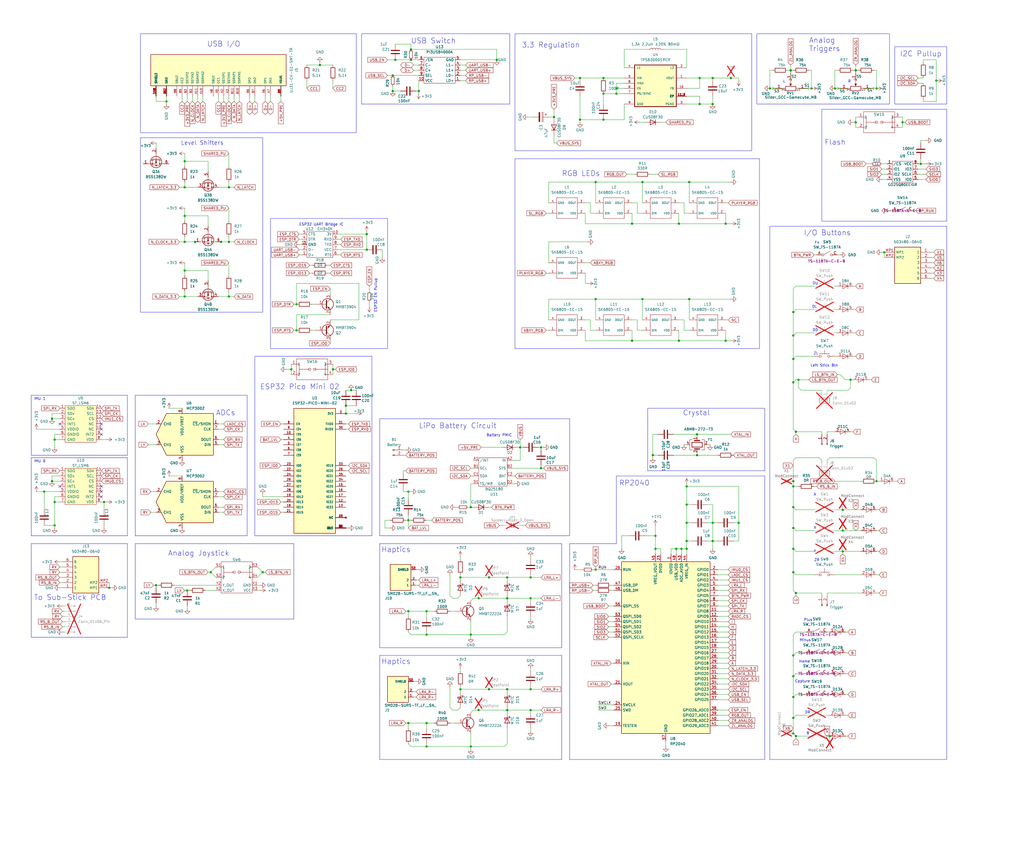
<source format=kicad_sch>
(kicad_sch (version 20231120) (generator "eeschema") (generator_version "8.0")
  (paper "User" 500 420)
  (title_block (title "GC Ultimate R4K") (date "2024-09-24") (company "Hand Held Legend, LLC"))
  (junction (at 389.89 185.42))
  (junction (at 247.65 281.94))
  (junction (at 90.17 144.78))
  (junction (at 354.33 166.37))
  (junction (at 53.34 287.02))
  (junction (at 335.28 264.16))
  (junction (at 264.16 218.44))
  (junction (at 388.62 359.41))
  (junction (at 90.17 105.41))
  (junction (at 417.83 34.29))
  (junction (at 313.69 88.9))
  (junction (at 387.35 234.95))
  (junction (at 417.83 59.69))
  (junction (at 335.28 237.49))
  (junction (at 259.08 336.55))
  (junction (at 407.67 43.18))
  (junction (at 387.35 340.36))
  (junction (at 90.17 91.44))
  (junction (at 427.99 234.95))
  (junction (at 254 218.44))
  (junction (at 387.35 247.65))
  (junction (at 283.21 38.1))
  (junction (at 199.39 353.06))
  (junction (at 387.35 279.4))
  (junction (at 90.17 78.74))
  (junction (at 200.66 24.13))
  (junction (at 335.28 246.38))
  (junction (at 332.74 267.97))
  (junction (at 356.87 38.1))
  (junction (at 25.4 204.47))
  (junction (at 340.36 222.25))
  (junction (at 111.76 91.44))
  (junction (at 375.92 43.18))
  (junction (at 347.98 255.27))
  (junction (at 290.83 278.13))
  (junction (at 449.58 80.01))
  (junction (at 294.64 38.1))
  (junction (at 107.95 118.11))
  (junction (at 25.4 234.95))
  (junction (at 411.48 248.92))
  (junction (at 179.07 114.3))
  (junction (at 162.56 180.34))
  (junction (at 26.67 245.11))
  (junction (at 387.35 175.26))
  (junction (at 440.69 59.69))
  (junction (at 208.28 309.88))
  (junction (at 335.28 255.27))
  (junction (at 179.07 121.92))
  (junction (at 229.87 364.49))
  (junction (at 171.45 190.5))
  (junction (at 199.39 254))
  (junction (at 242.57 29.21))
  (junction (at 168.91 198.12))
  (junction (at 313.69 146.05))
  (junction (at 81.28 49.53))
  (junction (at 308.61 109.22))
  (junction (at 26.67 256.54))
  (junction (at 144.78 148.59))
  (junction (at 200.66 29.21))
  (junction (at 283.21 58.42))
  (junction (at 199.39 298.45))
  (junction (at 341.63 38.1))
  (junction (at 388.62 210.82))
  (junction (at 411.48 269.24))
  (junction (at 330.2 267.97))
  (junction (at 300.99 43.18))
  (junction (at 191.77 44.45))
  (junction (at 388.62 289.56))
  (junction (at 144.78 161.29))
  (junction (at 259.08 346.71))
  (junction (at 76.2 285.75))
  (junction (at 270.51 57.15))
  (junction (at 335.28 267.97))
  (junction (at 347.98 50.8))
  (junction (at 229.87 247.65))
  (junction (at 233.68 292.1))
  (junction (at 387.35 163.83))
  (junction (at 156.21 31.75))
  (junction (at 95.25 118.11))
  (junction (at 387.35 237.49))
  (junction (at 415.29 185.42))
  (junction (at 294.64 58.42))
  (junction (at 204.47 44.45))
  (junction (at 387.35 358.14))
  (junction (at 320.04 261.62))
  (junction (at 336.55 88.9))
  (junction (at 336.55 146.05))
  (junction (at 259.08 292.1))
  (junction (at 340.36 212.09))
  (junction (at 290.83 88.9))
  (junction (at 208.28 298.45))
  (junction (at 405.13 359.41))
  (junction (at 191.77 36.83))
  (junction (at 259.08 281.94))
  (junction (at 431.8 123.19))
  (junction (at 90.17 118.11))
  (junction (at 111.76 144.78))
  (junction (at 457.2 39.37))
  (junction (at 308.61 166.37))
  (junction (at 294.64 45.72))
  (junction (at 347.98 264.16))
  (junction (at 347.98 38.1))
  (junction (at 50.8 245.11))
  (junction (at 208.28 353.06))
  (junction (at 387.35 257.81))
  (junction (at 331.47 109.22))
  (junction (at 354.33 109.22))
  (junction (at 199.39 240.03))
  (junction (at 387.35 330.2))
  (junction (at 247.65 346.71))
  (junction (at 26.67 214.63))
  (junction (at 331.47 166.37))
  (junction (at 387.35 186.69))
  (junction (at 264.16 228.6))
  (junction (at 427.99 43.18))
  (junction (at 238.76 336.55))
  (junction (at 91.44 288.29))
  (junction (at 247.65 336.55))
  (junction (at 238.76 281.94))
  (junction (at 102.87 279.4))
  (junction (at 320.04 267.97))
  (junction (at 387.35 267.97))
  (junction (at 386.08 34.29))
  (junction (at 224.79 281.94))
  (junction (at 233.68 346.71))
  (junction (at 142.24 180.34))
  (junction (at 21.59 240.03))
  (junction (at 90.17 132.08))
  (junction (at 111.76 118.11))
  (junction (at 387.35 152.4))
  (junction (at 128.27 279.4))
  (junction (at 208.28 364.49))
  (junction (at 341.63 50.8))
  (junction (at 193.04 29.21))
  (junction (at 318.77 222.25))
  (junction (at 411.48 259.08))
  (junction (at 387.35 350.52))
  (junction (at 300.99 45.72))
  (junction (at 396.24 43.18))
  (junction (at 360.68 255.27))
  (junction (at 290.83 146.05))
  (junction (at 247.65 292.1))
  (junction (at 168.91 201.93))
  (junction (at 229.87 309.88))
  (junction (at 224.79 336.55))
  (junction (at 387.35 320.04))
  (no_connect (at 29.21 237.49))
  (no_connect (at 49.53 237.49))
  (no_connect (at 29.21 207.01))
  (no_connect (at 49.53 212.09))
  (no_connect (at 49.53 207.01))
  (no_connect (at 49.53 240.03))
  (no_connect (at 49.53 209.55))
  (no_connect (at 49.53 242.57))
  (wire (pts (xy 124.46 46.99) (xy 124.46 49.53)))
  (wire (pts (xy 29.21 284.48) (xy 30.48 284.48)))
  (wire (pts (xy 397.51 124.46) (xy 398.78 124.46)))
  (wire (pts (xy 335.28 264.16) (xy 337.82 264.16)))
  (wire (pts (xy 30.48 306.07) (xy 31.75 306.07)))
  (wire (pts (xy 254 218.44) (xy 254 224.79)))
  (wire (pts (xy 388.62 248.92) (xy 387.35 247.65)))
  (wire (pts (xy 96.52 91.44) (xy 90.17 91.44)))
  (wire (pts (xy 448.31 40.64) (xy 450.85 40.64)))
  (wire (pts (xy 388.62 359.41) (xy 393.7 359.41)))
  (wire (pts (xy 391.16 190.5) (xy 401.32 190.5)))
  (wire (pts (xy 87.63 91.44) (xy 90.17 91.44)))
  (polyline (pts (xy 373.38 228.6) (xy 373.38 229.87)))
  (wire (pts (xy 350.52 306.07) (xy 355.6 306.07)))
  (wire (pts (xy 247.65 345.44) (xy 247.65 346.71)))
  (wire (pts (xy 350.52 336.55) (xy 355.6 336.55)))
  (wire (pts (xy 389.89 189.23) (xy 391.16 190.5)))
  (wire (pts (xy 101.6 78.74) (xy 90.17 78.74)))
  (wire (pts (xy 283.21 58.42) (xy 294.64 58.42)))
  (wire (pts (xy 334.01 217.17) (xy 335.28 217.17)))
  (wire (pts (xy 265.43 218.44) (xy 264.16 218.44)))
  (wire (pts (xy 111.76 74.93) (xy 111.76 81.28)))
  (wire (pts (xy 388.62 259.08) (xy 387.35 257.81)))
  (wire (pts (xy 111.76 144.78) (xy 111.76 142.24)))
  (wire (pts (xy 321.31 222.25) (xy 318.77 222.25)))
  (wire (pts (xy 254 218.44) (xy 255.27 218.44)))
  (wire (pts (xy 336.55 146.05) (xy 336.55 156.21)))
  (wire (pts (xy 266.7 161.29) (xy 267.97 161.29)))
  (wire (pts (xy 388.62 185.42) (xy 387.35 186.69)))
  (wire (pts (xy 340.36 222.25) (xy 350.52 222.25)))
  (wire (pts (xy 449.58 68.58) (xy 449.58 69.85)))
  (wire (pts (xy 414.02 308.61) (xy 412.75 308.61)))
  (wire (pts (xy 330.2 267.97) (xy 330.2 270.51)))
  (wire (pts (xy 161.29 140.97) (xy 161.29 143.51)))
  (wire (pts (xy 345.44 246.38) (xy 347.98 246.38)))
  (wire (pts (xy 234.95 218.44) (xy 245.11 218.44)))
  (wire (pts (xy 300.99 45.72) (xy 300.99 43.18)))
  (wire (pts (xy 350.52 331.47) (xy 355.6 331.47)))
  (wire (pts (xy 408.94 151.13) (xy 407.67 151.13)))
  (wire (pts (xy 350.52 280.67) (xy 355.6 280.67)))
  (wire (pts (xy 95.25 118.11) (xy 90.17 118.11)))
  (wire (pts (xy 49.53 245.11) (xy 50.8 245.11)))
  (wire (pts (xy 350.52 285.75) (xy 355.6 285.75)))
  (wire (pts (xy 29.21 276.86) (xy 30.48 276.86)))
  (polyline (pts (xy 462.28 107.95) (xy 401.32 107.95)))
  (wire (pts (xy 29.21 281.94) (xy 30.48 281.94)))
  (wire (pts (xy 350.52 288.29) (xy 355.6 288.29)))
  (wire (pts (xy 445.77 102.87) (xy 447.04 102.87)))
  (polyline (pts (xy 185.42 320.04) (xy 274.32 320.04)))
  (wire (pts (xy 199.39 298.45) (xy 199.39 300.99)))
  (wire (pts (xy 137.16 214.63) (xy 138.43 214.63)))
  (wire (pts (xy 111.76 118.11) (xy 114.3 118.11)))
  (wire (pts (xy 25.4 232.41) (xy 25.4 234.95)))
  (wire (pts (xy 430.53 80.01) (xy 433.07 80.01)))
  (wire (pts (xy 311.15 161.29) (xy 313.69 161.29)))
  (wire (pts (xy 307.34 261.62) (xy 303.53 261.62)))
  (wire (pts (xy 350.52 295.91) (xy 355.6 295.91)))
  (wire (pts (xy 267.97 99.06) (xy 267.97 88.9)))
  (polyline (pts (xy 62.23 223.52) (xy 62.23 261.62)))
  (wire (pts (xy 229.87 247.65) (xy 228.6 247.65)))
  (wire (pts (xy 388.62 162.56) (xy 387.35 163.83)))
  (wire (pts (xy 250.19 236.22) (xy 251.46 236.22)))
  (wire (pts (xy 199.39 243.84) (xy 199.39 240.03)))
  (wire (pts (xy 229.87 228.6) (xy 231.14 228.6)))
  (wire (pts (xy 186.69 125.73) (xy 186.69 121.92)))
  (wire (pts (xy 314.96 261.62) (xy 320.04 261.62)))
  (wire (pts (xy 271.78 69.85) (xy 270.51 69.85)))
  (wire (pts (xy 294.64 58.42) (xy 304.8 58.42)))
  (wire (pts (xy 254 256.54) (xy 256.54 256.54)))
  (wire (pts (xy 125.73 276.86) (xy 128.27 279.4)))
  (wire (pts (xy 330.2 267.97) (xy 332.74 267.97)))
  (polyline (pts (xy 66.04 193.04) (xy 120.65 193.04)))
  (wire (pts (xy 405.13 349.25) (xy 403.86 349.25)))
  (wire (pts (xy 323.85 24.13) (xy 335.28 24.13)))
  (wire (pts (xy 146.05 119.38) (xy 147.32 119.38)))
  (wire (pts (xy 29.21 279.4) (xy 30.48 279.4)))
  (wire (pts (xy 387.35 140.97) (xy 388.62 139.7)))
  (wire (pts (xy 257.81 57.15) (xy 260.35 57.15)))
  (wire (pts (xy 254 214.63) (xy 254 218.44)))
  (wire (pts (xy 137.16 227.33) (xy 138.43 227.33)))
  (wire (pts (xy 417.83 34.29) (xy 419.1 34.29)))
  (wire (pts (xy 30.48 295.91) (xy 31.75 295.91)))
  (wire (pts (xy 332.74 267.97) (xy 335.28 267.97)))
  (wire (pts (xy 247.65 363.22) (xy 246.38 364.49)))
  (wire (pts (xy 386.08 34.29) (xy 387.35 34.29)))
  (wire (pts (xy 388.62 210.82) (xy 387.35 209.55)))
  (wire (pts (xy 224.79 280.67) (xy 224.79 281.94)))
  (wire (pts (xy 455.93 135.89) (xy 454.66 135.89)))
  (wire (pts (xy 314.96 59.69) (xy 312.42 59.69)))
  (wire (pts (xy 318.77 222.25) (xy 318.77 223.52)))
  (wire (pts (xy 388.62 359.41) (xy 388.62 360.68)))
  (wire (pts (xy 412.75 185.42) (xy 415.29 185.42)))
  (wire (pts (xy 350.52 339.09) (xy 355.6 339.09)))
  (wire (pts (xy 26.67 212.09) (xy 29.21 212.09)))
  (wire (pts (xy 168.91 207.01) (xy 170.18 207.01)))
  (wire (pts (xy 50.8 256.54) (xy 50.8 257.81)))
  (wire (pts (xy 350.52 341.63) (xy 355.6 341.63)))
  (polyline (pts (xy 370.84 77.47) (xy 370.84 170.18)))
  (wire (pts (xy 408.94 124.46) (xy 410.21 124.46)))
  (wire (pts (xy 229.87 232.41) (xy 231.14 232.41)))
  (wire (pts (xy 180.34 139.7) (xy 180.34 142.24)))
  (wire (pts (xy 360.68 255.27) (xy 360.68 264.16)))
  (wire (pts (xy 335.28 50.8) (xy 341.63 50.8)))
  (wire (pts (xy 139.7 180.34) (xy 142.24 180.34)))
  (wire (pts (xy 229.87 309.88) (xy 246.38 309.88)))
  (wire (pts (xy 199.39 240.03) (xy 200.66 240.03)))
  (wire (pts (xy 407.67 234.95) (xy 420.37 234.95)))
  (wire (pts (xy 388.62 151.13) (xy 387.35 152.4)))
  (wire (pts (xy 208.28 308.61) (xy 208.28 309.88)))
  (wire (pts (xy 403.86 210.82) (xy 407.67 210.82)))
  (polyline (pts (xy 274.32 265.43) (xy 274.32 316.23)))
  (polyline (pts (xy 62.23 261.62) (xy 15.24 261.62)))
  (wire (pts (xy 219.71 353.06) (xy 222.25 353.06)))
  (wire (pts (xy 288.29 156.21) (xy 288.29 161.29)))
  (polyline (pts (xy 278.13 265.43) (xy 300.99 265.43)))
  (wire (pts (xy 231.14 236.22) (xy 229.87 236.22)))
  (wire (pts (xy 82.55 199.39) (xy 88.9 199.39)))
  (wire (pts (xy 191.77 44.45) (xy 195.58 44.45)))
  (wire (pts (xy 111.76 118.11) (xy 111.76 115.57)))
  (wire (pts (xy 30.48 298.45) (xy 31.75 298.45)))
  (wire (pts (xy 229.87 364.49) (xy 229.87 365.76)))
  (polyline (pts (xy 15.24 223.52) (xy 15.24 261.62)))
  (wire (pts (xy 224.79 336.55) (xy 238.76 336.55)))
  (wire (pts (xy 168.91 209.55) (xy 170.18 209.55)))
  (wire (pts (xy 297.18 311.15) (xy 299.72 311.15)))
  (wire (pts (xy 285.75 109.22) (xy 285.75 104.14)))
  (wire (pts (xy 229.87 293.37) (xy 231.14 292.1)))
  (wire (pts (xy 421.64 43.18) (xy 427.99 43.18)))
  (wire (pts (xy 386.08 34.29) (xy 384.81 34.29)))
  (wire (pts (xy 259.08 346.71) (xy 259.08 347.98)))
  (wire (pts (xy 427.99 43.18) (xy 427.99 34.29)))
  (wire (pts (xy 387.35 186.69) (xy 387.35 175.26)))
  (wire (pts (xy 219.71 335.28) (xy 219.71 345.44)))
  (wire (pts (xy 229.87 358.14) (xy 229.87 364.49)))
  (wire (pts (xy 387.35 237.49) (xy 387.35 247.65)))
  (wire (pts (xy 29.21 274.32) (xy 30.48 274.32)))
  (wire (pts (xy 375.92 34.29) (xy 377.19 34.29)))
  (wire (pts (xy 242.57 24.13) (xy 242.57 29.21)))
  (wire (pts (xy 21.59 248.92) (xy 21.59 240.03)))
  (wire (pts (xy 396.24 34.29) (xy 394.97 34.29)))
  (wire (pts (xy 106.68 91.44) (xy 111.76 91.44)))
  (wire (pts (xy 196.85 219.71) (xy 198.12 219.71)))
  (wire (pts (xy 25.4 234.95) (xy 29.21 234.95)))
  (wire (pts (xy 283.21 59.69) (xy 283.21 58.42)))
  (wire (pts (xy 30.48 308.61) (xy 31.75 308.61)))
  (wire (pts (xy 448.31 82.55) (xy 452.12 82.55)))
  (wire (pts (xy 26.67 214.63) (xy 29.21 214.63)))
  (wire (pts (xy 247.65 336.55) (xy 259.08 336.55)))
  (wire (pts (xy 73.66 240.03) (xy 76.2 240.03)))
  (wire (pts (xy 411.48 269.24) (xy 420.37 269.24)))
  (wire (pts (xy 448.31 87.63) (xy 452.12 87.63)))
  (wire (pts (xy 247.65 300.99) (xy 247.65 308.61)))
  (wire (pts (xy 90.17 78.74) (xy 90.17 81.28)))
  (wire (pts (xy 450.85 30.48) (xy 450.85 29.21)))
  (polyline (pts (xy 373.38 232.41) (xy 300.99 232.41)))
  (wire (pts (xy 306.07 85.09) (xy 309.88 85.09)))
  (wire (pts (xy 107.95 118.11) (xy 111.76 118.11)))
  (wire (pts (xy 156.21 31.75) (xy 156.21 30.48)))
  (wire (pts (xy 417.83 139.7) (xy 416.56 139.7)))
  (wire (pts (xy 321.31 212.09) (xy 318.77 212.09)))
  (wire (pts (xy 190.5 257.81) (xy 187.96 257.81)))
  (wire (pts (xy 77.47 285.75) (xy 76.2 285.75)))
  (wire (pts (xy 90.17 128.27) (xy 90.17 132.08)))
  (wire (pts (xy 91.44 46.99) (xy 91.44 49.53)))
  (wire (pts (xy 388.62 269.24) (xy 387.35 267.97)))
  (wire (pts (xy 201.93 337.82) (xy 203.2 337.82)))
  (wire (pts (xy 401.32 210.82) (xy 401.32 212.09)))
  (wire (pts (xy 335.28 236.22) (xy 335.28 237.49)))
  (wire (pts (xy 417.83 173.99) (xy 416.56 173.99)))
  (wire (pts (xy 189.23 29.21) (xy 193.04 29.21)))
  (wire (pts (xy 347.98 255.27) (xy 347.98 264.16)))
  (wire (pts (xy 288.29 161.29) (xy 290.83 161.29)))
  (wire (pts (xy 146.05 114.3) (xy 147.32 114.3)))
  (wire (pts (xy 72.39 217.17) (xy 76.2 217.17)))
  (wire (pts (xy 26.67 242.57) (xy 26.67 245.11)))
  (polyline (pts (xy 62.23 222.25) (xy 15.24 222.25)))
  (wire (pts (xy 403.86 289.56) (xy 403.86 290.83)))
  (polyline (pts (xy 274.32 316.23) (xy 185.42 316.23)))
  (wire (pts (xy 101.6 279.4) (xy 102.87 279.4)))
  (wire (pts (xy 168.91 201.93) (xy 173.99 201.93)))
  (wire (pts (xy 407.67 280.67) (xy 420.37 280.67)))
  (wire (pts (xy 416.56 185.42) (xy 415.29 185.42)))
  (wire (pts (xy 111.76 128.27) (xy 111.76 134.62)))
  (wire (pts (xy 259.08 271.78) (xy 259.08 273.05)))
  (wire (pts (xy 160.02 129.54) (xy 161.29 129.54)))
  (wire (pts (xy 208.28 353.06) (xy 212.09 353.06)))
  (wire (pts (xy 243.84 256.54) (xy 246.38 256.54)))
  (wire (pts (xy 448.31 85.09) (xy 452.12 85.09)))
  (wire (pts (xy 350.52 311.15) (xy 355.6 311.15)))
  (wire (pts (xy 425.45 185.42) (xy 424.18 185.42)))
  (wire (pts (xy 285.75 156.21) (xy 288.29 156.21)))
  (wire (pts (xy 350.52 351.79) (xy 355.6 351.79)))
  (wire (pts (xy 350.52 278.13) (xy 355.6 278.13)))
  (wire (pts (xy 114.3 46.99) (xy 114.3 49.53)))
  (wire (pts (xy 360.68 237.49) (xy 360.68 255.27)))
  (wire (pts (xy 204.47 278.13) (xy 203.2 278.13)))
  (wire (pts (xy 49.53 214.63) (xy 52.07 214.63)))
  (wire (pts (xy 175.26 156.21) (xy 175.26 138.43)))
  (wire (pts (xy 106.68 217.17) (xy 109.22 217.17)))
  (wire (pts (xy 297.18 354.33) (xy 299.72 354.33)))
  (wire (pts (xy 297.18 308.61) (xy 299.72 308.61)))
  (wire (pts (xy 387.35 247.65) (xy 387.35 257.81)))
  (wire (pts (xy 311.15 99.06) (xy 311.15 104.14)))
  (wire (pts (xy 26.67 245.11) (xy 29.21 245.11)))
  (wire (pts (xy 313.69 146.05) (xy 336.55 146.05)))
  (wire (pts (xy 289.56 278.13) (xy 290.83 278.13)))
  (wire (pts (xy 427.99 289.56) (xy 429.26 289.56)))
  (wire (pts (xy 91.44 288.29) (xy 90.17 288.29)))
  (wire (pts (xy 320.04 256.54) (xy 320.04 261.62)))
  (wire (pts (xy 389.89 185.42) (xy 389.89 189.23)))
  (wire (pts (xy 299.72 344.17) (xy 292.1 344.17)))
  (wire (pts (xy 336.55 88.9) (xy 356.87 88.9)))
  (wire (pts (xy 335.28 264.16) (xy 335.28 267.97)))
  (wire (pts (xy 350.52 328.93) (xy 355.6 328.93)))
  (wire (pts (xy 356.87 38.1) (xy 360.68 38.1)))
  (wire (pts (xy 335.28 255.27) (xy 335.28 264.16)))
  (wire (pts (xy 439.42 57.15) (xy 440.69 57.15)))
  (wire (pts (xy 142.24 180.34) (xy 142.24 182.88)))
  (wire (pts (xy 76.2 69.85) (xy 76.2 72.39)))
  (wire (pts (xy 285.75 138.43) (xy 285.75 133.35)))
  (wire (pts (xy 327.66 267.97) (xy 330.2 267.97)))
  (wire (pts (xy 229.87 309.88) (xy 229.87 311.15)))
  (wire (pts (xy 455.93 130.81) (xy 454.66 130.81)))
  (wire (pts (xy 96.52 144.78) (xy 90.17 144.78)))
  (wire (pts (xy 199.39 254) (xy 198.12 254)))
  (wire (pts (xy 100.33 288.29) (xy 105.41 288.29)))
  (wire (pts (xy 386.08 31.75) (xy 386.08 34.29)))
  (wire (pts (xy 388.62 328.93) (xy 387.35 330.2)))
  (wire (pts (xy 320.04 261.62) (xy 320.04 267.97)))
  (wire (pts (xy 427.99 269.24) (xy 429.26 269.24)))
  (wire (pts (xy 204.47 283.21) (xy 203.2 283.21)))
  (wire (pts (xy 137.16 46.99) (xy 137.16 49.53)))
  (wire (pts (xy 88.9 46.99) (xy 88.9 49.53)))
  (wire (pts (xy 417.83 34.29) (xy 416.56 34.29)))
  (wire (pts (xy 350.52 308.61) (xy 355.6 308.61)))
  (wire (pts (xy 408.94 182.88) (xy 410.21 182.88)))
  (wire (pts (xy 224.79 271.78) (xy 224.79 273.05)))
  (wire (pts (xy 168.91 190.5) (xy 171.45 190.5)))
  (wire (pts (xy 397.51 151.13) (xy 388.62 151.13)))
  (wire (pts (xy 450.85 48.26) (xy 450.85 49.53)))
  (wire (pts (xy 231.14 346.71) (xy 233.68 346.71)))
  (wire (pts (xy 50.8 245.11) (xy 52.07 245.11)))
  (polyline (pts (xy 185.42 265.43) (xy 274.32 265.43)))
  (wire (pts (xy 387.35 237.49) (xy 389.89 237.49)))
  (wire (pts (xy 128.27 279.4) (xy 129.54 279.4)))
  (wire (pts (xy 187.96 257.81) (xy 187.96 254)))
  (wire (pts (xy 387.35 358.14) (xy 388.62 359.41)))
  (wire (pts (xy 427.99 224.79) (xy 427.99 234.95)))
  (wire (pts (xy 283.21 38.1) (xy 294.64 38.1)))
  (wire (pts (xy 196.85 229.87) (xy 196.85 231.14)))
  (wire (pts (xy 259.08 292.1) (xy 259.08 293.37)))
  (wire (pts (xy 294.64 38.1) (xy 304.8 38.1)))
  (wire (pts (xy 347.98 38.1) (xy 347.98 39.37)))
  (wire (pts (xy 396.24 43.18) (xy 389.89 43.18)))
  (wire (pts (xy 267.97 118.11) (xy 287.02 118.11)))
  (wire (pts (xy 388.62 223.52) (xy 387.35 224.79)))
  (wire (pts (xy 397.51 162.56) (xy 388.62 162.56)))
  (wire (pts (xy 331.47 166.37) (xy 331.47 161.29)))
  (wire (pts (xy 259.08 292.1) (xy 264.16 292.1)))
  (wire (pts (xy 208.28 298.45) (xy 208.28 300.99)))
  (wire (pts (xy 308.61 156.21) (xy 311.15 156.21)))
  (wire (pts (xy 208.28 353.06) (xy 208.28 355.6)))
  (wire (pts (xy 430.53 82.55) (xy 433.07 82.55)))
  (polyline (pts (xy 185.42 283.21) (xy 185.42 316.23)))
  (wire (pts (xy 161.29 156.21) (xy 175.26 156.21)))
  (wire (pts (xy 101.6 137.16) (xy 101.6 132.08)))
  (wire (pts (xy 414.02 318.77) (xy 412.75 318.77)))
  (wire (pts (xy 85.09 285.75) (xy 105.41 285.75)))
  (wire (pts (xy 426.72 223.52) (xy 427.99 224.79)))
  (wire (pts (xy 201.93 34.29) (xy 204.47 34.29)))
  (polyline (pts (xy 274.32 370.84) (xy 185.42 370.84)))
  (wire (pts (xy 87.63 118.11) (xy 90.17 118.11)))
  (wire (pts (xy 290.83 276.86) (xy 290.83 278.13)))
  (wire (pts (xy 350.52 346.71) (xy 355.6 346.71)))
  (wire (pts (xy 25.4 201.93) (xy 25.4 204.47)))
  (wire (pts (xy 360.68 264.16) (xy 358.14 264.16)))
  (wire (pts (xy 259.08 280.67) (xy 259.08 281.94)))
  (wire (pts (xy 106.68 242.57) (xy 109.22 242.57)))
  (wire (pts (xy 350.52 303.53) (xy 355.6 303.53)))
  (wire (pts (xy 187.96 254) (xy 190.5 254)))
  (wire (pts (xy 417.83 31.75) (xy 417.83 34.29)))
  (wire (pts (xy 297.18 303.53) (xy 299.72 303.53)))
  (wire (pts (xy 259.08 326.39) (xy 259.08 327.66)))
  (wire (pts (xy 407.67 34.29) (xy 408.94 34.29)))
  (wire (pts (xy 387.35 340.36) (xy 387.35 350.52)))
  (wire (pts (xy 111.76 46.99) (xy 111.76 49.53)))
  (wire (pts (xy 335.28 255.27) (xy 337.82 255.27)))
  (wire (pts (xy 109.22 46.99) (xy 109.22 49.53)))
  (wire (pts (xy 247.65 346.71) (xy 247.65 347.98)))
  (wire (pts (xy 354.33 109.22) (xy 354.33 104.14)))
  (wire (pts (xy 397.51 269.24) (xy 388.62 269.24)))
  (wire (pts (xy 457.2 29.21) (xy 457.2 39.37)))
  (wire (pts (xy 336.55 88.9) (xy 336.55 99.06)))
  (wire (pts (xy 231.14 292.1) (xy 233.68 292.1)))
  (wire (pts (xy 250.19 232.41) (xy 251.46 232.41)))
  (wire (pts (xy 411.48 259.08) (xy 407.67 259.08)))
  (wire (pts (xy 111.76 91.44) (xy 114.3 91.44)))
  (wire (pts (xy 53.34 287.02) (xy 54.61 287.02)))
  (wire (pts (xy 196.85 240.03) (xy 199.39 240.03)))
  (wire (pts (xy 410.21 182.88) (xy 412.75 185.42)))
  (wire (pts (xy 457.2 49.53) (xy 457.2 39.37)))
  (wire (pts (xy 250.19 224.79) (xy 254 224.79)))
  (polyline (pts (xy 462.28 53.34) (xy 462.28 107.95)))
  (wire (pts (xy 417.83 62.23) (xy 419.1 62.23)))
  (wire (pts (xy 142.24 177.8) (xy 142.24 180.34)))
  (wire (pts (xy 29.21 287.02) (xy 30.48 287.02)))
  (wire (pts (xy 294.64 45.72) (xy 294.64 50.8)))
  (wire (pts (xy 405.13 359.41) (xy 403.86 359.41)))
  (wire (pts (xy 356.87 166.37) (xy 354.33 166.37)))
  (wire (pts (xy 405.13 328.93) (xy 403.86 328.93)))
  (wire (pts (xy 332.74 267.97) (xy 332.74 270.51)))
  (wire (pts (xy 26.67 257.81) (xy 26.67 256.54)))
  (wire (pts (xy 199.39 353.06) (xy 199.39 355.6)))
  (wire (pts (xy 327.66 270.51) (xy 327.66 267.97)))
  (wire (pts (xy 29.21 201.93) (xy 25.4 201.93)))
  (polyline (pts (xy 68.58 67.31) (xy 68.58 152.4)))
  (wire (pts (xy 129.54 46.99) (xy 129.54 49.53)))
  (wire (pts (xy 162.56 39.37) (xy 162.56 43.18)))
  (wire (pts (xy 449.58 77.47) (xy 449.58 80.01)))
  (wire (pts (xy 431.8 123.19) (xy 430.53 123.19)))
  (wire (pts (xy 121.92 46.99) (xy 121.92 49.53)))
  (wire (pts (xy 388.62 280.67) (xy 387.35 279.4)))
  (wire (pts (xy 229.87 247.65) (xy 231.14 247.65)))
  (wire (pts (xy 308.61 166.37) (xy 308.61 161.29)))
  (wire (pts (xy 143.51 148.59) (xy 144.78 148.59)))
  (wire (pts (xy 90.17 74.93) (xy 90.17 78.74)))
  (wire (pts (xy 387.35 309.88) (xy 387.35 320.04)))
  (wire (pts (xy 401.32 289.56) (xy 401.32 290.83)))
  (wire (pts (xy 267.97 57.15) (xy 270.51 57.15)))
  (wire (pts (xy 393.7 308.61) (xy 388.62 308.61)))
  (wire (pts (xy 397.51 248.92) (xy 388.62 248.92)))
  (wire (pts (xy 125.73 281.94) (xy 128.27 279.4)))
  (wire (pts (xy 405.13 318.77) (xy 403.86 318.77)))
  (wire (pts (xy 387.35 257.81) (xy 387.35 267.97)))
  (wire (pts (xy 397.51 173.99) (xy 388.62 173.99)))
  (wire (pts (xy 199.39 257.81) (xy 199.39 254)))
  (polyline (pts (xy 15.24 193.04) (xy 15.24 222.25)))
  (wire (pts (xy 440.69 59.69) (xy 441.96 59.69)))
  (wire (pts (xy 448.31 38.1) (xy 450.85 38.1)))
  (wire (pts (xy 224.79 34.29) (xy 227.33 34.29)))
  (wire (pts (xy 222.25 247.65) (xy 223.52 247.65)))
  (wire (pts (xy 224.79 281.94) (xy 238.76 281.94)))
  (wire (pts (xy 168.91 257.81) (xy 170.18 257.81)))
  (wire (pts (xy 439.42 62.23) (xy 440.69 62.23)))
  (polyline (pts (xy 120.65 193.04) (xy 120.65 261.62)))
  (wire (pts (xy 191.77 41.91) (xy 191.77 44.45)))
  (polyline (pts (xy 373.38 199.39) (xy 373.38 228.6)))
  (wire (pts (xy 259.08 281.94) (xy 264.16 281.94)))
  (wire (pts (xy 125.73 288.29) (xy 127 288.29)))
  (wire (pts (xy 388.62 308.61) (xy 387.35 309.88)))
  (wire (pts (xy 313.69 88.9) (xy 336.55 88.9)))
  (polyline (pts (xy 128.27 67.31) (xy 128.27 152.4)))
  (wire (pts (xy 220.98 292.1) (xy 219.71 290.83)))
  (wire (pts (xy 354.33 156.21) (xy 355.6 156.21)))
  (wire (pts (xy 335.28 237.49) (xy 335.28 246.38)))
  (wire (pts (xy 325.12 361.95) (xy 325.12 364.49)))
  (wire (pts (xy 308.61 109.22) (xy 308.61 104.14)))
  (wire (pts (xy 354.33 109.22) (xy 331.47 109.22)))
  (wire (pts (xy 304.8 45.72) (xy 300.99 45.72)))
  (wire (pts (xy 449.58 68.58) (xy 452.12 68.58)))
  (polyline (pts (xy 353.06 229.87) (xy 316.23 229.87)))
  (wire (pts (xy 347.98 38.1) (xy 356.87 38.1)))
  (wire (pts (xy 17.78 209.55) (xy 29.21 209.55)))
  (wire (pts (xy 280.67 38.1) (xy 283.21 38.1)))
  (wire (pts (xy 417.83 59.69) (xy 417.83 62.23)))
  (wire (pts (xy 388.62 349.25) (xy 387.35 350.52)))
  (wire (pts (xy 283.21 39.37) (xy 283.21 38.1)))
  (wire (pts (xy 165.1 119.38) (xy 166.37 119.38)))
  (wire (pts (xy 350.52 326.39) (xy 355.6 326.39)))
  (wire (pts (xy 229.87 303.53) (xy 229.87 309.88)))
  (wire (pts (xy 146.05 121.92) (xy 147.32 121.92)))
  (wire (pts (xy 90.17 105.41) (xy 90.17 107.95)))
  (wire (pts (xy 90.17 118.11) (xy 90.17 115.57)))
  (wire (pts (xy 290.83 288.29) (xy 289.56 288.29)))
  (wire (pts (xy 151.13 133.35) (xy 152.4 133.35)))
  (wire (pts (xy 335.28 246.38) (xy 335.28 255.27)))
  (wire (pts (xy 450.85 49.53) (xy 457.2 49.53)))
  (wire (pts (xy 388.62 210.82) (xy 388.62 212.09)))
  (polyline (pts (xy 120.65 261.62) (xy 66.04 261.62)))
  (wire (pts (xy 299.72 285.75) (xy 298.45 285.75)))
  (wire (pts (xy 335.28 38.1) (xy 341.63 38.1)))
  (wire (pts (xy 299.72 288.29) (xy 298.45 288.29)))
  (wire (pts (xy 196.85 222.25) (xy 198.12 222.25)))
  (wire (pts (xy 204.47 285.75) (xy 203.2 285.75)))
  (wire (pts (xy 407.67 162.56) (xy 408.94 162.56)))
  (wire (pts (xy 414.02 190.5) (xy 415.29 189.23)))
  (wire (pts (xy 388.62 289.56) (xy 387.35 288.29)))
  (wire (pts (xy 455.93 133.35) (xy 454.66 133.35)))
  (wire (pts (xy 208.28 309.88) (xy 229.87 309.88)))
  (wire (pts (xy 417.83 57.15) (xy 417.83 59.69)))
  (wire (pts (xy 105.41 281.94) (xy 102.87 279.4)))
  (wire (pts (xy 341.63 43.18) (xy 341.63 38.1)))
  (wire (pts (xy 347.98 246.38) (xy 347.98 255.27)))
  (wire (pts (xy 259.08 355.6) (xy 259.08 356.87)))
  (wire (pts (xy 220.98 292.1) (xy 223.52 292.1)))
  (wire (pts (xy 336.55 146.05) (xy 356.87 146.05)))
  (wire (pts (xy 388.62 173.99) (xy 387.35 175.26)))
  (wire (pts (xy 267.97 146.05) (xy 290.83 146.05)))
  (wire (pts (xy 144.78 138.43) (xy 144.78 148.59)))
  (wire (pts (xy 285.75 138.43) (xy 287.02 138.43)))
  (wire (pts (xy 101.6 132.08) (xy 90.17 132.08)))
  (wire (pts (xy 320.04 267.97) (xy 322.58 267.97)))
  (wire (pts (xy 313.69 88.9) (xy 313.69 99.06)))
  (wire (pts (xy 165.1 116.84) (xy 166.37 116.84)))
  (wire (pts (xy 350.52 298.45) (xy 355.6 298.45)))
  (wire (pts (xy 204.47 44.45) (xy 204.47 45.72)))
  (wire (pts (xy 454.66 128.27) (xy 455.93 128.27)))
  (wire (pts (xy 247.65 281.94) (xy 247.65 283.21)))
  (wire (pts (xy 285.75 166.37) (xy 285.75 161.29)))
  (wire (pts (xy 76.2 294.64) (xy 76.2 295.91)))
  (wire (pts (xy 199.39 363.22) (xy 200.66 364.49)))
  (wire (pts (xy 106.68 144.78) (xy 111.76 144.78)))
  (wire (pts (xy 285.75 128.27) (xy 288.29 128.27)))
  (wire (pts (xy 350.52 321.31) (xy 355.6 321.31)))
  (wire (pts (xy 267.97 156.21) (xy 267.97 146.05)))
  (wire (pts (xy 387.35 279.4) (xy 387.35 288.29)))
  (wire (pts (xy 335.28 43.18) (xy 341.63 43.18)))
  (wire (pts (xy 152.4 161.29) (xy 153.67 161.29)))
  (wire (pts (xy 199.39 353.06) (xy 208.28 353.06)))
  (wire (pts (xy 403.86 210.82) (xy 403.86 212.09)))
  (wire (pts (xy 91.44 297.18) (xy 91.44 295.91)))
  (wire (pts (xy 144.78 153.67) (xy 161.29 153.67)))
  (wire (pts (xy 414.02 339.09) (xy 412.75 339.09)))
  (wire (pts (xy 403.86 289.56) (xy 420.37 289.56)))
  (wire (pts (xy 350.52 318.77) (xy 355.6 318.77)))
  (wire (pts (xy 264.16 227.33) (xy 264.16 228.6)))
  (wire (pts (xy 407.67 269.24) (xy 411.48 269.24)))
  (wire (pts (xy 350.52 354.33) (xy 355.6 354.33)))
  (wire (pts (xy 405.13 223.52) (xy 403.86 224.79)))
  (wire (pts (xy 220.98 346.71) (xy 219.71 345.44)))
  (wire (pts (xy 450.85 29.21) (xy 457.2 29.21)))
  (wire (pts (xy 304.8 24.13) (xy 316.23 24.13)))
  (wire (pts (xy 224.79 335.28) (xy 224.79 336.55)))
  (polyline (pts (xy 15.24 223.52) (xy 62.23 223.52)))
  (wire (pts (xy 191.77 36.83) (xy 204.47 36.83)))
  (wire (pts (xy 224.79 281.94) (xy 224.79 283.21)))
  (wire (pts (xy 201.93 31.75) (xy 204.47 31.75)))
  (wire (pts (xy 200.66 29.21) (xy 204.47 29.21)))
  (wire (pts (xy 304.8 33.02) (xy 304.8 24.13)))
  (wire (pts (xy 224.79 31.75) (xy 227.33 31.75)))
  (wire (pts (xy 297.18 306.07) (xy 299.72 306.07)))
  (wire (pts (xy 414.02 328.93) (xy 412.75 328.93)))
  (wire (pts (xy 397.51 237.49) (xy 398.78 237.49)))
  (wire (pts (xy 311.15 156.21) (xy 311.15 161.29)))
  (wire (pts (xy 219.71 280.67) (xy 219.71 290.83)))
  (wire (pts (xy 334.01 161.29) (xy 336.55 161.29)))
  (wire (pts (xy 111.76 101.6) (xy 111.76 107.95)))
  (wire (pts (xy 387.35 152.4) (xy 387.35 140.97)))
  (wire (pts (xy 350.52 300.99) (xy 355.6 300.99)))
  (wire (pts (xy 106.68 118.11) (xy 107.95 118.11)))
  (wire (pts (xy 290.83 146.05) (xy 290.83 156.21)))
  (wire (pts (xy 266.7 104.14) (xy 267.97 104.14)))
  (wire (pts (xy 247.65 290.83) (xy 247.65 292.1)))
  (wire (pts (xy 283.21 46.99) (xy 283.21 58.42)))
  (wire (pts (xy 388.62 318.77) (xy 387.35 320.04)))
  (wire (pts (xy 350.52 323.85) (xy 355.6 323.85)))
  (wire (pts (xy 448.31 80.01) (xy 449.58 80.01)))
  (wire (pts (xy 313.69 146.05) (xy 313.69 156.21)))
  (wire (pts (xy 270.51 57.15) (xy 270.51 58.42)))
  (wire (pts (xy 208.28 298.45) (xy 212.09 298.45)))
  (wire (pts (xy 132.08 46.99) (xy 132.08 49.53)))
  (wire (pts (xy 156.21 31.75) (xy 162.56 31.75)))
  (wire (pts (xy 137.16 245.11) (xy 138.43 245.11)))
  (wire (pts (xy 405.13 339.09) (xy 403.86 339.09)))
  (wire (pts (xy 393.7 328.93) (xy 388.62 328.93)))
  (wire (pts (xy 229.87 236.22) (xy 229.87 247.65)))
  (wire (pts (xy 290.83 88.9) (xy 313.69 88.9)))
  (wire (pts (xy 99.06 46.99) (xy 99.06 49.53)))
  (polyline (pts (xy 316.23 199.39) (xy 316.23 229.87)))
  (wire (pts (xy 200.66 309.88) (xy 208.28 309.88)))
  (wire (pts (xy 262.89 218.44) (xy 264.16 218.44)))
  (wire (pts (xy 168.91 198.12) (xy 173.99 198.12)))
  (wire (pts (xy 200.66 21.59) (xy 200.66 24.13)))
  (wire (pts (xy 397.51 280.67) (xy 388.62 280.67)))
  (wire (pts (xy 360.68 38.1) (xy 360.68 39.37)))
  (wire (pts (xy 350.52 334.01) (xy 355.6 334.01)))
  (wire (pts (xy 30.48 303.53) (xy 31.75 303.53)))
  (wire (pts (xy 331.47 109.22) (xy 308.61 109.22)))
  (wire (pts (xy 165.1 114.3) (xy 179.07 114.3)))
  (wire (pts (xy 340.36 220.98) (xy 340.36 222.25)))
  (wire (pts (xy 193.04 21.59) (xy 200.66 21.59)))
  (polyline (pts (xy 128.27 152.4) (xy 68.58 152.4)))
  (wire (pts (xy 224.79 29.21) (xy 242.57 29.21)))
  (wire (pts (xy 325.12 59.69) (xy 322.58 59.69)))
  (wire (pts (xy 81.28 46.99) (xy 81.28 49.53)))
  (wire (pts (xy 26.67 212.09) (xy 26.67 214.63)))
  (wire (pts (xy 199.39 308.61) (xy 200.66 309.88)))
  (wire (pts (xy 162.56 177.8) (xy 162.56 180.34)))
  (wire (pts (xy 416.56 210.82) (xy 415.29 210.82)))
  (wire (pts (xy 233.68 292.1) (xy 247.65 292.1)))
  (wire (pts (xy 387.35 224.79) (xy 387.35 234.95)))
  (wire (pts (xy 50.8 245.11) (xy 50.8 248.92)))
  (wire (pts (xy 335.28 46.99) (xy 341.63 46.99)))
  (wire (pts (xy 308.61 99.06) (xy 311.15 99.06)))
  (wire (pts (xy 76.2 46.99) (xy 76.2 49.53)))
  (wire (pts (xy 320.04 267.97) (xy 320.04 270.51)))
  (wire (pts (xy 422.91 80.01) (xy 425.45 80.01)))
  (wire (pts (xy 26.67 242.57) (xy 29.21 242.57)))
  (wire (pts (xy 138.43 242.57) (xy 128.27 242.57)))
  (wire (pts (xy 387.35 330.2) (xy 387.35 340.36)))
  (wire (pts (xy 106.68 250.19) (xy 109.22 250.19)))
  (wire (pts (xy 331.47 99.06) (xy 334.01 99.06)))
  (wire (pts (xy 25.4 204.47) (xy 29.21 204.47)))
  (polyline (pts (xy 185.42 337.82) (xy 185.42 370.84)))
  (wire (pts (xy 125.73 285.75) (xy 127 285.75)))
  (wire (pts (xy 396.24 34.29) (xy 396.24 43.18)))
  (wire (pts (xy 347.98 255.27) (xy 350.52 255.27)))
  (wire (pts (xy 345.44 217.17) (xy 346.71 217.17)))
  (wire (pts (xy 149.86 31.75) (xy 156.21 31.75)))
  (wire (pts (xy 387.35 350.52) (xy 387.35 358.14)))
  (wire (pts (xy 393.7 318.77) (xy 388.62 318.77)))
  (wire (pts (xy 146.05 116.84) (xy 147.32 116.84)))
  (wire (pts (xy 354.33 99.06) (xy 355.6 99.06)))
  (wire (pts (xy 347.98 264.16) (xy 347.98 267.97)))
  (wire (pts (xy 304.8 43.18) (xy 300.99 43.18)))
  (wire (pts (xy 414.02 349.25) (xy 412.75 349.25)))
  (wire (pts (xy 417.83 162.56) (xy 416.56 162.56)))
  (wire (pts (xy 26.67 214.63) (xy 26.67 218.44)))
  (wire (pts (xy 417.83 151.13) (xy 416.56 151.13)))
  (wire (pts (xy 198.12 298.45) (xy 199.39 298.45)))
  (wire (pts (xy 334.01 156.21) (xy 334.01 161.29)))
  (wire (pts (xy 267.97 128.27) (xy 267.97 118.11)))
  (wire (pts (xy 350.52 316.23) (xy 355.6 316.23)))
  (wire (pts (xy 408.94 139.7) (xy 407.67 139.7)))
  (wire (pts (xy 388.62 339.09) (xy 387.35 340.36)))
  (wire (pts (xy 388.62 289.56) (xy 388.62 290.83)))
  (wire (pts (xy 414.02 359.41) (xy 412.75 359.41)))
  (wire (pts (xy 72.39 207.01) (xy 76.2 207.01)))
  (wire (pts (xy 440.69 57.15) (xy 440.69 59.69)))
  (wire (pts (xy 208.28 363.22) (xy 208.28 364.49)))
  (wire (pts (xy 30.48 300.99) (xy 31.75 300.99)))
  (wire (pts (xy 350.52 290.83) (xy 355.6 290.83)))
  (wire (pts (xy 224.79 290.83) (xy 223.52 292.1)))
  (wire (pts (xy 411.48 270.51) (xy 411.48 269.24)))
  (wire (pts (xy 401.32 289.56) (xy 388.62 289.56)))
  (wire (pts (xy 356.87 109.22) (xy 354.33 109.22)))
  (wire (pts (xy 298.45 323.85) (xy 299.72 323.85)))
  (wire (pts (xy 17.78 240.03) (xy 21.59 240.03)))
  (wire (pts (xy 304.8 40.64) (xy 300.99 40.64)))
  (polyline (pts (xy 300.99 232.41) (xy 300.99 265.43)))
  (wire (pts (xy 76.2 287.02) (xy 76.2 285.75)))
  (wire (pts (xy 106.68 240.03) (xy 109.22 240.03)))
  (wire (pts (xy 229.87 347.98) (xy 231.14 346.71)))
  (wire (pts (xy 87.63 144.78) (xy 90.17 144.78)))
  (wire (pts (xy 290.83 278.13) (xy 299.72 278.13)))
  (wire (pts (xy 299.72 346.71) (xy 292.1 346.71)))
  (wire (pts (xy 297.18 300.99) (xy 299.72 300.99)))
  (polyline (pts (xy 278.13 370.84) (xy 373.38 370.84)))
  (wire (pts (xy 341.63 50.8) (xy 347.98 50.8)))
  (wire (pts (xy 290.83 285.75) (xy 289.56 285.75)))
  (wire (pts (xy 264.16 218.44) (xy 264.16 219.71)))
  (wire (pts (xy 198.12 353.06) (xy 199.39 353.06)))
  (polyline (pts (xy 401.32 53.34) (xy 462.28 53.34)))
  (wire (pts (xy 350.52 349.25) (xy 355.6 349.25)))
  (wire (pts (xy 337.82 246.38) (xy 335.28 246.38)))
  (wire (pts (xy 247.65 292.1) (xy 259.08 292.1)))
  (wire (pts (xy 285.75 99.06) (xy 288.29 99.06)))
  (wire (pts (xy 204.47 39.37) (xy 204.47 44.45)))
  (wire (pts (xy 345.44 255.27) (xy 347.98 255.27)))
  (wire (pts (xy 247.65 346.71) (xy 259.08 346.71)))
  (wire (pts (xy 247.65 281.94) (xy 259.08 281.94)))
  (wire (pts (xy 328.93 222.25) (xy 340.36 222.25)))
  (polyline (pts (xy 278.13 265.43) (xy 278.13 370.84)))
  (wire (pts (xy 407.67 173.99) (xy 408.94 173.99)))
  (wire (pts (xy 311.15 104.14) (xy 313.69 104.14)))
  (wire (pts (xy 304.8 58.42) (xy 304.8 50.8)))
  (wire (pts (xy 162.56 180.34) (xy 162.56 182.88)))
  (wire (pts (xy 128.27 242.57) (xy 128.27 241.3)))
  (wire (pts (xy 21.59 240.03) (xy 29.21 240.03)))
  (wire (pts (xy 334.01 104.14) (xy 336.55 104.14)))
  (wire (pts (xy 341.63 46.99) (xy 341.63 50.8)))
  (wire (pts (xy 340.36 213.36) (xy 340.36 212.09)))
  (wire (pts (xy 420.37 248.92) (xy 411.48 248.92)))
  (polyline (pts (xy 353.06 229.87) (xy 373.38 229.87)))
  (wire (pts (xy 294.64 45.72) (xy 300.99 45.72)))
  (wire (pts (xy 21.59 256.54) (xy 26.67 256.54)))
  (wire (pts (xy 393.7 339.09) (xy 388.62 339.09)))
  (polyline (pts (xy 274.32 320.04) (xy 274.32 370.84)))
  (wire (pts (xy 219.71 298.45) (xy 222.25 298.45)))
  (wire (pts (xy 266.7 133.35) (xy 267.97 133.35)))
  (wire (pts (xy 93.98 46.99) (xy 93.98 49.53)))
  (wire (pts (xy 403.86 190.5) (xy 414.02 190.5)))
  (wire (pts (xy 405.13 223.52) (xy 426.72 223.52)))
  (wire (pts (xy 247.65 355.6) (xy 247.65 363.22)))
  (wire (pts (xy 427.99 34.29) (xy 426.72 34.29)))
  (wire (pts (xy 101.6 110.49) (xy 101.6 105.41)))
  (wire (pts (xy 387.35 186.69) (xy 387.35 209.55)))
  (wire (pts (xy 387.35 320.04) (xy 387.35 330.2)))
  (polyline (pts (xy 185.42 283.21) (xy 185.42 265.43)))
  (wire (pts (xy 411.48 248.92) (xy 407.67 248.92)))
  (wire (pts (xy 358.14 255.27) (xy 360.68 255.27)))
  (wire (pts (xy 238.76 247.65) (xy 240.03 247.65)))
  (wire (pts (xy 354.33 166.37) (xy 354.33 161.29)))
  (wire (pts (xy 224.79 36.83) (xy 227.33 36.83)))
  (polyline (pts (xy 66.04 193.04) (xy 66.04 261.62)))
  (polyline (pts (xy 15.24 193.04) (xy 62.23 193.04)))
  (wire (pts (xy 341.63 38.1) (xy 347.98 38.1)))
  (wire (pts (xy 252.73 218.44) (xy 254 218.44)))
  (wire (pts (xy 238.76 281.94) (xy 247.65 281.94)))
  (wire (pts (xy 308.61 166.37) (xy 285.75 166.37)))
  (wire (pts (xy 440.69 59.69) (xy 440.69 62.23)))
  (wire (pts (xy 165.1 124.46) (xy 166.37 124.46)))
  (wire (pts (xy 199.39 251.46) (xy 199.39 254)))
  (wire (pts (xy 334.01 99.06) (xy 334.01 104.14)))
  (wire (pts (xy 347.98 46.99) (xy 347.98 50.8)))
  (wire (pts (xy 224.79 345.44) (xy 223.52 346.71)))
  (wire (pts (xy 415.29 185.42) (xy 415.29 189.23)))
  (wire (pts (xy 299.72 334.01) (xy 298.45 334.01)))
  (wire (pts (xy 401.32 224.79) (xy 401.32 226.06)))
  (wire (pts (xy 175.26 138.43) (xy 144.78 138.43)))
  (wire (pts (xy 29.21 232.41) (xy 25.4 232.41)))
  (wire (pts (xy 401.32 210.82) (xy 388.62 210.82)))
  (wire (pts (xy 430.53 87.63) (xy 433.07 87.63)))
  (wire (pts (xy 90.17 132.08) (xy 90.17 134.62)))
  (wire (pts (xy 397.51 259.08) (xy 388.62 259.08)))
  (wire (pts (xy 449.58 80.01) (xy 452.12 80.01)))
  (wire (pts (xy 288.29 99.06) (xy 288.29 104.14)))
  (wire (pts (xy 328.93 212.09) (xy 340.36 212.09)))
  (wire (pts (xy 90.17 101.6) (xy 90.17 105.41)))
  (wire (pts (xy 297.18 295.91) (xy 299.72 295.91)))
  (wire (pts (xy 270.51 53.34) (xy 270.51 57.15)))
  (wire (pts (xy 116.84 46.99) (xy 116.84 49.53)))
  (wire (pts (xy 105.41 276.86) (xy 102.87 279.4)))
  (wire (pts (xy 137.16 250.19) (xy 138.43 250.19)))
  (wire (pts (xy 431.8 123.19) (xy 431.8 125.73)))
  (wire (pts (xy 259.08 335.28) (xy 259.08 336.55)))
  (polyline (pts (xy 401.32 53.34) (xy 401.32 107.95)))
  (wire (pts (xy 387.35 175.26) (xy 387.35 163.83)))
  (wire (pts (xy 290.83 146.05) (xy 313.69 146.05)))
  (wire (pts (xy 400.05 223.52) (xy 388.62 223.52)))
  (wire (pts (xy 161.29 166.37) (xy 161.29 167.64)))
  (wire (pts (xy 238.76 336.55) (xy 247.65 336.55)))
  (wire (pts (xy 76.2 49.53) (xy 81.28 49.53)))
  (wire (pts (xy 247.65 292.1) (xy 247.65 293.37)))
  (wire (pts (xy 393.7 349.25) (xy 388.62 349.25)))
  (wire (pts (xy 101.6 83.82) (xy 101.6 78.74)))
  (wire (pts (xy 433.07 102.87) (xy 435.61 102.87)))
  (wire (pts (xy 401.32 224.79) (xy 400.05 223.52)))
  (wire (pts (xy 76.2 285.75) (xy 74.93 285.75)))
  (wire (pts (xy 420.37 259.08) (xy 411.48 259.08)))
  (wire (pts (xy 270.51 69.85) (xy 270.51 66.04)))
  (wire (pts (xy 53.34 284.48) (xy 53.34 287.02)))
  (wire (pts (xy 224.79 336.55) (xy 224.79 337.82)))
  (wire (pts (xy 389.89 185.42) (xy 388.62 185.42)))
  (wire (pts (xy 96.52 46.99) (xy 96.52 49.53)))
  (wire (pts (xy 106.68 207.01) (xy 109.22 207.01)))
  (wire (pts (xy 318.77 212.09) (xy 318.77 222.25)))
  (wire (pts (xy 82.55 232.41) (xy 88.9 232.41)))
  (wire (pts (xy 375.92 43.18) (xy 375.92 34.29)))
  (wire (pts (xy 427.99 259.08) (xy 429.26 259.08)))
  (wire (pts (xy 414.02 43.18) (xy 407.67 43.18)))
  (wire (pts (xy 179.07 113.03) (xy 179.07 114.3)))
  (wire (pts (xy 162.56 180.34) (xy 163.83 180.34)))
  (wire (pts (xy 389.89 185.42) (xy 394.97 185.42)))
  (wire (pts (xy 290.83 88.9) (xy 290.83 99.06)))
  (wire (pts (xy 144.78 153.67) (xy 144.78 161.29)))
  (wire (pts (xy 203.2 44.45) (xy 204.47 44.45)))
  (wire (pts (xy 224.79 39.37) (xy 227.33 39.37)))
  (wire (pts (xy 347.98 264.16) (xy 350.52 264.16)))
  (wire (pts (xy 208.28 364.49) (xy 229.87 364.49)))
  (wire (pts (xy 416.56 59.69) (xy 417.83 59.69)))
  (wire (pts (xy 322.58 267.97) (xy 322.58 270.51)))
  (wire (pts (xy 26.67 245.11) (xy 26.67 256.54)))
  (wire (pts (xy 360.68 237.49) (xy 335.28 237.49)))
  (wire (pts (xy 455.93 125.73) (xy 454.66 125.73)))
  (wire (pts (xy 387.35 234.95) (xy 387.35 237.49)))
  (wire (pts (xy 143.51 161.29) (xy 144.78 161.29)))
  (wire (pts (xy 168.91 229.87) (xy 170.18 229.87)))
  (wire (pts (xy 288.29 104.14) (xy 290.83 104.14)))
  (wire (pts (xy 388.62 139.7) (xy 397.51 139.7)))
  (wire (pts (xy 340.36 212.09) (xy 356.87 212.09)))
  (polyline (pts (xy 251.46 77.47) (xy 370.84 77.47)))
  (polyline (pts (xy 316.23 199.39) (xy 373.38 199.39)))
  (wire (pts (xy 229.87 364.49) (xy 246.38 364.49)))
  (wire (pts (xy 403.86 224.79) (xy 403.86 226.06)))
  (wire (pts (xy 407.67 43.18) (xy 407.67 34.29)))
  (wire (pts (xy 151.13 129.54) (xy 152.4 129.54)))
  (wire (pts (xy 335.28 24.13) (xy 335.28 33.02)))
  (wire (pts (xy 200.66 24.13) (xy 242.57 24.13)))
  (wire (pts (xy 335.28 267.97) (xy 335.28 270.51)))
  (wire (pts (xy 331.47 166.37) (xy 308.61 166.37)))
  (wire (pts (xy 180.34 147.32) (xy 180.34 149.86)))
  (wire (pts (xy 259.08 300.99) (xy 259.08 302.26)))
  (polyline (pts (xy 62.23 193.04) (xy 62.23 222.25)))
  (wire (pts (xy 250.19 228.6) (xy 264.16 228.6)))
  (wire (pts (xy 81.28 49.53) (xy 81.28 50.8)))
  (wire (pts (xy 350.52 293.37) (xy 355.6 293.37)))
  (wire (pts (xy 247.65 308.61) (xy 246.38 309.88)))
  (wire (pts (xy 106.68 214.63) (xy 109.22 214.63)))
  (wire (pts (xy 350.52 313.69) (xy 355.6 313.69)))
  (wire (pts (xy 220.98 346.71) (xy 223.52 346.71)))
  (polyline (pts (xy 370.84 170.18) (xy 251.46 170.18)))
  (wire (pts (xy 347.98 264.16) (xy 345.44 264.16)))
  (wire (pts (xy 196.85 238.76) (xy 196.85 240.03)))
  (wire (pts (xy 405.13 308.61) (xy 403.86 308.61)))
  (wire (pts (xy 165.1 121.92) (xy 179.07 121.92)))
  (wire (pts (xy 350.52 283.21) (xy 355.6 283.21)))
  (wire (pts (xy 436.88 234.95) (xy 438.15 234.95)))
  (wire (pts (xy 201.93 340.36) (xy 203.2 340.36)))
  (wire (pts (xy 331.47 109.22) (xy 331.47 104.14)))
  (wire (pts (xy 280.67 278.13) (xy 284.48 278.13)))
  (polyline (pts (xy 68.58 67.31) (xy 128.27 67.31)))
  (wire (pts (xy 179.07 121.92) (xy 179.07 114.3)))
  (wire (pts (xy 387.35 267.97) (xy 387.35 279.4)))
  (wire (pts (xy 264.16 228.6) (xy 265.43 228.6)))
  (wire (pts (xy 152.4 148.59) (xy 153.67 148.59)))
  (wire (pts (xy 382.27 43.18) (xy 375.92 43.18)))
  (wire (pts (xy 430.53 85.09) (xy 433.07 85.09)))
  (wire (pts (xy 171.45 190.5) (xy 173.99 190.5)))
  (wire (pts (xy 92.71 288.29) (xy 91.44 288.29)))
  (wire (pts (xy 90.17 144.78) (xy 90.17 142.24)))
  (wire (pts (xy 106.68 247.65) (xy 109.22 247.65)))
  (wire (pts (xy 417.83 57.15) (xy 419.1 57.15)))
  (wire (pts (xy 317.5 85.09) (xy 321.31 85.09)))
  (polyline (pts (xy 373.38 370.84) (xy 373.38 232.41)))
  (polyline (pts (xy 185.42 337.82) (xy 185.42 320.04)))
  (wire (pts (xy 259.08 346.71) (xy 264.16 346.71)))
  (wire (pts (xy 146.05 124.46) (xy 147.32 124.46)))
  (wire (pts (xy 196.85 229.87) (xy 198.12 229.87)))
  (wire (pts (xy 455.93 123.19) (xy 454.66 123.19)))
  (wire (pts (xy 303.53 261.62) (xy 303.53 267.97)))
  (wire (pts (xy 106.68 209.55) (xy 109.22 209.55)))
  (wire (pts (xy 387.35 163.83) (xy 387.35 152.4)))
  (wire (pts (xy 111.76 144.78) (xy 114.3 144.78)))
  (wire (pts (xy 247.65 336.55) (xy 247.65 337.82)))
  (polyline (pts (xy 251.46 77.47) (xy 251.46 170.18)))
  (wire (pts (xy 168.91 198.12) (xy 168.91 201.93)))
  (wire (pts (xy 193.04 29.21) (xy 200.66 29.21)))
  (wire (pts (xy 200.66 364.49) (xy 208.28 364.49)))
  (wire (pts (xy 427.99 248.92) (xy 429.26 248.92)))
  (wire (pts (xy 354.33 166.37) (xy 331.47 166.37)))
  (wire (pts (xy 199.39 254) (xy 200.66 254)))
  (wire (pts (xy 137.16 207.01) (xy 138.43 207.01)))
  (wire (pts (xy 90.17 91.44) (xy 90.17 88.9)))
  (wire (pts (xy 106.68 46.99) (xy 106.68 49.53)))
  (wire (pts (xy 111.76 91.44) (xy 111.76 88.9)))
  (wire (pts (xy 168.91 227.33) (xy 170.18 227.33)))
  (wire (pts (xy 300.99 43.18) (xy 300.99 40.64)))
  (wire (pts (xy 96.52 118.11) (xy 95.25 118.11)))
  (wire (pts (xy 199.39 298.45) (xy 208.28 298.45)))
  (wire (pts (xy 208.28 254) (xy 210.82 254)))
  (wire (pts (xy 101.6 105.41) (xy 90.17 105.41)))
  (wire (pts (xy 427.99 234.95) (xy 429.26 234.95)))
  (wire (pts (xy 201.93 332.74) (xy 203.2 332.74)))
  (wire (pts (xy 233.68 346.71) (xy 247.65 346.71)))
  (wire (pts (xy 386.08 39.37) (xy 386.08 34.29)))
  (wire (pts (xy 259.08 336.55) (xy 264.16 336.55)))
  (wire (pts (xy 267.97 88.9) (xy 290.83 88.9)))
  (wire (pts (xy 189.23 36.83) (xy 191.77 36.83)))
  (wire (pts (xy 149.86 39.37) (xy 149.86 43.18)))
  (wire (pts (xy 308.61 109.22) (xy 285.75 109.22)))
  (wire (pts (xy 417.83 39.37) (xy 417.83 34.29)))
  (wire (pts (xy 224.79 326.39) (xy 224.79 327.66)))
  (wire (pts (xy 160.02 133.35) (xy 161.29 133.35)))
  (wire (pts (xy 73.66 250.19) (xy 76.2 250.19)))
  (wire (pts (xy 331.47 156.21) (xy 334.01 156.21)))
  (wire (pts (xy 427.99 280.67) (xy 429.26 280.67)))
  (rectangle (start 176.53 16.51) (end 248.92 50.8))
  (rectangle (start 375.92 110.49) (end 462.28 370.84))
  (rectangle (start 436.88 22.86) (end 462.28 50.8))
  (rectangle (start 251.46 16.51) (end 367.03 73.66))
  (rectangle (start 124.46 173.99) (end 181.61 261.62))
  (rectangle (start 185.42 204.47) (end 278.13 261.62))
  (rectangle (start 369.57 16.51) (end 434.34 50.8))
  (rectangle (start 132.08 106.68) (end 189.23 170.18))
  (rectangle (start 68.58 16.51) (end 173.99 64.77))
  (rectangle (start 15.24 265.43) (end 62.23 311.15))
  (rectangle (start 66.04 265.43) (end 143.51 302.26))
  (text "A" (at 397.256 242.316 0) (effects (font (size 1.27 1.27)) (justify left bottom)))
  (text "DL" (at 396.494 150.622 0) (effects (font (size 1.27 1.27)) (justify left bottom)))
  (text "Left Stick Btn" (at 395.732 179.324 0) (effects (font (size 1.27 1.27)) (justify left bottom)))
  (text "To Sub-Stick PCB" (at 16.51 293.37 0) (effects (font (size 2.54 2.54)) (justify left bottom)))
  (text "Minus" (at 390.398 313.436 0) (effects (font (size 1.27 1.27)) (justify left bottom)))
  (text "DU" (at 396.748 139.192 0) (effects (font (size 1.27 1.27)) (justify left bottom)))
  (text "RP2040" (at 302.26 237.49 0) (effects (font (size 2.54 2.54)) (justify left bottom)))
  (text "RGB LEDs" (at 274.32 86.36 0) (effects (font (size 2.54 2.54)) (justify left bottom)))
  (text "LiPo Battery Circuit" (at 204.47 209.55 0) (effects (font (size 2.54 2.54)) (justify left bottom)))
  (text "ESP32 EN Pullup" (at 184.15 135.89 90) (effects (font (size 1.27 1.27)) (justify right bottom)))
  (text "USB I/O" (at 101.092 23.114 0) (effects (font (size 2.54 2.54)) (justify left bottom)))
  (text "I2C Pullup\n" (at 439.42 27.94 0) (effects (font (size 2.54 2.54)) (justify left bottom)))
  (text "USB Switch" (at 200.66 21.59 0) (effects (font (size 2.54 2.54)) (justify left bottom)))
  (text "Fn" (at 397.764 119.38 0) (effects (font (size 1.27 1.27)) (justify left bottom)))
  (text "Plus" (at 392.43 303.53 0) (effects (font (size 1.27 1.27)) (justify left bottom)))
  (text "L" (at 382.27 40.64 0) (effects (font (size 1.27 1.27)) (justify left bottom)))
  (text "ADCs" (at 105.41 203.2 0) (effects (font (size 2.54 2.54)) (justify left bottom)))
  (text "Analog Joystick" (at 82.042 271.78 0) (effects (font (size 2.54 2.54)) (justify left bottom)))
  (text "Haptics\n" (at 186.182 270.002 0) (effects (font (size 2.54 2.54)) (justify left bottom)))
  (text "Haptics\n" (at 186.182 324.612 0) (effects (font (size 2.54 2.54)) (justify left bottom)))
  (text "Flash" (at 402.59 71.12 0) (effects (font (size 2.54 2.54)) (justify left bottom)))
  (text "ESP32 Pico Mini 02" (at 127 190.5 0) (effects (font (size 2.54 2.54)) (justify left bottom)))
  (text "B" (at 393.7 358.902 0) (effects (font (size 1.27 1.27)) (justify left bottom)))
  (text "Crystal" (at 333.375 203.2 0) (effects (font (size 2.54 2.54)) (justify left bottom)))
  (text "ZR" (at 397.51 274.32 0) (effects (font (size 1.27 1.27)) (justify left bottom)))
  (text "ESP32 UART Bridge IC" (at 146.05 110.49 0) (effects (font (size 1.27 1.27)) (justify left bottom)))
  (text "DD" (at 396.748 162.052 0) (effects (font (size 1.27 1.27)) (justify left bottom)))
  (text "DR" (at 392.938 348.742 0) (effects (font (size 1.27 1.27)) (justify left bottom)))
  (text "Y" (at 397.256 270.002 0) (effects (font (size 1.27 1.27)) (justify left bottom)))
  (text "3.3 Regulation" (at 254.762 23.622 0) (effects (font (size 2.54 2.54)) (justify left bottom)))
  (text "I/O Buttons" (at 392.43 115.316 0) (effects (font (size 2.54 2.54)) (justify left bottom)))
  (text "Analog\nTriggers" (at 394.97 25.4 0) (effects (font (size 2.54 2.54)) (justify left bottom)))
  (text "X" (at 397.256 258.572 0) (effects (font (size 1.27 1.27)) (justify left bottom)))
  (text "IMU 0" (at 16.51 226.06 0) (effects (font (size 1.27 1.27)) (justify left bottom)))
  (text "Capture" (at 388.112 333.502 0) (effects (font (size 1.27 1.27)) (justify left bottom)))
  (text "Home" (at 390.144 323.85 0) (effects (font (size 1.27 1.27)) (justify left bottom)))
  (text "IMU 1" (at 16.51 195.58 0) (effects (font (size 1.27 1.27)) (justify left bottom)))
  (text "ZL" (at 397.256 173.482 0) (effects (font (size 1.27 1.27)) (justify left bottom)))
  (text "R" (at 414.02 40.64 0) (effects (font (size 1.27 1.27)) (justify left bottom)))
  (text "Battery PMIC" (at 237.49 213.36 0) (effects (font (size 1.27 1.27)) (justify left bottom)))
  (text "Level Shifters\n" (at 109.22 71.12 0) (effects (font (size 2.0066 2.0066)) (justify right bottom)))
  (label "RUN" (at 292.1 278.13 0))
  (label "SWD" (at 292.1 346.71 0))
  (label "SWCLK" (at 292.1 344.17 0))
  (global_label "IMU1_CS" (shape input) (at 355.6 283.21 0) (property "Intersheetrefs" "${INTERSHEET_REFS}" (effects (hide yes))))
  (global_label "I2C_SCL" (shape input) (at 355.6 336.55 0) (property "Intersheetrefs" "${INTERSHEET_REFS}" (effects (hide yes))))
  (global_label "X5" (shape input) (at 403.86 359.41 90) (property "Intersheetrefs" "${INTERSHEET_REFS}" (effects (hide yes))))
  (global_label "X1" (shape input) (at 387.35 227.33 180) (property "Intersheetrefs" "${INTERSHEET_REFS}" (effects (hide yes))))
  (global_label "VBUS" (shape input) (at 243.84 256.54 180) (property "Intersheetrefs" "${INTERSHEET_REFS}" (effects (hide yes))))
  (global_label "USB_BOOT" (shape input) (at 297.18 295.91 180) (property "Intersheetrefs" "${INTERSHEET_REFS}" (effects (hide yes))))
  (global_label "SIO0" (shape input) (at 452.12 87.63 0) (property "Intersheetrefs" "${INTERSHEET_REFS}" (effects (hide yes))))
  (global_label "N_LATCH_3.3" (shape input) (at 355.6 326.39 0) (property "Intersheetrefs" "${INTERSHEET_REFS}" (effects (hide yes))))
  (global_label "N_DATA_3.3" (shape input) (at 355.6 328.93 0) (property "Intersheetrefs" "${INTERSHEET_REFS}" (effects (hide yes))))
  (global_label "CC1" (shape input) (at 106.68 49.53 270) (property "Intersheetrefs" "${INTERSHEET_REFS}" (effects (hide yes))))
  (global_label "SPI_TX" (shape input) (at 49.53 229.87 0) (property "Intersheetrefs" "${INTERSHEET_REFS}" (effects (hide yes))))
  (global_label "B" (shape input) (at 429.26 248.92 0) (property "Intersheetrefs" "${INTERSHEET_REFS}" (effects (hide yes))))
  (global_label "LS_BTN_OUT" (shape input) (at 101.6 279.4 180) (property "Intersheetrefs" "${INTERSHEET_REFS}" (effects (hide yes))))
  (global_label "X3" (shape input) (at 417.83 259.08 90) (property "Intersheetrefs" "${INTERSHEET_REFS}" (effects (hide yes))))
  (global_label "ESP_EN" (shape input) (at 355.6 346.71 0) (property "Intersheetrefs" "${INTERSHEET_REFS}" (effects (hide yes))))
  (global_label "F" (shape input) (at 355.6 311.15 0) (property "Intersheetrefs" "${INTERSHEET_REFS}" (effects (hide yes))))
  (global_label "N_LATCH" (shape input) (at 99.06 49.53 270) (property "Intersheetrefs" "${INTERSHEET_REFS}" (effects (hide yes))))
  (global_label "LS_BTN_OUT" (shape input) (at 394.97 185.42 0) (property "Intersheetrefs" "${INTERSHEET_REFS}" (effects (hide yes))))
  (global_label "D-" (shape bidirectional) (at 201.93 31.75 180) (property "Intersheetrefs" "${INTERSHEET_REFS}" (effects (hide yes))))
  (global_label "F" (shape input) (at 414.02 359.41 0) (property "Intersheetrefs" "${INTERSHEET_REFS}" (effects (hide yes))))
  (global_label "XTAL_IN" (shape input) (at 356.87 212.09 0) (property "Intersheetrefs" "${INTERSHEET_REFS}" (effects (hide yes))))
  (global_label "ESP_RTS" (shape input) (at 166.37 124.46 0) (property "Intersheetrefs" "${INTERSHEET_REFS}" (effects (hide yes))))
  (global_label "A" (shape input) (at 438.15 234.95 0) (property "Intersheetrefs" "${INTERSHEET_REFS}" (effects (hide yes))))
  (global_label "N_CLOCK" (shape input) (at 93.98 49.53 270) (property "Intersheetrefs" "${INTERSHEET_REFS}" (effects (hide yes))))
  (global_label "D" (shape input) (at 355.6 316.23 0) (property "Intersheetrefs" "${INTERSHEET_REFS}" (effects (hide yes))))
  (global_label "XTAL_OUT" (shape input) (at 298.45 334.01 180) (property "Intersheetrefs" "${INTERSHEET_REFS}" (effects (hide yes))))
  (global_label "ESP_IO0" (shape input) (at 137.16 227.33 180) (property "Intersheetrefs" "${INTERSHEET_REFS}" (effects (hide yes))))
  (global_label "D-" (shape bidirectional) (at 124.46 49.53 270) (property "Intersheetrefs" "${INTERSHEET_REFS}" (effects (hide yes))))
  (global_label "D-" (shape bidirectional) (at 132.08 49.53 270) (property "Intersheetrefs" "${INTERSHEET_REFS}" (effects (hide yes))))
  (global_label "SPI_CK" (shape input) (at 355.6 293.37 0) (property "Intersheetrefs" "${INTERSHEET_REFS}" (effects (hide yes))))
  (global_label "SCLK" (shape input) (at 297.18 311.15 180) (property "Intersheetrefs" "${INTERSHEET_REFS}" (effects (hide yes))))
  (global_label "RADC_CS" (shape input) (at 355.6 300.99 0) (property "Intersheetrefs" "${INTERSHEET_REFS}" (effects (hide yes))))
  (global_label "I2C_SCL" (shape input) (at 229.87 228.6 180) (property "Intersheetrefs" "${INTERSHEET_REFS}" (effects (hide yes))))
  (global_label "X4" (shape input) (at 455.93 135.89 0) (property "Intersheetrefs" "${INTERSHEET_REFS}" (effects (hide yes))))
  (global_label "G" (shape input) (at 388.62 290.83 270) (property "Intersheetrefs" "${INTERSHEET_REFS}" (effects (hide yes))))
  (global_label "NC" (shape input) (at 355.6 156.21 0) (property "Intersheetrefs" "${INTERSHEET_REFS}" (effects (hide yes))))
  (global_label "+3V3_PRE" (shape input) (at 270.51 53.34 90) (property "Intersheetrefs" "${INTERSHEET_REFS}" (effects (hide yes))))
  (global_label "ZL_ANALOG" (shape input) (at 386.08 31.75 90) (property "Intersheetrefs" "${INTERSHEET_REFS}" (effects (hide yes))))
  (global_label "SIO3" (shape input) (at 452.12 82.55 0) (property "Intersheetrefs" "${INTERSHEET_REFS}" (effects (hide yes))))
  (global_label "LS_BTN_IN" (shape input) (at 408.94 182.88 180) (property "Intersheetrefs" "${INTERSHEET_REFS}" (effects (hide yes))))
  (global_label "ESP_EN" (shape input) (at 180.34 139.7 90) (property "Intersheetrefs" "${INTERSHEET_REFS}" (effects (hide yes))))
  (global_label "X2" (shape input) (at 455.93 130.81 0) (property "Intersheetrefs" "${INTERSHEET_REFS}" (effects (hide yes))))
  (global_label "RY" (shape input) (at 29.21 279.4 180) (property "Intersheetrefs" "${INTERSHEET_REFS}" (effects (hide yes))))
  (global_label "SPI_CK" (shape input) (at 109.22 242.57 0) (property "Intersheetrefs" "${INTERSHEET_REFS}" (effects (hide yes))))
  (global_label "I" (shape input) (at 355.6 303.53 0) (property "Intersheetrefs" "${INTERSHEET_REFS}" (effects (hide yes))))
  (global_label "A" (shape input) (at 417.83 139.7 0) (property "Intersheetrefs" "${INTERSHEET_REFS}" (effects (hide yes))))
  (global_label "SIO2" (shape input) (at 430.53 85.09 180) (property "Intersheetrefs" "${INTERSHEET_REFS}" (effects (hide yes))))
  (global_label "SPI_RX" (shape input) (at 109.22 247.65 0) (property "Intersheetrefs" "${INTERSHEET_REFS}" (effects (hide yes))))
  (global_label "LADC_CS" (shape input) (at 355.6 280.67 0) (property "Intersheetrefs" "${INTERSHEET_REFS}" (effects (hide yes))))
  (global_label "SCLK" (shape input) (at 452.12 85.09 0) (property "Intersheetrefs" "${INTERSHEET_REFS}" (effects (hide yes))))
  (global_label "BTN_PWR" (shape input) (at 397.51 124.46 180) (property "Intersheetrefs" "${INTERSHEET_REFS}" (effects (hide yes))))
  (global_label "LRA_L+" (shape input) (at 264.16 281.94 0) (property "Intersheetrefs" "${INTERSHEET_REFS}" (effects (hide yes))))
  (global_label "RGB_OUT" (shape input) (at 355.6 349.25 0) (property "Intersheetrefs" "${INTERSHEET_REFS}" (effects (hide yes))))
  (global_label "LRA_L-" (shape input) (at 264.16 292.1 0) (property "Intersheetrefs" "${INTERSHEET_REFS}" (effects (hide yes))))
  (global_label "PLAYER_RGB" (shape input) (at 355.6 99.06 0) (property "Intersheetrefs" "${INTERSHEET_REFS}" (effects (hide yes))))
  (global_label "X5" (shape input) (at 455.93 125.73 0) (property "Intersheetrefs" "${INTERSHEET_REFS}" (effects (hide yes))))
  (global_label "E" (shape input) (at 425.45 185.42 0) (property "Intersheetrefs" "${INTERSHEET_REFS}" (effects (hide yes))))
  (global_label "RP_USB-" (shape input) (at 227.33 36.83 0) (property "Intersheetrefs" "${INTERSHEET_REFS}" (effects (hide yes))))
  (global_label "H" (shape input) (at 355.6 306.07 0) (property "Intersheetrefs" "${INTERSHEET_REFS}" (effects (hide yes))))
  (global_label "D+" (shape bidirectional) (at 129.54 49.53 270) (property "Intersheetrefs" "${INTERSHEET_REFS}" (effects (hide yes))))
  (global_label "RY" (shape input) (at 30.48 300.99 180) (property "Intersheetrefs" "${INTERSHEET_REFS}" (effects (hide yes))))
  (global_label "B" (shape input) (at 417.83 151.13 0) (property "Intersheetrefs" "${INTERSHEET_REFS}" (effects (hide yes))))
  (global_label "CC2" (shape input) (at 88.9 49.53 270) (property "Intersheetrefs" "${INTERSHEET_REFS}" (effects (hide yes))))
  (global_label "ESP_IO0" (shape input) (at 161.29 167.64 180) (property "Intersheetrefs" "${INTERSHEET_REFS}" (effects (hide yes))))
  (global_label "RADC_CS" (shape input) (at 109.22 240.03 0) (property "Intersheetrefs" "${INTERSHEET_REFS}" (effects (hide yes))))
  (global_label "SIO0" (shape input) (at 297.18 300.99 180) (property "Intersheetrefs" "${INTERSHEET_REFS}" (effects (hide yes))))
  (global_label "SPI_TX" (shape input) (at 109.22 250.19 0) (property "Intersheetrefs" "${INTERSHEET_REFS}" (effects (hide yes))))
  (global_label "ESP_DTR" (shape input) (at 143.51 148.59 180) (property "Intersheetrefs" "${INTERSHEET_REFS}" (effects (hide yes))))
  (global_label "UART_USB+" (shape input) (at 146.05 124.46 180) (property "Intersheetrefs" "${INTERSHEET_REFS}" (effects (hide yes))))
  (global_label "CC1" (shape input) (at 149.86 43.18 0) (property "Intersheetrefs" "${INTERSHEET_REFS}" (effects (hide yes))))
  (global_label "RP_USB-" (shape input) (at 289.56 288.29 180) (property "Intersheetrefs" "${INTERSHEET_REFS}" (effects (hide yes))))
  (global_label "E" (shape input) (at 414.02 349.25 0) (property "Intersheetrefs" "${INTERSHEET_REFS}" (effects (hide yes))))
  (global_label "XTAL_OUT" (shape input) (at 358.14 222.25 0) (property "Intersheetrefs" "${INTERSHEET_REFS}" (effects (hide yes))))
  (global_label "USB_EN" (shape input) (at 189.23 29.21 180) (property "Intersheetrefs" "${INTERSHEET_REFS}" (effects (hide yes))))
  (global_label "N_DATA_3.3" (shape input) (at 87.63 144.78 180) (property "Intersheetrefs" "${INTERSHEET_REFS}" (effects (hide yes))))
  (global_label "LRA_R-" (shape input) (at 203.2 337.82 0) (property "Intersheetrefs" "${INTERSHEET_REFS}" (effects (hide yes))))
  (global_label "LY" (shape input) (at 72.39 217.17 180) (property "Intersheetrefs" "${INTERSHEET_REFS}" (effects (hide yes))))
  (global_label "VBUS_SYS" (shape input) (at 256.54 256.54 0) (property "Intersheetrefs" "${INTERSHEET_REFS}" (effects (hide yes))))
  (global_label "USB_BOOT" (shape input) (at 422.91 80.01 180) (property "Intersheetrefs" "${INTERSHEET_REFS}" (effects (hide yes))))
  (global_label "X3" (shape input) (at 455.93 133.35 0) (property "Intersheetrefs" "${INTERSHEET_REFS}" (effects (hide yes))))
  (global_label "ESP_EN" (shape input) (at 137.16 207.01 180) (property "Intersheetrefs" "${INTERSHEET_REFS}" (effects (hide yes))))
  (global_label "BATTERY_POS" (shape input) (at 198.12 229.87 0) (property "Intersheetrefs" "${INTERSHEET_REFS}" (effects (hide yes))))
  (global_label "BAT_LVL" (shape input) (at 137.16 214.63 180) (property "Intersheetrefs" "${INTERSHEET_REFS}" (effects (hide yes))))
  (global_label "N_LATCH_3.3" (shape input) (at 87.63 91.44 180) (property "Intersheetrefs" "${INTERSHEET_REFS}" (effects (hide yes))))
  (global_label "C" (shape input) (at 355.6 318.77 0) (property "Intersheetrefs" "${INTERSHEET_REFS}" (effects (hide yes))))
  (global_label "RP_USB+" (shape input) (at 227.33 39.37 0) (property "Intersheetrefs" "${INTERSHEET_REFS}" (effects (hide yes))))
  (global_label "LRA_R-" (shape input) (at 264.16 346.71 0) (property "Intersheetrefs" "${INTERSHEET_REFS}" (effects (hide yes))))
  (global_label "RY" (shape input) (at 73.66 250.19 180) (property "Intersheetrefs" "${INTERSHEET_REFS}" (effects (hide yes))))
  (global_label "VBUS_SYS" (shape input) (at 265.43 228.6 0) (property "Intersheetrefs" "${INTERSHEET_REFS}" (effects (hide yes))))
  (global_label "I2C_SCL" (shape input) (at 448.31 38.1 180) (property "Intersheetrefs" "${INTERSHEET_REFS}" (effects (hide yes))))
  (global_label "SIO2" (shape input) (at 297.18 306.07 180) (property "Intersheetrefs" "${INTERSHEET_REFS}" (effects (hide yes))))
  (global_label "RGB_OUT" (shape input) (at 306.07 85.09 180) (property "Intersheetrefs" "${INTERSHEET_REFS}" (effects (hide yes))))
  (global_label "X2" (shape input) (at 417.83 248.92 90) (property "Intersheetrefs" "${INTERSHEET_REFS}" (effects (hide yes))))
  (global_label "SHARED_PU" (shape input) (at 111.76 128.27 180) (property "Intersheetrefs" "${INTERSHEET_REFS}" (effects (hide yes))))
  (global_label "LY" (shape input) (at 74.93 285.75 180) (property "Intersheetrefs" "${INTERSHEET_REFS}" (effects (hide yes))))
  (global_label "SL_RGB" (shape input) (at 266.7 104.14 180) (property "Intersheetrefs" "${INTERSHEET_REFS}" (effects (hide yes))))
  (global_label "A" (shape input) (at 355.6 323.85 0) (property "Intersheetrefs" "${INTERSHEET_REFS}" (effects (hide yes))))
  (global_label "SPI_RX" (shape input) (at 29.21 199.39 180) (property "Intersheetrefs" "${INTERSHEET_REFS}" (effects (hide yes))))
  (global_label "RS_B_OUT" (shape input) (at 407.67 234.95 180) (property "Intersheetrefs" "${INTERSHEET_REFS}" (effects (hide yes))))
  (global_label "ESP_EN" (shape input) (at 161.29 140.97 180) (property "Intersheetrefs" "${INTERSHEET_REFS}" (effects (hide yes))))
  (global_label "RX" (shape input) (at 30.48 298.45 180) (property "Intersheetrefs" "${INTERSHEET_REFS}" (effects (hide yes))))
  (global_label "N_CLOCK" (shape input) (at 114.3 118.11 0) (property "Intersheetrefs" "${INTERSHEET_REFS}" (effects (hide yes))))
  (global_label "H" (shape input) (at 388.62 212.09 270) (property "Intersheetrefs" "${INTERSHEET_REFS}" (effects (hide yes))))
  (global_label "SHARED_PU" (shape input) (at 325.12 59.69 0) (property "Intersheetrefs" "${INTERSHEET_REFS}" (effects (hide yes))))
  (global_label "USB_BOOT" (shape input) (at 441.96 59.69 0) (property "Intersheetrefs" "${INTERSHEET_REFS}" (effects (hide yes))))
  (global_label "ABXY_RGB" (shape input) (at 288.29 128.27 0) (property "Intersheetrefs" "${INTERSHEET_REFS}" (effects (hide yes))))
  (global_label "ESP_CTS" (shape input) (at 161.29 129.54 0) (property "Intersheetrefs" "${INTERSHEET_REFS}" (effects (hide yes))))
  (global_label "SIO1" (shape input) (at 297.18 303.53 180) (property "Intersheetrefs" "${INTERSHEET_REFS}" (effects (hide yes))))
  (global_label "UART_USB-" (shape input) (at 146.05 121.92 180) (property "Intersheetrefs" "${INTERSHEET_REFS}" (effects (hide yes))))
  (global_label "XTAL_IN" (shape input) (at 298.45 323.85 180) (property "Intersheetrefs" "${INTERSHEET_REFS}" (effects (hide yes))))
  (global_label "IMU0_CS" (shape input) (at 355.6 278.13 0) (property "Intersheetrefs" "${INTERSHEET_REFS}" (effects (hide yes))))
  (global_label "G" (shape input) (at 355.6 308.61 0) (property "Intersheetrefs" "${INTERSHEET_REFS}" (effects (hide yes))))
  (global_label "BTN_PWR" (shape input) (at 355.6 290.83 0) (property "Intersheetrefs" "${INTERSHEET_REFS}" (effects (hide yes))))
  (global_label "LADC_CS" (shape input) (at 109.22 207.01 0) (property "Intersheetrefs" "${INTERSHEET_REFS}" (effects (hide yes))))
  (global_label "D" (shape input) (at 429.26 269.24 0) (property "Intersheetrefs" "${INTERSHEET_REFS}" (effects (hide yes))))
  (global_label "N_CLOCK_3.3" (shape input) (at 87.63 118.11 180) (property "Intersheetrefs" "${INTERSHEET_REFS}" (effects (hide yes))))
  (global_label "A" (shape input) (at 414.02 308.61 0) (property "Intersheetrefs" "${INTERSHEET_REFS}" (effects (hide yes))))
  (global_label "SL_RGB" (shape input) (at 321.31 85.09 0) (property "Intersheetrefs" "${INTERSHEET_REFS}" (effects (hide yes))))
  (global_label "SHARED_PU" (shape input) (at 111.76 101.6 180) (property "Intersheetrefs" "${INTERSHEET_REFS}" (effects (hide yes))))
  (global_label "ESP_RTS" (shape input) (at 143.51 161.29 180) (property "Intersheetrefs" "${INTERSHEET_REFS}" (effects (hide yes))))
  (global_label "RS_B_IN" (shape input) (at 30.48 306.07 180) (property "Intersheetrefs" "${INTERSHEET_REFS}" (effects (hide yes))))
  (global_label "RX" (shape input) (at 73.66 240.03 180) (property "Intersheetrefs" "${INTERSHEET_REFS}" (effects (hide yes))))
  (global_label "C" (shape input) (at 429.26 259.08 0) (property "Intersheetrefs" "${INTERSHEET_REFS}" (effects (hide yes))))
  (global_label "SPI_TX" (shape input) (at 49.53 199.39 0) (property "Intersheetrefs" "${INTERSHEET_REFS}" (effects (hide yes))))
  (global_label "LRA_R" (shape input) (at 198.12 353.06 180) (property "Intersheetrefs" "${INTERSHEET_REFS}" (effects (hide yes))))
  (global_label "ZL_ANALOG" (shape input) (at 355.6 354.33 0) (property "Intersheetrefs" "${INTERSHEET_REFS}" (effects (hide yes))))
  (global_label "IMU1_CS" (shape input) (at 49.53 204.47 0) (property "Intersheetrefs" "${INTERSHEET_REFS}" (effects (hide yes))))
  (global_label "PLAYER_RGB" (shape input) (at 266.7 133.35 180) (property "Intersheetrefs" "${INTERSHEET_REFS}" (effects (hide yes))))
  (global_label "F" (shape input) (at 416.56 210.82 0) (property "Intersheetrefs" "${INTERSHEET_REFS}" (effects (hide yes))))
  (global_label "VBUS_SYS" (shape input) (at 280.67 38.1 180) (property "Intersheetrefs" "${INTERSHEET_REFS}" (effects (hide yes))))
  (global_label "D" (shape input) (at 417.83 173.99 0) (property "Intersheetrefs" "${INTERSHEET_REFS}" (effects (hide yes))))
  (global_label "USB_SEL" (shape input) (at 355.6 341.63 0) (property "Intersheetrefs" "${INTERSHEET_REFS}" (effects (hide yes))))
  (global_label "X1" (shape input) (at 455.93 123.19 0) (property "Intersheetrefs" "${INTERSHEET_REFS}" (effects (hide yes))))
  (global_label "RP_USB+" (shape input) (at 289.56 285.75 180) (property "Intersheetrefs" "${INTERSHEET_REFS}" (effects (hide yes))))
  (global_label "RS_B_OUT" (shape input) (at 30.48 303.53 180) (property "Intersheetrefs" "${INTERSHEET_REFS}" (effects (hide yes))))
  (global_label "SIO1" (shape input) (at 430.53 82.55 180) (property "Intersheetrefs" "${INTERSHEET_REFS}" (effects (hide yes))))
  (global_label "LRA_L" (shape input) (at 355.6 285.75 0) (property "Intersheetrefs" "${INTERSHEET_REFS}" (effects (hide yes))))
  (global_label "UART_USB+" (shape input) (at 227.33 34.29 0) (property "Intersheetrefs" "${INTERSHEET_REFS}" (effects (hide yes))))
  (global_label "ESP_IO13" (shape input) (at 151.13 133.35 180) (property "Intersheetrefs" "${INTERSHEET_REFS}" (effects (hide yes))))
  (global_label "IMU0_CS" (shape input) (at 49.53 234.95 0) (property "Intersheetrefs" "${INTERSHEET_REFS}" (effects (hide yes))))
  (global_label "RP_RUN" (shape input) (at 290.83 276.86 90) (property "Intersheetrefs" "${INTERSHEET_REFS}" (effects (hide yes))))
  (global_label "BATTERY_POS" (shape input) (at 198.12 222.25 0) (property "Intersheetrefs" "${INTERSHEET_REFS}" (effects (hide yes))))
  (global_label "X6" (shape input) (at 455.93 128.27 0) (property "Intersheetrefs" "${INTERSHEET_REFS}" (effects (hide yes))))
  (global_label "ESP_RX0" (shape input) (at 166.37 119.38 0) (property "Intersheetrefs" "${INTERSHEET_REFS}" (effects (hide yes))))
  (global_label "ESP_IO15" (shape input) (at 151.13 129.54 180) (property "Intersheetrefs" "${INTERSHEET_REFS}" (effects (hide yes))))
  (global_label "ZR_ANALOG" (shape input) (at 417.83 31.75 90) (property "Intersheetrefs" "${INTERSHEET_REFS}" (effects (hide yes))))
  (global_label "LRA_L" (shape input) (at 198.12 298.45 180) (property "Intersheetrefs" "${INTERSHEET_REFS}" (effects (hide yes))))
  (global_label "RP_RUN" (shape input) (at 447.04 102.87 0) (property "Intersheetrefs" "${INTERSHEET_REFS}" (effects (hide yes))))
  (global_label "SPI_TX" (shape input) (at 109.22 217.17 0) (property "Intersheetrefs" "${INTERSHEET_REFS}" (effects (hide yes))))
  (global_label "B" (shape input) (at 355.6 321.31 0) (property "Intersheetrefs" "${INTERSHEET_REFS}" (effects (hide yes))))
  (global_label "SPI_RX" (shape input) (at 109.22 214.63 0) (property "Intersheetrefs" "${INTERSHEET_REFS}" (effects (hide yes))))
  (global_label "D+" (shape bidirectional) (at 201.93 34.29 180) (property "Intersheetrefs" "${INTERSHEET_REFS}" (effects (hide yes))))
  (global_label "LRA_R+" (shape input) (at 264.16 336.55 0) (property "Intersheetrefs" "${INTERSHEET_REFS}" (effects (hide yes))))
  (global_label "LX" (shape input) (at 72.39 207.01 180) (property "Intersheetrefs" "${INTERSHEET_REFS}" (effects (hide yes))))
  (global_label "ESP_IO0" (shape input) (at 163.83 180.34 0) (property "Intersheetrefs" "${INTERSHEET_REFS}" (effects (hide yes))))
  (global_label "I" (shape input) (at 388.62 360.68 270) (property "Intersheetrefs" "${INTERSHEET_REFS}" (effects (hide yes))))
  (global_label "ESP_TX0" (shape input) (at 166.37 116.84 0) (property "Intersheetrefs" "${INTERSHEET_REFS}" (effects (hide yes))))
  (global_label "LRA_L+" (shape input) (at 204.47 283.21 0) (property "Intersheetrefs" "${INTERSHEET_REFS}" (effects (hide yes))))
  (global_label "SPI_CK" (shape input) (at 49.53 201.93 0) (property "Intersheetrefs" "${INTERSHEET_REFS}" (effects (hide yes))))
  (global_label "ABXY_RGB" (shape input) (at 266.7 161.29 180) (property "Intersheetrefs" "${INTERSHEET_REFS}" (effects (hide yes))))
  (global_label "ZR_ANALOG" (shape input) (at 355.6 351.79 0) (property "Intersheetrefs" "${INTERSHEET_REFS}" (effects (hide yes))))
  (global_label "E" (shape input) (at 355.6 313.69 0) (property "Intersheetrefs" "${INTERSHEET_REFS}" (effects (hide yes))))
  (global_label "LRA_L-" (shape input) (at 204.47 285.75 0) (property "Intersheetrefs" "${INTERSHEET_REFS}" (effects (hide yes))))
  (global_label "SIO3" (shape input) (at 297.18 308.61 180) (property "Intersheetrefs" "${INTERSHEET_REFS}" (effects (hide yes))))
  (global_label "LX" (shape input) (at 90.17 288.29 180) (property "Intersheetrefs" "${INTERSHEET_REFS}" (effects (hide yes))))
  (global_label "BAT_LVL" (shape input) (at 199.39 257.81 0) (property "Intersheetrefs" "${INTERSHEET_REFS}" (effects (hide yes))))
  (global_label "I2C_SDA" (shape input) (at 229.87 232.41 180) (property "Intersheetrefs" "${INTERSHEET_REFS}" (effects (hide yes))))
  (global_label "SHARED_PU" (shape input) (at 111.76 74.93 180) (property "Intersheetrefs" "${INTERSHEET_REFS}" (effects (hide yes))))
  (global_label "N_LATCH" (shape input) (at 114.3 91.44 0) (property "Intersheetrefs" "${INTERSHEET_REFS}" (effects (hide yes))))
  (global_label "ESP_DTR" (shape input) (at 146.05 116.84 180) (property "Intersheetrefs" "${INTERSHEET_REFS}" (effects (hide yes))))
  (global_label "N_DATA" (shape bidirectional) (at 114.3 49.53 270) (property "Intersheetrefs" "${INTERSHEET_REFS}" (effects (hide yes))))
  (global_label "LRA_R+" (shape input) (at 203.2 340.36 0) (property "Intersheetrefs" "${INTERSHEET_REFS}" (effects (hide yes))))
  (global_label "LRA_R" (shape input) (at 355.6 298.45 0) (property "Intersheetrefs" "${INTERSHEET_REFS}" (effects (hide yes))))
  (global_label "RS_B_IN" (shape input) (at 29.21 284.48 180) (property "Intersheetrefs" "${INTERSHEET_REFS}" (effects (hide yes))))
  (global_label "N_CLOCK" (shape input) (at 111.76 49.53 270) (property "Intersheetrefs" "${INTERSHEET_REFS}" (effects (hide yes))))
  (global_label "C" (shape input) (at 417.83 162.56 0) (property "Intersheetrefs" "${INTERSHEET_REFS}" (effects (hide yes))))
  (global_label "ESP_TX0" (shape input) (at 170.18 207.01 0) (property "Intersheetrefs" "${INTERSHEET_REFS}" (effects (hide yes))))
  (global_label "SPI_RX" (shape input) (at 29.21 229.87 180) (property "Intersheetrefs" "${INTERSHEET_REFS}" (effects (hide yes))))
  (global_label "X6" (shape input) (at 387.35 355.6 180) (property "Intersheetrefs" "${INTERSHEET_REFS}" (effects (hide yes))))
  (global_label "C" (shape input) (at 414.02 328.93 0) (property "Intersheetrefs" "${INTERSHEET_REFS}" (effects (hide yes))))
  (global_label "D+" (shape bidirectional) (at 121.92 49.53 270) (property "Intersheetrefs" "${INTERSHEET_REFS}" (effects (hide yes))))
  (global_label "+3V3_PRE" (shape input) (at 109.22 49.53 270) (property "Intersheetrefs" "${INTERSHEET_REFS}" (effects (hide yes))))
  (global_label "SPI_TX" (shape input) (at 355.6 295.91 0) (property "Intersheetrefs" "${INTERSHEET_REFS}" (effects (hide yes))))
  (global_label "VBUS" (shape input) (at 254 214.63 90) (property "Intersheetrefs" "${INTERSHEET_REFS}" (effects (hide yes))))
  (global_label "+3V3_PRE" (shape input) (at 91.44 49.53 270) (property "Intersheetrefs" "${INTERSHEET_REFS}" (effects (hide yes))))
  (global_label "ESP_IO15" (shape input) (at 137.16 250.19 180) (property "Intersheetrefs" "${INTERSHEET_REFS}" (effects (hide yes))))
  (global_label "BATTERY_POS" (shape input) (at 210.82 254 0) (property "Intersheetrefs" "${INTERSHEET_REFS}" (effects (hide yes))))
  (global_label "N_LATCH" (shape input) (at 116.84 49.53 270) (property "Intersheetrefs" "${INTERSHEET_REFS}" (effects (hide yes))))
  (global_label "I2C_SDA" (shape input) (at 355.6 334.01 0) (property "Intersheetrefs" "${INTERSHEET_REFS}" (effects (hide yes))))
  (global_label "RX" (shape input) (at 29.21 276.86 180) (property "Intersheetrefs" "${INTERSHEET_REFS}" (effects (hide yes))))
  (global_label "SPI_RX" (shape input) (at 355.6 288.29 0) (property "Intersheetrefs" "${INTERSHEET_REFS}" (effects (hide yes))))
  (global_label "I2C_SDA" (shape input) (at 170.18 227.33 0) (property "Intersheetrefs" "${INTERSHEET_REFS}" (effects (hide yes))))
  (global_label "UART_USB-" (shape input) (at 227.33 31.75 0) (property "Intersheetrefs" "${INTERSHEET_REFS}" (effects (hide yes))))
  (global_label "N_DATA" (shape input) (at 114.3 144.78 0) (property "Intersheetrefs" "${INTERSHEET_REFS}" (effects (hide yes))))
  (global_label "CC2" (shape input) (at 162.56 43.18 0) (property "Intersheetrefs" "${INTERSHEET_REFS}" (effects (hide yes))))
  (global_label "+5V_PRE" (shape input) (at 234.95 218.44 180) (property "Intersheetrefs" "${INTERSHEET_REFS}" (effects (hide yes))))
  (global_label "BATTERY_POS" (shape input) (at 251.46 232.41 0) (property "Intersheetrefs" "${INTERSHEET_REFS}" (effects (hide yes))))
  (global_label "B" (shape input) (at 414.02 318.77 0) (property "Intersheetrefs" "${INTERSHEET_REFS}" (effects (hide yes))))
  (global_label "BTN_PWR" (shape input) (at 240.03 247.65 0) (property "Intersheetrefs" "${INTERSHEET_REFS}" (effects (hide yes))))
  (global_label "USB_SEL" (shape input) (at 189.23 36.83 180) (property "Intersheetrefs" "${INTERSHEET_REFS}" (effects (hide yes))))
  (global_label "VBUS_SYS" (shape input) (at 271.78 69.85 0) (property "Intersheetrefs" "${INTERSHEET_REFS}" (effects (hide yes))))
  (global_label "F" (shape input) (at 429.26 289.56 0) (property "Intersheetrefs" "${INTERSHEET_REFS}" (effects (hide yes))))
  (global_label "X4" (shape input) (at 411.48 270.51 270) (property "Intersheetrefs" "${INTERSHEET_REFS}" (effects (hide yes))))
  (global_label "N_CLOCK_3.3" (shape input) (at 355.6 331.47 0) (property "Intersheetrefs" "${INTERSHEET_REFS}" (effects (hide yes))))
  (global_label "N_DATA" (shape bidirectional) (at 96.52 49.53 270) (property "Intersheetrefs" "${INTERSHEET_REFS}" (effects (hide yes))))
  (global_label "I2C_SDA" (shape input) (at 448.31 40.64 180) (property "Intersheetrefs" "${INTERSHEET_REFS}" (effects (hide yes))))
  (global_label "ESP_RX0" (shape input) (at 170.18 209.55 0) (property "Intersheetrefs" "${INTERSHEET_REFS}" (effects (hide yes))))
  (global_label "SPI_CK" (shape input) (at 109.22 209.55 0) (property "Intersheetrefs" "${INTERSHEET_REFS}" (effects (hide yes))))
  (global_label "+5V_PRE" (shape input) (at 137.16 49.53 270) (property "Intersheetrefs" "${INTERSHEET_REFS}" (effects (hide yes))))
  (global_label "I2C_SCL" (shape input) (at 170.18 229.87 0) (property "Intersheetrefs" "${INTERSHEET_REFS}" (effects (hide yes))))
  (global_label "USB_EN" (shape input) (at 355.6 339.09 0) (property "Intersheetrefs" "${INTERSHEET_REFS}" (effects (hide yes))))
  (global_label "E" (shape input) (at 429.26 280.67 0) (property "Intersheetrefs" "${INTERSHEET_REFS}" (effects (hide yes))))
  (global_label "ESP_CTS" (shape input) (at 146.05 114.3 180) (property "Intersheetrefs" "${INTERSHEET_REFS}" (effects (hide yes))))
  (global_label "SPI_CK" (shape input) (at 49.53 232.41 0) (property "Intersheetrefs" "${INTERSHEET_REFS}" (effects (hide yes))))
  (global_label "RS_B_IN" (shape input) (at 398.78 237.49 0) (property "Intersheetrefs" "${INTERSHEET_REFS}" (effects (hide yes))))
  (global_label "ESP_RTS" (shape input) (at 161.29 133.35 0) (property "Intersheetrefs" "${INTERSHEET_REFS}" (effects (hide yes))))
  (global_label "RS_B_OUT" (shape input) (at 29.21 281.94 180) (property "Intersheetrefs" "${INTERSHEET_REFS}" (effects (hide yes))))
  (global_label "D" (shape input) (at 414.02 339.09 0) (property "Intersheetrefs" "${INTERSHEET_REFS}" (effects (hide yes))))
  (global_label "LS_BTN_IN" (shape input) (at 129.54 279.4 0) (property "Intersheetrefs" "${INTERSHEET_REFS}" (effects (hide yes))))
  (global_label "ESP_IO13" (shape input) (at 137.16 245.11 180) (property "Intersheetrefs" "${INTERSHEET_REFS}" (effects (hide yes))))
  (symbol (lib_id "power:GND") (at 259.08 302.26 0) (unit 1)
    (property "Reference" "#PWR093" (effects (hide yes)))
    (property "Value" "GND" (at 259.08 306.07 0))
  )
  (symbol (lib_id "hhl:GD25Q80EEIGR") (at 440.69 83.82 0) (unit 1)
    (property "Reference" "U9" (at 440.6751 76.2 0))
    (property "Value" "GD25Q80EEIGR" (at 440.69 90.17 0))
    (property "Footprint" "hhl:USON-8-EP(2x3)" (effects (hide yes)))
    (property "Datasheet" "https://datasheet.lcsc.com/lcsc/2108150330_GigaDevice-Semicon-Beijing-GD25Q80EEIGR_C2874937.pdf" (effects (hide yes)))
    (property "MPN" "GD25Q80EEIGR" (effects (hide yes)))
    (property "LCSC" "C2874937" (effects (hide yes)))
    (property "Price" "0.22" (effects (hide yes)))
  )
  (symbol (lib_id "power:GND") (at 25.4 204.47 0) (unit 1)
    (property "Reference" "#PWR032" (effects (hide yes)))
    (property "Value" "GND" (at 21.59 205.74 0))
  )
  (symbol (lib_id "power:+3V3") (at 52.07 214.63 270) (unit 1)
    (property "Reference" "#PWR066" (effects (hide yes)))
    (property "Value" "+3V3" (at 58.42 214.63 90))
  )
  (symbol (lib_id "power:GND") (at 156.21 30.48 180) (unit 1)
    (property "Reference" "#PWR012" (effects (hide yes)))
    (property "Value" "GND" (at 156.21 25.4 0))
  )
  (symbol (lib_id "progcc_v3:SK6805-EC-15") (at 276.86 130.81 0) (unit 1)
    (property "Reference" "L6" (at 276.86 120.65 0))
    (property "Value" "SK6805-EC-15" (at 276.86 123.19 0))
    (property "Footprint" "hhl:SK6805-EC-15" (effects (hide yes)))
    (property "Datasheet" "${KIPRJMOD}/../progcc_v3_libs/docs/SK6805-EC-15.pdf" (effects (hide yes)))
    (property "MPN" "SK6805-EC-15" (effects (hide yes)))
    (property "Price" "0.0492" (effects (hide yes)))
    (property "LCSC" "C2890035" (effects (hide yes)))
  )
  (symbol (lib_id "progcc_v3:BAS16VY,115") (at 412.75 162.56 0) (unit 3)
    (property "Reference" "D8" (at 412.7881 160.02 0))
    (property "Value" "BAS16VY,115" (effects (hide yes)))
    (property "Footprint" "Package_TO_SOT_SMD:SOT-363_SC-70-6" (effects (hide yes)))
    (property "Datasheet" "${KIPRJMOD}/../progcc_v3_libs/docs/BAS16_SER.pdf" (effects (hide yes)))
    (property "Price" "0.0186" (effects (hide yes)))
    (property "LCSC" "C135826" (effects (hide yes)))
    (property "MPN" "BAS16VY,115" (effects (hide yes)))
  )
  (symbol (lib_id "progcc_v3:BAS16VY,115") (at 408.94 359.41 0) (unit 3)
    (property "Reference" "D13" (at 408.9781 356.87 0))
    (property "Value" "BAS16VY,115" (effects (hide yes)))
    (property "Footprint" "Package_TO_SOT_SMD:SOT-363_SC-70-6" (effects (hide yes)))
    (property "Datasheet" "${KIPRJMOD}/../progcc_v3_libs/docs/BAS16_SER.pdf" (effects (hide yes)))
    (property "Price" "0.0186" (effects (hide yes)))
    (property "LCSC" "C135826" (effects (hide yes)))
    (property "MPN" "BAS16VY,115" (effects (hide yes)))
  )
  (symbol (lib_id "Device:R") (at 215.9 298.45 90) (unit 1)
    (property "Reference" "R32" (at 215.9 293.4675 90))
    (property "Value" "100R" (at 215.9 296.2426 90))
    (property "Footprint" "Resistor_SMD:R_0201_0603Metric" (effects (hide yes)))
    (property "LCSC" "C77623" (effects (hide yes)))
    (property "MPN" "RC0201FR-07100RL " (effects (hide yes)))
    (property "Price" "0.0006" (effects (hide yes)))
  )
  (symbol (lib_id "Device:L") (at 320.04 24.13 90) (unit 1)
    (property "Reference" "L5" (at 320.04 19.05 90))
    (property "Value" "1.3A 2.2uH ±20% 80mΩ" (at 320.04 21.59 90))
    (property "Footprint" "Inductor_SMD:L_1008_2520Metric" (effects (hide yes)))
    (property "MPN" "MIP25202R2MBE" (effects (hide yes)))
    (property "LCSC" "C315721" (effects (hide yes)))
    (property "Price" "0.0208" (effects (hide yes)))
  )
  (symbol (lib_id "Device:C") (at 311.15 261.62 90) (unit 1)
    (property "Reference" "C5" (at 316.23 259.08 90) (effects (justify left)))
    (property "Value" "100nF" (at 316.23 256.7686 90) (effects (justify left)))
    (property "Footprint" "Capacitor_SMD:C_0201_0603Metric" (effects (hide yes)))
    (property "LCSC" "C160831" (effects (hide yes)))
    (property "MPN" "CL03A104KQ3NNNC" (effects (hide yes)))
    (property "Price" "0.0007" (effects (hide yes)))
  )
  (symbol (lib_id "Device:R") (at 156.21 133.35 270) (unit 1)
    (property "Reference" "R19" (at 156.21 135.89 90))
    (property "Value" "0R" (at 156.21 133.35 90))
    (property "Footprint" "Resistor_SMD:R_0201_0603Metric" (effects (hide yes)))
    (property "LCSC" "C106227" (effects (hide yes)))
    (property "MPN" "RC0201FR-070RL " (effects (hide yes)))
    (property "Price" "0.0005" (effects (hide yes)))
  )
  (symbol (lib_id "Device:R") (at 199.39 359.41 180) (unit 1)
    (property "Reference" "R39" (at 201.168 358.5015 0) (effects (justify right)))
    (property "Value" "10k" (at 201.168 361.2766 0) (effects (justify right)))
    (property "Footprint" "Resistor_SMD:R_0201_0603Metric" (effects (hide yes)))
    (property "LCSC" "C106225" (effects (hide yes)))
    (property "MPN" "RC0201FR-0710KL " (effects (hide yes)))
    (property "Price" "0.0006" (effects (hide yes)))
  )
  (symbol (lib_id "hhl:503480-0640") (at 431.8 123.19 0) (unit 1)
    (property "Reference" "J2" (at 443.23 115.57 0))
    (property "Value" "503480-0640" (at 443.23 118.11 0))
    (property "Footprint" "hhl:5034800640" (effects (hide yes)))
    (property "Datasheet" "https://www.molex.com/pdm_docs/sd/5034800640_sd.pdf" (effects (hide yes)))
    (property "Height" "1.2" (effects (hide yes)))
    (property "Mouser Part Number" "538-503480-0640" (effects (hide yes)))
    (property "Mouser Price/Stock" "https://www.mouser.co.uk/ProductDetail/Molex/503480-0640?qs=LBbezbu20sgOjA1645rLWw%3D%3D" (effects (hide yes)))
    (property "Manufacturer_Name" "Molex" (effects (hide yes)))
    (property "MPN" "503480-0640" (effects (hide yes)))
    (property "Manufacturer_Part_Number" "503480-0640" (effects (hide yes)))
    (property "Price" "0.48" (effects (hide yes)))
    (property "LCSC" "C3168077" (effects (hide yes)))
  )
  (symbol (lib_id "power:GND") (at 191.77 44.45 0) (unit 1)
    (property "Reference" "#PWR061" (effects (hide yes)))
    (property "Value" "GND" (at 187.96 45.72 0))
  )
  (symbol (lib_id "Transistor_BJT:MMBT3904") (at 158.75 148.59 0) (unit 1)
    (property "Reference" "Q1" (at 163.83 147.32 0) (effects (justify left)))
    (property "Value" "MMBT3904" (at 163.83 149.86 0) (effects (justify left)))
    (property "Footprint" "Package_TO_SOT_SMD:SOT-23" (effects (hide yes)))
    (property "Datasheet" "https://www.onsemi.com/pdf/datasheet/pzt3904-d.pdf" (effects (hide yes)))
    (property "MPN" "MMBT3904" (effects (hide yes)))
    (property "Price" "0.0035" (effects (hide yes)))
    (property "LCSC" "C2891808" (effects (hide yes)))
  )
  (symbol (lib_id "Device:D_Schottky") (at 224.79 341.63 270) (unit 1)
    (property "Reference" "D14" (at 229.87 341.63 0))
    (property "Value" "M7C" (at 227.33 341.63 0))
    (property "Footprint" "Diode_SMD:D_SOD-523" (effects (hide yes)))
    (property "LCSC" "C5364321" (effects (hide yes)))
    (property "MPN" "B5819WT" (effects (hide yes)))
    (property "Price" "0.0179" (effects (hide yes)))
  )
  (symbol (lib_id "Connector:Conn_01x01_Socket") (at 408.94 43.18 180) (unit 1)
    (property "Reference" "S6" (at 411.226 44.45 0))
    (property "Value" "4015-0-43-80-30-27-10-0" (effects (hide yes)))
    (property "Footprint" "hhl:4015-0-43-80-30-27-10-0" (effects (hide yes)))
    (property "Description" "Generic connector, single row, 01x01, script generated" (effects (hide yes)))
    (property "MPN" "4015-0-43-80-30-27-10-0" (effects (hide yes)))
    (property "LCSC" "C17526581" (effects (hide yes)))
    (property "Price" "0.754" (effects (hide yes)))
  )
  (symbol (lib_id "Device:C") (at 259.08 297.18 0) (unit 1)
    (property "Reference" "C34" (at 261.62 294.64 0) (effects (justify left)))
    (property "Value" "1uF" (at 261.62 297.18 0) (effects (justify left)))
    (property "Footprint" "Capacitor_SMD:C_0201_0603Metric" (effects (hide yes)))
    (property "LCSC" "C76929" (effects (hide yes)))
    (property "MPN" "GRM033R60J105KEA2D" (effects (hide yes)))
    (property "Price" "0.0015" (effects (hide yes)))
  )
  (symbol (lib_id "Device:R") (at 90.17 111.76 0) (unit 1)
    (property "Reference" "R24" (at 92.71 110.4899 0) (effects (justify left)))
    (property "Value" "1k" (at 92.71 113.0299 0) (effects (justify left)))
    (property "Footprint" "Resistor_SMD:R_0201_0603Metric" (effects (hide yes)))
    (property "LCSC" "C138165" (effects (hide yes)))
    (property "MPN" "RC0201FR-071KL " (effects (hide yes)))
    (property "Price" "0.0006" (effects (hide yes)))
  )
  (symbol (lib_id "power:GND") (at 91.44 297.18 0) (unit 1)
    (property "Reference" "#PWR05" (effects (hide yes)))
    (property "Value" "GND" (at 87.63 298.45 0))
  )
  (symbol (lib_id "Connector:TestPoint") (at 233.68 346.71 0) (unit 1) (in_bom no) (dnp yes)
    (property "Reference" "TP1" (at 234.696 342.138 0) (effects (justify left)))
    (property "Value" "TestPoint" (at 234.696 344.678 0) (effects (justify left)))
    (property "Footprint" "TestPoint:TestPoint_Pad_2.0x2.0mm" (effects (hide yes)))
    (property "Description" "test point" (effects (hide yes)))
    (property "MPN" "N/A" (effects (hide yes)))
  )
  (symbol (lib_id "Device:C") (at 341.63 255.27 90) (unit 1)
    (property "Reference" "C7" (at 346.71 252.73 90) (effects (justify left)))
    (property "Value" "100nF" (at 346.71 250.4186 90) (effects (justify left)))
    (property "Footprint" "Capacitor_SMD:C_0201_0603Metric" (effects (hide yes)))
    (property "LCSC" "C160831" (effects (hide yes)))
    (property "MPN" "CL03A104KQ3NNNC" (effects (hide yes)))
    (property "Price" "0.0007" (effects (hide yes)))
  )
  (symbol (lib_id "power:GND") (at 186.69 125.73 0) (unit 1)
    (property "Reference" "#PWR048" (effects (hide yes)))
    (property "Value" "GND" (at 184.15 127 90))
  )
  (symbol (lib_id "Device:D_Schottky") (at 247.65 351.79 270) (unit 1)
    (property "Reference" "D16" (at 252.73 351.79 0))
    (property "Value" "M7C" (at 250.19 351.79 0))
    (property "Footprint" "Diode_SMD:D_SOD-523" (effects (hide yes)))
    (property "LCSC" "C5364321" (effects (hide yes)))
    (property "MPN" "B5819WT" (effects (hide yes)))
    (property "Price" "0.0179" (effects (hide yes)))
  )
  (symbol (lib_id "Device:R") (at 381 34.29 90) (unit 1)
    (property "Reference" "R4" (at 382.27 29.21 90) (effects (justify left)))
    (property "Value" "75k" (at 383.54 31.75 90) (effects (justify left)))
    (property "Footprint" "Resistor_SMD:R_0201_0603Metric" (effects (hide yes)))
    (property "LCSC" "C2107901" (effects (hide yes)))
    (property "MPN" "AF0201FR-0775KL " (effects (hide yes)))
    (property "Price" "0.0006" (effects (hide yes)))
  )
  (symbol (lib_id "progcc_v3:SK6805-EC-15") (at 276.86 101.6 0) (unit 1)
    (property "Reference" "L1" (at 276.86 91.44 0))
    (property "Value" "SK6805-EC-15" (at 276.86 93.98 0))
    (property "Footprint" "hhl:SK6805-EC-15" (effects (hide yes)))
    (property "Datasheet" "${KIPRJMOD}/../progcc_v3_libs/docs/SK6805-EC-15.pdf" (effects (hide yes)))
    (property "MPN" "SK6805-EC-15" (effects (hide yes)))
    (property "Price" "0.0492" (effects (hide yes)))
    (property "LCSC" "C2890035" (effects (hide yes)))
  )
  (symbol (lib_id "Device:R") (at 450.85 34.29 0) (unit 1)
    (property "Reference" "R8" (at 453.39 33.0199 0) (effects (justify left)))
    (property "Value" "1k" (at 453.39 35.5599 0) (effects (justify left)))
    (property "Footprint" "Resistor_SMD:R_0201_0603Metric" (effects (hide yes)))
    (property "LCSC" "C138165" (effects (hide yes)))
    (property "MPN" "RC0201FR-071KL " (effects (hide yes)))
    (property "Price" "0.0006" (effects (hide yes)))
  )
  (symbol (lib_id "power:GND") (at 257.81 57.15 270) (unit 1)
    (property "Reference" "#PWR08" (effects (hide yes)))
    (property "Value" "GND" (at 254 57.15 0))
  )
  (symbol (lib_id "hhl:CUS08F30") (at 248.92 218.44 180) (unit 1)
    (property "Reference" "D2" (at 248.92 220.98 0))
    (property "Value" "CUS08F30" (at 248.92 215.9 0))
    (property "Footprint" "Diode_SMD:D_SOD-323_HandSoldering" (effects (hide yes)))
    (property "MPN" "CUS08F30" (effects (hide yes)))
    (property "Price" "0.0092" (effects (hide yes)))
    (property "LCSC" "C27636112" (effects (hide yes)))
  )
  (symbol (lib_id "power:GND") (at 356.87 88.9 90) (unit 1)
    (property "Reference" "#PWR029" (effects (hide yes)))
    (property "Value" "GND" (at 358.14 85.09 0))
  )
  (symbol (lib_id "progcc_v3:BAS16VY,115") (at 408.94 318.77 0) (unit 2)
    (property "Reference" "D12" (at 408.9781 316.23 0))
    (property "Value" "BAS16VY,115" (effects (hide yes)))
    (property "Footprint" "Package_TO_SOT_SMD:SOT-363_SC-70-6" (effects (hide yes)))
    (property "Datasheet" "${KIPRJMOD}/../progcc_v3_libs/docs/BAS16_SER.pdf" (effects (hide yes)))
    (property "Price" "0.0186" (effects (hide yes)))
    (property "LCSC" "C135826" (effects (hide yes)))
    (property "MPN" "BAS16VY,115" (effects (hide yes)))
  )
  (symbol (lib_id "Device:R_Small") (at 200.66 26.67 180) (unit 1)
    (property "Reference" "R30" (at 198.12 26.67 90))
    (property "Value" "10k" (at 203.2 27.051 90))
    (property "Footprint" "Resistor_SMD:R_0201_0603Metric" (effects (hide yes)))
    (property "LCSC" "C106225" (effects (hide yes)))
    (property "MPN" "RC0201FR-0710KL " (effects (hide yes)))
    (property "Price" "0.0006" (effects (hide yes)))
  )
  (symbol (lib_id "Device:R") (at 294.64 41.91 0) (unit 1)
    (property "Reference" "R3" (at 297.18 40.6399 0) (effects (justify left)))
    (property "Value" "100R" (at 297.18 43.1799 0) (effects (justify left)))
    (property "Footprint" "Resistor_SMD:R_0201_0603Metric" (effects (hide yes)))
    (property "LCSC" "C77623" (effects (hide yes)))
    (property "MPN" "RC0201FR-07100RL " (effects (hide yes)))
    (property "Price" "0.0006" (effects (hide yes)))
  )
  (symbol (lib_id "progcc_v3:BAS16VY,115") (at 424.18 248.92 0) (unit 2)
    (property "Reference" "D4" (at 424.2181 246.38 0))
    (property "Value" "BAS16VY,115" (effects (hide yes)))
    (property "Footprint" "Package_TO_SOT_SMD:SOT-363_SC-70-6" (effects (hide yes)))
    (property "Datasheet" "${KIPRJMOD}/../progcc_v3_libs/docs/BAS16_SER.pdf" (effects (hide yes)))
    (property "Price" "0.0186" (effects (hide yes)))
    (property "LCSC" "C135826" (effects (hide yes)))
    (property "MPN" "BAS16VY,115" (effects (hide yes)))
  )
  (symbol (lib_id "Switch:SW_Push") (at 398.78 359.41 0) (unit 1) (in_bom no) (dnp yes)
    (property "Reference" "SW2" (at 398.78 351.79 0))
    (property "Value" "SW_Push" (at 398.78 354.33 0))
    (property "Footprint" "hhl:ring_pad" (effects (hide yes)))
    (property "MPN" "N/A" (effects (hide yes)))
  )
  (symbol (lib_id "power:+3V3") (at 224.79 271.78 0) (unit 1)
    (property "Reference" "#PWR090" (effects (hide yes)))
    (property "Value" "+3V3" (at 225.171 267.3858 0))
  )
  (symbol (lib_id "Connector:TestPoint") (at 405.13 359.41 180) (unit 1) (in_bom no) (dnp yes)
    (property "Reference" "X5" (at 402.59 363.9821 0) (effects (justify left)))
    (property "Value" "ModConnect" (at 406.146 366.268 0) (effects (justify left)))
    (property "Footprint" "TestPoint:TestPoint_Pad_D1.5mm" (effects (hide yes)))
    (property "Description" "test point" (effects (hide yes)))
    (property "MPN" "N/A" (effects (hide yes)))
  )
  (symbol (lib_id "power:GND") (at 139.7 180.34 270) (unit 1)
    (property "Reference" "#PWR053" (effects (hide yes)))
    (property "Value" "GND" (at 138.43 176.53 0))
  )
  (symbol (lib_id "power:GND") (at 222.25 247.65 270) (unit 1)
    (property "Reference" "#PWR042" (effects (hide yes)))
    (property "Value" "GND" (at 217.17 247.65 90))
  )
  (symbol (lib_id "hhl:UJ31-CH-G1-SMT-TR") (at 106.68 34.29 270) (unit 1)
    (property "Reference" "J5" (at 144.78 34.29 0))
    (property "Value" "UJ31-CH-G1-SMT-TR" (at 142.24 34.29 0))
    (property "Footprint" "hhl:CUI_UJ31-CH-G1-SMT-TR" (effects (hide yes)))
    (property "Description" "Type C, USB 3.2 Gen 2, 10 Gbps, 20 Vac, 5 A, Right Angle, Surface Mount, Black Insulator, USB Receptacle" (effects (hide yes)))
    (property "MF" "CUI Devices" (effects (hide yes)))
    (property "Package" "None" (effects (hide yes)))
    (property "Price" "1.08323" (effects (hide yes)))
    (property "Check_prices" "https://www.snapeda.com/parts/UJ31-CH-G1-SMT-TR/CUI+Devices/view-part/?ref=eda" (effects (hide yes)))
    (property "PART_REV" "1.01" (effects (hide yes)))
    (property "STANDARD" "MANUFACTURER RECOMMENDATIONS" (effects (hide yes)))
    (property "SnapEDA_Link" "https://www.snapeda.com/parts/UJ31-CH-G1-SMT-TR/CUI+Devices/view-part/?ref=snap" (effects (hide yes)))
    (property "MPN" "UJ31-CH-G1-SMT-TR" (effects (hide yes)))
    (property "Purchase-URL" "https://www.snapeda.com/api/url_track_click_mouser/?unipart_id=2754415&manufacturer=CUI Devices&part_name=UJ31-CH-G1-SMT-TR&search_term=None" (effects (hide yes)))
    (property "CUI_purchase_URL" "https://www.cuidevices.com/product/interconnect/connectors/usb-connectors/uj31-ch-g1-smt-tr?utm_source=snapeda.com&utm_medium=referral&utm_campaign=snapedaBOM" (effects (hide yes)))
    (property "Availability" "In Stock" (effects (hide yes)))
    (property "MANUFACTURER" "CUI INC" (effects (hide yes)))
    (property "LCSC" "C22359729" (effects (hide yes)))
  )
  (symbol (lib_id "power:GND") (at 88.9 224.79 0) (unit 1)
    (property "Reference" "#PWR015" (effects (hide yes)))
    (property "Value" "GND" (at 85.09 226.06 0))
  )
  (symbol (lib_id "power:GND") (at 146.05 119.38 270) (unit 1)
    (property "Reference" "#PWR045" (effects (hide yes)))
    (property "Value" "GND" (at 140.97 119.38 90))
  )
  (symbol (lib_id "progcc_v3:SK6805-EC-15") (at 299.72 158.75 0) (unit 1)
    (property "Reference" "L11" (at 299.72 148.59 0))
    (property "Value" "SK6805-EC-15" (at 299.72 151.13 0))
    (property "Footprint" "hhl:SK6805-EC-15" (effects (hide yes)))
    (property "Datasheet" "${KIPRJMOD}/../progcc_v3_libs/docs/SK6805-EC-15.pdf" (effects (hide yes)))
    (property "MPN" "SK6805-EC-15" (effects (hide yes)))
    (property "Price" "0.0492" (effects (hide yes)))
    (property "LCSC" "C2890035" (effects (hide yes)))
  )
  (symbol (lib_id "Connector:Conn_01x01_Socket") (at 386.08 34.29 90) (unit 1)
    (property "Reference" "S2" (at 386.334 37.338 90) (effects (justify right)))
    (property "Value" "4015-0-43-80-30-27-10-0" (effects (hide yes)))
    (property "Footprint" "hhl:4015-0-43-80-30-27-10-0" (effects (hide yes)))
    (property "Description" "Generic connector, single row, 01x01, script generated" (effects (hide yes)))
    (property "MPN" "4015-0-43-80-30-27-10-0" (effects (hide yes)))
    (property "LCSC" "C17526581" (effects (hide yes)))
    (property "Price" "0.754" (effects (hide yes)))
  )
  (symbol (lib_id "hhl:SW_TS-1187A") (at 398.78 339.09 0) (unit 1)
    (property "Reference" "SW19" (at 398.78 332.74 0))
    (property "Value" "SW_TS-1187A" (at 398.78 335.28 0))
    (property "Footprint" "hhl:TS-1187A-C-E-B" (effects (hide yes)))
    (property "Description" "Single Pole Single Throw (SPST) switch" (effects (hide yes)))
    (property "MPN" "TS-1187A-C-E-B" (at 398.78 339.09 0))
    (property "Price" "0.02" (effects (hide yes)))
  )
  (symbol (lib_id "Device:R_Small") (at 180.34 144.78 180) (unit 1)
    (property "Reference" "R20" (at 177.8 144.78 90))
    (property "Value" "10k" (at 181.61 144.78 90))
    (property "Footprint" "Resistor_SMD:R_0201_0603Metric" (effects (hide yes)))
    (property "LCSC" "C106225" (effects (hide yes)))
    (property "MPN" "RC0201FR-0710KL " (effects (hide yes)))
    (property "Price" "0.0006" (effects (hide yes)))
  )
  (symbol (lib_id "Device:C") (at 347.98 43.18 0) (unit 1)
    (property "Reference" "C23" (at 350.901 42.0116 0) (effects (justify left)))
    (property "Value" "10uF" (at 350.52 44.45 0) (effects (justify left)))
    (property "Footprint" "Capacitor_SMD:C_0805_2012Metric" (effects (hide yes)))
    (property "LCSC" "C17024" (effects (hide yes)))
    (property "MPN" "CL21A106KPFNNNE" (effects (hide yes)))
    (property "Price" "0.0050" (effects (hide yes)))
  )
  (symbol (lib_id "power:GND") (at 26.67 257.81 0) (unit 1)
    (property "Reference" "#PWR036" (effects (hide yes)))
    (property "Value" "GND" (at 22.86 259.08 0))
  )
  (symbol (lib_id "power:GND") (at 171.45 190.5 180) (unit 1)
    (property "Reference" "#PWR051" (effects (hide yes)))
    (property "Value" "GND" (at 175.26 189.23 0))
  )
  (symbol (lib_id "power:+3V3") (at 173.99 201.93 270) (unit 1)
    (property "Reference" "#PWR052" (effects (hide yes)))
    (property "Value" "+3V3" (at 175.26 200.66 90))
  )
  (symbol (lib_id "power:GND") (at 259.08 326.39 180) (unit 1)
    (property "Reference" "#PWR065" (effects (hide yes)))
    (property "Value" "GND" (at 259.08 322.58 0))
  )
  (symbol (lib_id "hhl:ESP32-PICO-MINI-02") (at 153.67 229.87 0) (unit 1)
    (property "Reference" "U1" (at 153.67 194.31 0))
    (property "Value" "ESP32-PICO-MINI-02" (at 153.67 196.85 0))
    (property "Footprint" "hhl:MODULE_ESP32-PICO-MINI-02" (effects (hide yes)))
    (property "MANUFACTURER" "Espressif" (effects (hide yes)))
    (property "MAXIMUM_PACKAGE_HEIGHT" "2.55mm" (effects (hide yes)))
    (property "STANDARD" "Manufacturer Recommendations" (effects (hide yes)))
    (property "PARTREV" "v1.0" (effects (hide yes)))
    (property "MPN" "ESP32-PICO-MINI-02" (effects (hide yes)))
    (property "Price" "3.18" (effects (hide yes)))
    (property "LCSC" "C2980306" (effects (hide yes)))
  )
  (symbol (lib_id "Switch:SW_Push") (at 402.59 173.99 0) (unit 1)
    (property "Reference" "SW7" (at 402.59 166.37 0))
    (property "Value" "SW_Push" (at 402.59 168.91 0))
    (property "Footprint" "hhl:Z_Switch_Edge_Omron" (effects (hide yes)))
    (property "MPN" "TC-00100V H5.0 100gf" (effects (hide yes)))
    (property "Price" "0.082" (effects (hide yes)))
  )
  (symbol (lib_id "hhl:SW_TS-1187A") (at 398.78 328.93 0) (unit 1)
    (property "Reference" "SW18" (at 398.78 322.58 0))
    (property "Value" "SW_TS-1187A" (at 398.78 325.12 0))
    (property "Footprint" "hhl:TS-1187A-C-E-B" (effects (hide yes)))
    (property "Description" "Single Pole Single Throw (SPST) switch" (effects (hide yes)))
    (property "MPN" "TS-1187A-C-E-B" (at 398.78 328.93 0))
    (property "Price" "0.02" (effects (hide yes)))
  )
  (symbol (lib_id "hhl:CUS08F30") (at 234.95 247.65 180) (unit 1)
    (property "Reference" "D1" (at 234.95 250.19 0))
    (property "Value" "CUS08F30" (at 234.95 245.11 0))
    (property "Footprint" "Diode_SMD:D_SOD-323_HandSoldering" (effects (hide yes)))
    (property "MPN" "CUS08F30" (effects (hide yes)))
    (property "Price" "0.0092" (effects (hide yes)))
    (property "LCSC" "C27636112" (effects (hide yes)))
  )
  (symbol (lib_id "power:GND") (at 127 285.75 90) (unit 1)
    (property "Reference" "#PWR09" (effects (hide yes)))
    (property "Value" "GND" (at 132.334 285.75 90))
  )
  (symbol (lib_id "power:GND") (at 251.46 236.22 90) (unit 1)
    (property "Reference" "#PWR043" (effects (hide yes)))
    (property "Value" "GND" (at 256.54 236.22 90))
  )
  (symbol (lib_id "power:+3V3") (at 457.2 39.37 270) (unit 1)
    (property "Reference" "#PWR024" (effects (hide yes)))
    (property "Value" "+3V3" (at 461.01 39.37 0))
  )
  (symbol (lib_id "Device:C") (at 193.04 25.4 180) (unit 1)
    (property "Reference" "C21" (at 190.5 24.13 0) (effects (justify left)))
    (property "Value" "1uF" (at 189.23 21.59 0) (effects (justify left)))
    (property "Footprint" "Capacitor_SMD:C_0201_0603Metric" (effects (hide yes)))
    (property "LCSC" "C76929" (effects (hide yes)))
    (property "MPN" "GRM033R60J105KEA2D" (effects (hide yes)))
    (property "Price" "0.0015" (effects (hide yes)))
  )
  (symbol (lib_id "power:GND") (at 297.18 354.33 270) (unit 1)
    (property "Reference" "#PWR018" (effects (hide yes)))
    (property "Value" "GND" (at 292.7858 354.457 0))
  )
  (symbol (lib_id "progcc_v3:SK6805-EC-15") (at 345.44 101.6 0) (unit 1)
    (property "Reference" "L4" (at 345.44 91.44 0))
    (property "Value" "SK6805-EC-15" (at 345.44 93.98 0))
    (property "Footprint" "hhl:SK6805-EC-15" (effects (hide yes)))
    (property "Datasheet" "${KIPRJMOD}/../progcc_v3_libs/docs/SK6805-EC-15.pdf" (effects (hide yes)))
    (property "MPN" "SK6805-EC-15" (effects (hide yes)))
    (property "Price" "0.0492" (effects (hide yes)))
    (property "LCSC" "C2890035" (effects (hide yes)))
  )
  (symbol (lib_id "Connector:TestPoint") (at 387.35 234.95 90) (unit 1) (in_bom no) (dnp yes)
    (property "Reference" "X1" (at 384.048 229.87 90))
    (property "Value" "ModConnect" (at 384.048 232.41 90))
    (property "Footprint" "TestPoint:TestPoint_Pad_D1.5mm" (effects (hide yes)))
    (property "Description" "test point" (effects (hide yes)))
    (property "MPN" "N/A" (effects (hide yes)))
  )
  (symbol (lib_id "power:GND") (at 128.27 241.3 180) (unit 1)
    (property "Reference" "#PWR049" (effects (hide yes)))
    (property "Value" "GND" (at 128.27 237.49 0))
  )
  (symbol (lib_id "power:GND") (at 29.21 287.02 270) (unit 1)
    (property "Reference" "#PWR068" (effects (hide yes)))
    (property "Value" "GND" (at 24.13 287.02 90))
  )
  (symbol (lib_id "progcc_v3:SK6805-EC-15") (at 345.44 158.75 0) (unit 1)
    (property "Reference" "L13" (at 345.44 148.59 0))
    (property "Value" "SK6805-EC-15" (at 345.44 151.13 0))
    (property "Footprint" "hhl:SK6805-EC-15" (effects (hide yes)))
    (property "Datasheet" "${KIPRJMOD}/../progcc_v3_libs/docs/SK6805-EC-15.pdf" (effects (hide yes)))
    (property "MPN" "SK6805-EC-15" (effects (hide yes)))
    (property "Price" "0.0492" (effects (hide yes)))
    (property "LCSC" "C2890035" (effects (hide yes)))
  )
  (symbol (lib_id "Device:R") (at 204.47 254 90) (unit 1)
    (property "Reference" "R14" (at 205.74 248.92 90) (effects (justify left)))
    (property "Value" "75k" (at 207.01 251.46 90) (effects (justify left)))
    (property "Footprint" "Resistor_SMD:R_0201_0603Metric" (effects (hide yes)))
    (property "LCSC" "C2107901" (effects (hide yes)))
    (property "MPN" "AF0201FR-0775KL " (effects (hide yes)))
    (property "Price" "0.0006" (effects (hide yes)))
  )
  (symbol (lib_id "Switch:SW_Push") (at 402.59 280.67 0) (unit 1)
    (property "Reference" "SW8" (at 402.59 273.05 0))
    (property "Value" "SW_Push" (at 402.59 275.59 0))
    (property "Footprint" "hhl:Z_Switch_Edge_Omron" (effects (hide yes)))
    (property "MPN" "TC-00100V H5.0 100gf" (effects (hide yes)))
    (property "Price" "0.082" (effects (hide yes)))
  )
  (symbol (lib_id "progcc_v3:BAS16VY,115") (at 424.18 280.67 0) (unit 2)
    (property "Reference" "D5" (at 424.2181 278.13 0))
    (property "Value" "BAS16VY,115" (effects (hide yes)))
    (property "Footprint" "Package_TO_SOT_SMD:SOT-363_SC-70-6" (effects (hide yes)))
    (property "Datasheet" "${KIPRJMOD}/../progcc_v3_libs/docs/BAS16_SER.pdf" (effects (hide yes)))
    (property "Price" "0.0186" (effects (hide yes)))
    (property "LCSC" "C135826" (effects (hide yes)))
    (property "MPN" "BAS16VY,115" (effects (hide yes)))
  )
  (symbol (lib_id "power:+3V3") (at 312.42 59.69 90) (unit 1)
    (property "Reference" "#PWR07" (effects (hide yes)))
    (property "Value" "+3V3" (at 308.0258 59.309 0))
  )
  (symbol (lib_id "Connector:TestPoint") (at 411.48 259.08 0) (unit 1) (in_bom no) (dnp yes)
    (property "Reference" "X3" (at 414.02 254.5079 0) (effects (justify left)))
    (property "Value" "ModConnect" (at 410.464 252.222 0) (effects (justify left)))
    (property "Footprint" "TestPoint:TestPoint_Pad_D1.5mm" (effects (hide yes)))
    (property "Description" "test point" (effects (hide yes)))
    (property "MPN" "N/A" (effects (hide yes)))
  )
  (symbol (lib_id "power:GND") (at 410.21 124.46 90) (unit 1)
    (property "Reference" "#PWR054" (effects (hide yes)))
    (property "Value" "GND" (at 414.02 124.46 90) (effects (justify right)))
  )
  (symbol (lib_id "Transistor_BJT:MMBT2222A") (at 227.33 298.45 0) (unit 1)
    (property "Reference" "Q5" (at 233.68 297.1799 0) (effects (justify left)))
    (property "Value" "MMBT2222A" (at 233.68 299.7199 0) (effects (justify left)))
    (property "Footprint" "Package_TO_SOT_SMD:SOT-23" (effects (hide yes)))
    (property "Datasheet" "https://assets.nexperia.com/documents/data-sheet/MMBT2222A.pdf" (effects (hide yes)))
    (property "Description" "600mA Ic, 40V Vce, NPN Transistor, SOT-23" (effects (hide yes)))
    (property "Price" "0.0050" (effects (hide yes)))
    (property "LCSC" "C916372" (effects (hide yes)))
    (property "MPN" "MMBT2222A" (effects (hide yes)))
  )
  (symbol (lib_id "power:+3V3") (at 356.87 109.22 270) (unit 1)
    (property "Reference" "#PWR030" (effects (hide yes)))
    (property "Value" "+3V3" (at 360.68 109.22 0))
  )
  (symbol (lib_id "Device:R") (at 148.59 161.29 270) (mirror x) (unit 1)
    (property "Reference" "R17" (at 148.59 154.94 90))
    (property "Value" "10k" (at 148.59 157.48 90))
    (property "Footprint" "Resistor_SMD:R_0201_0603Metric" (effects (hide yes)))
    (property "LCSC" "C106225" (effects (hide yes)))
    (property "MPN" "RC0201FR-0710KL " (effects (hide yes)))
    (property "Price" "0.0006" (effects (hide yes)))
  )
  (symbol (lib_id "progcc_v3:RP2040") (at 325.12 316.23 0) (unit 1)
    (property "Reference" "U8" (at 327.1394 360.68 0) (effects (justify left)))
    (property "Value" "RP2040" (at 327.1394 363.22 0) (effects (justify left)))
    (property "Footprint" "Package_DFN_QFN:QFN-56-1EP_7x7mm_P0.4mm_EP3.2x3.2mm" (effects (hide yes)))
    (property "Datasheet" "${KIPRJMOD}/../progcc_v3_libs/docs/rp2040-datasheet.pdf" (effects (hide yes)))
    (property "MPN" "RP2040" (effects (hide yes)))
    (property "Price" "0.531" (effects (hide yes)))
    (property "LCSC" "C2040" (effects (hide yes)))
  )
  (symbol (lib_id "Connector:Conn_01x02_Pin") (at 191.77 219.71 0) (unit 1)
    (property "Reference" "B1" (at 192.405 214.63 0))
    (property "Value" "Battery" (at 192.405 217.17 0))
    (property "Footprint" "Connector_JST:JST_PH_B2B-PH-K_1x02_P2.00mm_Vertical" (effects (hide yes)))
    (property "LCSC" "C7499302" (effects (hide yes)))
    (property "MPN" "PH2.0 mm Female" (effects (hide yes)))
    (property "Price" "0.0098" (effects (hide yes)))
  )
  (symbol (lib_id "power:GND") (at 347.98 50.8 0) (unit 1)
    (property "Reference" "#PWR076" (effects (hide yes)))
    (property "Value" "GND" (at 347.98 54.61 0))
  )
  (symbol (lib_id "Device:C") (at 76.2 290.83 180) (unit 1)
    (property "Reference" "C2" (at 73.279 291.9984 0) (effects (justify left)))
    (property "Value" "47nF" (at 73.279 289.687 0) (effects (justify left)))
    (property "Footprint" "Capacitor_SMD:C_0603_1608Metric" (effects (hide yes)))
    (property "LCSC" "C519554" (effects (hide yes)))
    (property "MPN" "CC0603JRX7R9BB473" (effects (hide yes)))
    (property "Price" "0.0026" (effects (hide yes)))
  )
  (symbol (lib_id "power:+3V3") (at 224.79 326.39 0) (unit 1)
    (property "Reference" "#PWR02" (effects (hide yes)))
    (property "Value" "+3V3" (at 225.171 321.9958 0))
  )
  (symbol (lib_id "hhl:GL1807SYAE-002") (at 115.57 279.4 0) (unit 1)
    (property "Reference" "SW6" (at 115.57 273.304 0))
    (property "Value" "GL18_SW" (effects (hide yes)))
    (property "Footprint" "hhl:GL1807SYAE" (effects (hide yes)))
    (property "Datasheet" "${KIPRJMOD}/../progcc_v3_libs/docs/GuliKit Hall stick GL18,hall sensor datasheet.pdf" (effects (hide yes)))
    (property "Description" "TMR Analog Stick with button" (effects (hide yes)))
    (property "MPN" "GL1807SYAE-002" (effects (hide yes)))
    (property "Price" "1.90" (effects (hide yes)))
  )
  (symbol (lib_id "power:+3V3") (at 452.12 80.01 270) (unit 1)
    (property "Reference" "#PWR028" (effects (hide yes)))
    (property "Value" "+3V3" (at 457.2 80.01 90))
  )
  (symbol (lib_id "Device:D_Schottky") (at 224.79 287.02 270) (unit 1)
    (property "Reference" "D3" (at 229.87 287.02 0))
    (property "Value" "M7C" (at 227.33 287.02 0))
    (property "Footprint" "Diode_SMD:D_SOD-523" (effects (hide yes)))
    (property "LCSC" "C5364321" (effects (hide yes)))
    (property "MPN" "B5819WT" (effects (hide yes)))
    (property "Price" "0.0179" (effects (hide yes)))
  )
  (symbol (lib_id "Device:C") (at 341.63 246.38 90) (unit 1)
    (property "Reference" "C6" (at 346.71 243.84 90) (effects (justify left)))
    (property "Value" "100nF" (at 346.71 241.5286 90) (effects (justify left)))
    (property "Footprint" "Capacitor_SMD:C_0201_0603Metric" (effects (hide yes)))
    (property "LCSC" "C160831" (effects (hide yes)))
    (property "MPN" "CL03A104KQ3NNNC" (effects (hide yes)))
    (property "Price" "0.0007" (effects (hide yes)))
  )
  (symbol (lib_id "power:GND") (at 81.28 50.8 0) (unit 1)
    (property "Reference" "#PWR03" (effects (hide yes)))
    (property "Value" "GND" (at 81.28 54.61 90) (effects (justify right)))
  )
  (symbol (lib_id "power:GND") (at 50.8 257.81 0) (unit 1)
    (property "Reference" "#PWR037" (effects (hide yes)))
    (property "Value" "GND" (at 46.99 259.08 0))
  )
  (symbol (lib_id "Device:R") (at 194.31 254 90) (unit 1)
    (property "Reference" "R13" (at 195.58 248.92 90) (effects (justify left)))
    (property "Value" "75k" (at 196.85 251.46 90) (effects (justify left)))
    (property "Footprint" "Resistor_SMD:R_0201_0603Metric" (effects (hide yes)))
    (property "LCSC" "C2107901" (effects (hide yes)))
    (property "MPN" "AF0201FR-0775KL " (effects (hide yes)))
    (property "Price" "0.0006" (effects (hide yes)))
  )
  (symbol (lib_id "Device:C") (at 264.16 223.52 0) (unit 1)
    (property "Reference" "C17" (at 266.7 225.8314 0) (effects (justify left)))
    (property "Value" "10uF" (at 266.7 223.52 0) (effects (justify left)))
    (property "Footprint" "Capacitor_SMD:C_0805_2012Metric" (effects (hide yes)))
    (property "LCSC" "C17024" (effects (hide yes)))
    (property "MPN" "CL21A106KPFNNNE" (effects (hide yes)))
    (property "Price" "0.0050" (effects (hide yes)))
  )
  (symbol (lib_id "power:+3V3") (at 17.78 240.03 0) (unit 1)
    (property "Reference" "#PWR034" (effects (hide yes)))
    (property "Value" "+3V3" (at 17.78 233.68 90))
  )
  (symbol (lib_id "Connector:TestPoint") (at 238.76 281.94 0) (unit 1) (in_bom no) (dnp yes)
    (property "Reference" "TP7" (at 239.776 277.368 0) (effects (justify left)))
    (property "Value" "TestPoint" (at 239.776 279.908 0) (effects (justify left)))
    (property "Footprint" "TestPoint:TestPoint_Pad_2.0x2.0mm" (effects (hide yes)))
    (property "Description" "test point" (effects (hide yes)))
    (property "MPN" "N/A" (effects (hide yes)))
  )
  (symbol (lib_id "power:GND") (at 190.5 257.81 90) (unit 1)
    (property "Reference" "#PWR039" (effects (hide yes)))
    (property "Value" "GND" (at 195.58 257.81 90))
  )
  (symbol (lib_id "hhl:PI3USB4000AZUAEX") (at 214.63 34.29 0) (unit 1)
    (property "Reference" "U13" (at 214.63 22.86 0))
    (property "Value" "PI3USB4000A" (at 214.63 25.4 0))
    (property "Footprint" "Package_DFN_QFN:Texas_UQFN-10_1.5x2mm_P0.5mm" (effects (hide yes)))
    (property "Datasheet" "https://datasheet.lcsc.com/lcsc/1811141855_Diodes-Incorporated-PI3USB4000AZUAEX_C294596.pdf" (effects (hide yes)))
    (property "MPN" "PI3USB4000AZUAEX" (effects (hide yes)))
    (property "LCSC" "C294596" (effects (hide yes)))
    (property "Price" "0.13" (effects (hide yes)))
  )
  (symbol (lib_id "power:+3V3") (at 335.28 236.22 0) (unit 1)
    (property "Reference" "#PWR022" (effects (hide yes)))
    (property "Value" "+3V3" (at 339.09 234.95 0))
  )
  (symbol (lib_id "Analog_ADC:MCP3002") (at 88.9 245.11 0) (unit 1)
    (property "Reference" "U7" (at 90.9194 229.87 0) (effects (justify left)))
    (property "Value" "MCP3002" (at 90.9194 232.41 0) (effects (justify left)))
    (property "Footprint" "Package_SO:MSOP-8_3x3mm_P0.65mm" (effects (hide yes)))
    (property "Datasheet" "http://ww1.microchip.com/downloads/en/DeviceDoc/21294E.pdf" (effects (hide yes)))
    (property "MPN" "MCP3002-I/MS" (effects (hide yes)))
    (property "Price" "1.11" (effects (hide yes)))
    (property "LCSC" "C635958" (effects (hide yes)))
  )
  (symbol (lib_id "Device:R_Small") (at 226.06 247.65 270) (unit 1)
    (property "Reference" "R15" (at 226.06 250.19 90))
    (property "Value" "10k" (at 226.441 245.11 90))
    (property "Footprint" "Resistor_SMD:R_0201_0603Metric" (effects (hide yes)))
    (property "LCSC" "C106225" (effects (hide yes)))
    (property "MPN" "RC0201FR-0710KL " (effects (hide yes)))
    (property "Price" "0.0006" (effects (hide yes)))
  )
  (symbol (lib_id "power:GND") (at 229.87 365.76 0) (unit 1)
    (property "Reference" "#PWR056" (effects (hide yes)))
    (property "Value" "GND" (at 229.87 369.57 0))
  )
  (symbol (lib_id "Device:C") (at 449.58 73.66 180) (unit 1)
    (property "Reference" "C11" (at 446.659 74.8284 0) (effects (justify left)))
    (property "Value" "100nF" (at 446.659 72.517 0) (effects (justify left)))
    (property "Footprint" "Capacitor_SMD:C_0201_0603Metric" (effects (hide yes)))
    (property "LCSC" "C160831" (effects (hide yes)))
    (property "MPN" "CL03A104KQ3NNNC" (effects (hide yes)))
    (property "Price" "0.0007" (effects (hide yes)))
  )
  (symbol (lib_id "power:+3V3") (at 360.68 39.37 180) (unit 1)
    (property "Reference" "#PWR04" (effects (hide yes)))
    (property "Value" "+3V3" (at 360.299 43.7642 0))
  )
  (symbol (lib_id "Device:R") (at 111.76 138.43 0) (unit 1)
    (property "Reference" "R28" (at 114.3 137.1599 0) (effects (justify left)))
    (property "Value" "1k" (at 114.3 139.6999 0) (effects (justify left)))
    (property "Footprint" "Resistor_SMD:R_0201_0603Metric" (effects (hide yes)))
    (property "LCSC" "C138165" (effects (hide yes)))
    (property "MPN" "RC0201FR-071KL " (effects (hide yes)))
    (property "Price" "0.0006" (effects (hide yes)))
  )
  (symbol (lib_id "power:GND") (at 346.71 217.17 0) (unit 1)
    (property "Reference" "#PWR081" (effects (hide yes)))
    (property "Value" "GND" (at 350.52 218.44 0))
  )
  (symbol (lib_id "Device:R_Small") (at 427.99 80.01 90) (unit 1)
    (property "Reference" "R10" (at 428.0275 78.1852 90))
    (property "Value" "1k" (at 427.99 80.01 90))
    (property "Footprint" "Resistor_SMD:R_0201_0603Metric" (effects (hide yes)))
    (property "LCSC" "C138165" (effects (hide yes)))
    (property "MPN" "RC0201FR-071KL " (effects (hide yes)))
    (property "Price" "0.0006" (effects (hide yes)))
  )
  (symbol (lib_id "hhl:CH340K") (at 156.21 119.38 0) (unit 1)
    (property "Reference" "U12" (at 151.13 111.76 0))
    (property "Value" "CH340K" (at 158.75 111.76 0))
    (property "Footprint" "hhl:ESSOP-10" (effects (hide yes)))
    (property "Datasheet" "https://cdn.sparkfun.com/assets/5/0/a/8/5/CH340DS1.PDF" (effects (hide yes)))
    (property "MPN" "CH340K" (effects (hide yes)))
    (property "LCSC" "C968586" (effects (hide yes)))
    (property "Price" "0.23" (effects (hide yes)))
  )
  (symbol (lib_id "Connector:TestPoint") (at 233.68 292.1 0) (unit 1) (in_bom no) (dnp yes)
    (property "Reference" "TP6" (at 234.696 287.528 0) (effects (justify left)))
    (property "Value" "TestPoint" (at 234.696 290.068 0) (effects (justify left)))
    (property "Footprint" "TestPoint:TestPoint_Pad_2.0x2.0mm" (effects (hide yes)))
    (property "Description" "test point" (effects (hide yes)))
    (property "MPN" "N/A" (effects (hide yes)))
  )
  (symbol (lib_id "power:GND") (at 242.57 29.21 0) (unit 1)
    (property "Reference" "#PWR063" (effects (hide yes)))
    (property "Value" "GND" (at 245.11 29.21 0))
  )
  (symbol (lib_id "power:+3V3") (at 82.55 199.39 0) (unit 1)
    (property "Reference" "#PWR013" (effects (hide yes)))
    (property "Value" "+3V3" (at 80.01 196.85 90))
  )
  (symbol (lib_id "power:GND") (at 407.67 43.18 270) (unit 1)
    (property "Reference" "#PWR070" (effects (hide yes)))
    (property "Value" "GND" (at 407.67 45.72 90) (effects (justify right)))
  )
  (symbol (lib_id "Transistor_BJT:MMBT3904") (at 158.75 161.29 0) (mirror x) (unit 1)
    (property "Reference" "Q2" (at 163.83 162.56 0) (effects (justify left)))
    (property "Value" "MMBT3904" (at 163.83 160.02 0) (effects (justify left)))
    (property "Footprint" "Package_TO_SOT_SMD:SOT-23" (effects (hide yes)))
    (property "Datasheet" "https://www.onsemi.com/pdf/datasheet/pzt3904-d.pdf" (effects (hide yes)))
    (property "MPN" "MMBT3904" (effects (hide yes)))
    (property "Price" "0.0035" (effects (hide yes)))
    (property "LCSC" "C2891808" (effects (hide yes)))
  )
  (symbol (lib_id "hhl:BQ25180") (at 241.3 229.87 0) (unit 1)
    (property "Reference" "U11" (at 241.3 241.3 0))
    (property "Value" "BQ25180" (at 241.3 238.76 0))
    (property "Footprint" "hhl:DSBGA" (effects (hide yes)))
    (property "Datasheet" "https://www.ti.com/lit/ds/symlink/bq21061.pdf" (effects (hide yes)))
    (property "MPN" "BQ25180" (effects (hide yes)))
    (property "LCSC" "C3682423" (effects (hide yes)))
    (property "Price" "1.23" (effects (hide yes)))
  )
  (symbol (lib_id "power:GND") (at 203.2 332.74 90) (unit 1)
    (property "Reference" "#PWR064" (effects (hide yes)))
    (property "Value" "GND" (at 207.01 332.74 0))
  )
  (symbol (lib_id "Device:R") (at 149.86 35.56 0) (unit 1)
    (property "Reference" "R21" (at 152.4 34.29 0) (effects (justify left)))
    (property "Value" "5.1k" (at 152.4 36.83 0) (effects (justify left)))
    (property "Footprint" "Resistor_SMD:R_0201_0603Metric" (effects (hide yes)))
    (property "LCSC" "C274341" (effects (hide yes)))
    (property "MPN" "RC0201FR-075K1L " (effects (hide yes)))
    (property "Price" "0.0004" (effects (hide yes)))
  )
  (symbol (lib_id "Device:R") (at 111.76 111.76 0) (unit 1)
    (property "Reference" "R27" (at 114.3 110.4899 0) (effects (justify left)))
    (property "Value" "1k" (at 114.3 113.0299 0) (effects (justify left)))
    (property "Footprint" "Resistor_SMD:R_0201_0603Metric" (effects (hide yes)))
    (property "LCSC" "C138165" (effects (hide yes)))
    (property "MPN" "RC0201FR-071KL " (effects (hide yes)))
    (property "Price" "0.0006" (effects (hide yes)))
  )
  (symbol (lib_id "hhl:SW_TS-1187A") (at 403.86 124.46 0) (unit 1)
    (property "Reference" "SW5" (at 403.86 118.11 0))
    (property "Value" "SW_TS-1187A" (at 403.86 120.65 0))
    (property "Footprint" "hhl:TS-1187A-C-E-B" (effects (hide yes)))
    (property "Description" "Single Pole Single Throw (SPST) switch" (effects (hide yes)))
    (property "MPN" "TS-1187A-C-E-B" (at 403.606 127.508 0))
    (property "Price" "0.02" (effects (hide yes)))
  )
  (symbol (lib_id "hhl:Slider_GCC-Gamecube_SolderInsert") (at 417.83 43.18 90) (unit 1)
    (property "Reference" "RV2" (at 415.798 45.466 90) (effects (justify right)))
    (property "Value" "Slider_GCC-Gamecube_MB" (at 404.876 47.752 90) (effects (justify right)))
    (property "Footprint" "hhl:GCC_Slider_MillMaxSocketed" (effects (hide yes)))
    (property "MPN" "RD7091008A" (effects (hide yes)))
    (property "Price" "0.2624" (effects (hide yes)))
    (property "LCSC" "C127475" (effects (hide yes)))
  )
  (symbol (lib_id "Device:R") (at 90.17 138.43 0) (unit 1)
    (property "Reference" "R25" (at 92.71 137.1599 0) (effects (justify left)))
    (property "Value" "1k" (at 92.71 139.6999 0) (effects (justify left)))
    (property "Footprint" "Resistor_SMD:R_0201_0603Metric" (effects (hide yes)))
    (property "LCSC" "C138165" (effects (hide yes)))
    (property "MPN" "RC0201FR-071KL " (effects (hide yes)))
    (property "Price" "0.0006" (effects (hide yes)))
  )
  (symbol (lib_id "progcc_v3:BAS16VY,115") (at 433.07 234.95 0) (unit 1)
    (property "Reference" "D4" (at 433.1081 232.41 0))
    (property "Value" "BAS16VY,115" (effects (hide yes)))
    (property "Footprint" "Package_TO_SOT_SMD:SOT-363_SC-70-6" (effects (hide yes)))
    (property "Datasheet" "${KIPRJMOD}/../progcc_v3_libs/docs/BAS16_SER.pdf" (effects (hide yes)))
    (property "Price" "0.0186" (effects (hide yes)))
    (property "LCSC" "C135826" (effects (hide yes)))
    (property "MPN" "BAS16VY,115" (effects (hide yes)))
  )
  (symbol (lib_id "power:GND") (at 356.87 146.05 90) (unit 1)
    (property "Reference" "#PWR085" (effects (hide yes)))
    (property "Value" "GND" (at 358.14 142.24 0))
  )
  (symbol (lib_id "Jumper:SolderJumper_2_Open") (at 250.19 256.54 0) (unit 1) (in_bom no) (dnp yes)
    (property "Reference" "JP1" (at 250.19 252.73 0))
    (property "Value" "SolderJumper_2_Open" (at 250.19 254 0))
    (property "Footprint" "Jumper:SolderJumper-2_P1.3mm_Open_Pad1.0x1.5mm" (effects (hide yes)))
    (property "MPN" "N/A" (effects (hide yes)))
  )
  (symbol (lib_id "power:GND") (at 433.07 102.87 270) (unit 1)
    (property "Reference" "#PWR025" (effects (hide yes)))
    (property "Value" "GND" (at 429.26 102.87 90) (effects (justify right)))
  )
  (symbol (lib_id "Switch:SW_Push") (at 402.59 259.08 0) (unit 1) (in_bom no) (dnp yes)
    (property "Reference" "SW3" (at 402.59 251.46 0))
    (property "Value" "SW_Push" (at 402.59 254 0))
    (property "Footprint" "hhl:ring_pad" (effects (hide yes)))
    (property "MPN" "N/A" (effects (hide yes)))
  )
  (symbol (lib_id "power:GND") (at 170.18 257.81 90) (unit 1)
    (property "Reference" "#PWR050" (effects (hide yes)))
    (property "Value" "GND" (at 175.26 257.81 90))
  )
  (symbol (lib_id "Device:R") (at 422.91 34.29 90) (unit 1)
    (property "Reference" "R38" (at 424.18 29.21 90) (effects (justify left)))
    (property "Value" "75k" (at 425.45 31.75 90) (effects (justify left)))
    (property "Footprint" "Resistor_SMD:R_0201_0603Metric" (effects (hide yes)))
    (property "LCSC" "C2107901" (effects (hide yes)))
    (property "MPN" "AF0201FR-0775KL " (effects (hide yes)))
    (property "Price" "0.0006" (effects (hide yes)))
  )
  (symbol (lib_id "Device:R") (at 156.21 129.54 90) (unit 1)
    (property "Reference" "R18" (at 156.21 127 90))
    (property "Value" "0R" (at 156.21 129.54 90))
    (property "Footprint" "Resistor_SMD:R_0201_0603Metric" (effects (hide yes)))
    (property "LCSC" "C106227" (effects (hide yes)))
    (property "MPN" "RC0201FR-070RL " (effects (hide yes)))
    (property "Price" "0.0005" (effects (hide yes)))
  )
  (symbol (lib_id "power:GND") (at 287.02 118.11 90) (unit 1)
    (property "Reference" "#PWR083" (effects (hide yes)))
    (property "Value" "GND" (at 288.29 114.3 0))
  )
  (symbol (lib_id "power:GND") (at 303.53 267.97 0) (unit 1)
    (property "Reference" "#PWR019" (effects (hide yes)))
    (property "Value" "GND" (at 303.657 272.3642 0))
  )
  (symbol (lib_id "progcc_v3:BAS16VY,115") (at 408.94 328.93 0) (unit 3)
    (property "Reference" "D12" (at 408.9781 326.39 0))
    (property "Value" "BAS16VY,115" (effects (hide yes)))
    (property "Footprint" "Package_TO_SOT_SMD:SOT-363_SC-70-6" (effects (hide yes)))
    (property "Datasheet" "${KIPRJMOD}/../progcc_v3_libs/docs/BAS16_SER.pdf" (effects (hide yes)))
    (property "Price" "0.0186" (effects (hide yes)))
    (property "LCSC" "C135826" (effects (hide yes)))
    (property "MPN" "BAS16VY,115" (effects (hide yes)))
  )
  (symbol (lib_id "hhl:1TS026A-1000-0550") (at 152.4 180.34 0) (unit 1)
    (property "Reference" "SW16" (at 152.4 176.53 0))
    (property "Value" "1TS026A-1000-0550" (effects (hide yes)))
    (property "Footprint" "hhl:1TS026A-1000-0550" (effects (hide yes)))
    (property "Datasheet" "https://datasheet.lcsc.com/lcsc/2201131300_HYP--Hongyuan-Precision-1TS026A-1000-0550-CT_C913778.pdf" (effects (hide yes)))
    (property "MPN" "1TS026A-1000-0550" (effects (hide yes)))
    (property "LCSC" "C913778" (effects (hide yes)))
    (property "Price" "0.0458" (effects (hide yes)))
  )
  (symbol (lib_id "Device:C") (at 208.28 359.41 0) (unit 1)
    (property "Reference" "C25" (at 210.82 356.87 0) (effects (justify left)))
    (property "Value" "100nF" (at 210.82 359.41 0) (effects (justify left)))
    (property "Footprint" "Capacitor_SMD:C_0201_0603Metric" (effects (hide yes)))
    (property "LCSC" "C160831" (effects (hide yes)))
    (property "MPN" "CL03A104KQ3NNNC" (effects (hide yes)))
    (property "Price" "0.0007" (effects (hide yes)))
  )
  (symbol (lib_id "power:+3V3") (at 76.2 69.85 90) (unit 1)
    (property "Reference" "#PWR057" (effects (hide yes)))
    (property "Value" "+3V3" (at 71.12 71.12 90))
  )
  (symbol (lib_id "Device:C") (at 208.28 304.8 0) (unit 1)
    (property "Reference" "C32" (at 210.82 302.26 0) (effects (justify left)))
    (property "Value" "100nF" (at 210.82 304.8 0) (effects (justify left)))
    (property "Footprint" "Capacitor_SMD:C_0201_0603Metric" (effects (hide yes)))
    (property "LCSC" "C160831" (effects (hide yes)))
    (property "MPN" "CL03A104KQ3NNNC" (effects (hide yes)))
    (property "Price" "0.0007" (effects (hide yes)))
  )
  (symbol (lib_id "power:+3V3") (at 127 288.29 270) (unit 1)
    (property "Reference" "#PWR010" (effects (hide yes)))
    (property "Value" "+3V3" (at 133.35 288.29 90))
  )
  (symbol (lib_id "power:GND") (at 347.98 267.97 0) (unit 1)
    (property "Reference" "#PWR023" (effects (hide yes)))
    (property "Value" "GND" (at 348.107 272.3642 0))
  )
  (symbol (lib_id "power:GND") (at 204.47 278.13 90) (unit 1)
    (property "Reference" "#PWR078" (effects (hide yes)))
    (property "Value" "GND" (at 208.28 278.13 0))
  )
  (symbol (lib_id "progcc_v3:BAS16VY,115") (at 408.94 339.09 0) (unit 1)
    (property "Reference" "D13" (at 408.9781 336.55 0))
    (property "Value" "BAS16VY,115" (effects (hide yes)))
    (property "Footprint" "Package_TO_SOT_SMD:SOT-363_SC-70-6" (effects (hide yes)))
    (property "Datasheet" "${KIPRJMOD}/../progcc_v3_libs/docs/BAS16_SER.pdf" (effects (hide yes)))
    (property "Price" "0.0186" (effects (hide yes)))
    (property "LCSC" "C135826" (effects (hide yes)))
    (property "MPN" "BAS16VY,115" (effects (hide yes)))
  )
  (symbol (lib_id "power:GND") (at 265.43 218.44 90) (unit 1)
    (property "Reference" "#PWR044" (effects (hide yes)))
    (property "Value" "GND" (at 270.51 218.44 90))
  )
  (symbol (lib_id "Device:C") (at 354.33 255.27 90) (unit 1)
    (property "Reference" "C9" (at 359.41 252.73 90) (effects (justify left)))
    (property "Value" "100nF" (at 359.41 250.4186 90) (effects (justify left)))
    (property "Footprint" "Capacitor_SMD:C_0201_0603Metric" (effects (hide yes)))
    (property "LCSC" "C160831" (effects (hide yes)))
    (property "MPN" "CL03A104KQ3NNNC" (effects (hide yes)))
    (property "Price" "0.0007" (effects (hide yes)))
  )
  (symbol (lib_id "hhl:1TS026A-1000-0550") (at 429.26 59.69 0) (unit 1)
    (property "Reference" "SW15" (at 429.26 55.88 0))
    (property "Value" "1TS026A-1000-0550" (effects (hide yes)))
    (property "Footprint" "hhl:1TS026A-1000-0550" (effects (hide yes)))
    (property "Datasheet" "https://datasheet.lcsc.com/lcsc/2201131300_HYP--Hongyuan-Precision-1TS026A-1000-0550-CT_C913778.pdf" (effects (hide yes)))
    (property "MPN" "1TS026A-1000-0550" (effects (hide yes)))
    (property "LCSC" "C913778" (effects (hide yes)))
    (property "Price" "0.0458" (effects (hide yes)))
  )
  (symbol (lib_id "progcc_v3:SK6805-EC-15") (at 276.86 158.75 0) (unit 1)
    (property "Reference" "L10" (at 276.86 148.59 0))
    (property "Value" "SK6805-EC-15" (at 276.86 151.13 0))
    (property "Footprint" "hhl:SK6805-EC-15" (effects (hide yes)))
    (property "Datasheet" "${KIPRJMOD}/../progcc_v3_libs/docs/SK6805-EC-15.pdf" (effects (hide yes)))
    (property "MPN" "SK6805-EC-15" (effects (hide yes)))
    (property "Price" "0.0492" (effects (hide yes)))
    (property "LCSC" "C2890035" (effects (hide yes)))
  )
  (symbol (lib_id "power:+3V3") (at 90.17 101.6 90) (unit 1)
    (property "Reference" "#PWR059" (effects (hide yes)))
    (property "Value" "+3V3" (at 83.82 101.6 90))
  )
  (symbol (lib_id "power:+3V3") (at 90.17 128.27 90) (unit 1)
    (property "Reference" "#PWR060" (effects (hide yes)))
    (property "Value" "+3V3" (at 83.82 128.27 90))
  )
  (symbol (lib_id "Device:R") (at 424.18 234.95 270) (unit 1)
    (property "Reference" "R34" (at 424.18 230.886 90))
    (property "Value" "0R" (at 424.18 232.918 90))
    (property "Footprint" "Resistor_SMD:R_0201_0603Metric" (effects (hide yes)))
    (property "LCSC" "C106227" (effects (hide yes)))
    (property "MPN" "RC0201FR-070RL " (effects (hide yes)))
    (property "Price" "0.0005" (effects (hide yes)))
  )
  (symbol (lib_id "power:GND") (at 259.08 271.78 180) (unit 1)
    (property "Reference" "#PWR092" (effects (hide yes)))
    (property "Value" "GND" (at 259.08 267.97 0))
  )
  (symbol (lib_id "power:GND") (at 318.77 223.52 0) (unit 1)
    (property "Reference" "#PWR033" (effects (hide yes)))
    (property "Value" "GND" (at 318.897 227.9142 0))
  )
  (symbol (lib_id "hhl:Slider_GCC-Gamecube_SolderInsert") (at 386.08 43.18 90) (unit 1)
    (property "Reference" "RV1" (at 384.048 45.466 90) (effects (justify right)))
    (property "Value" "Slider_GCC-Gamecube_MB" (at 373.38 47.498 90) (effects (justify right)))
    (property "Footprint" "hhl:GCC_Slider_MillMaxSocketed" (effects (hide yes)))
    (property "MPN" "RD7091008A" (effects (hide yes)))
    (property "Price" "0.2624" (effects (hide yes)))
    (property "LCSC" "C127475" (effects (hide yes)))
  )
  (symbol (lib_id "power:GND") (at 198.12 219.71 90) (unit 1)
    (property "Reference" "#PWR082" (effects (hide yes)))
    (property "Value" "GND" (at 203.2 219.71 90))
  )
  (symbol (lib_id "Device:C") (at 325.12 212.09 270) (unit 1)
    (property "Reference" "C28" (at 326.2884 215.011 0) (effects (justify left)))
    (property "Value" "15pF" (at 323.977 215.011 0) (effects (justify left)))
    (property "Footprint" "Capacitor_SMD:C_0402_1005Metric" (effects (hide yes)))
    (property "LCSC" "C326803" (effects (hide yes)))
    (property "MPN" "CC0402FRNPO9BN150" (effects (hide yes)))
    (property "Price" "0.0022" (effects (hide yes)))
  )
  (symbol (lib_id "power:GND") (at 259.08 356.87 0) (unit 1)
    (property "Reference" "#PWR077" (effects (hide yes)))
    (property "Value" "GND" (at 259.08 360.68 0))
  )
  (symbol (lib_id "Device:C_Polarized") (at 264.16 57.15 270) (unit 1)
    (property "Reference" "C3" (at 264.16 63.5 0) (effects (justify right)))
    (property "Value" "47uF" (at 266.7 67.31 0) (effects (justify right)))
    (property "Footprint" "Capacitor_Tantalum_SMD:CP_EIA-3216-18_Kemet-A" (effects (hide yes)))
    (property "LCSC" "C7190" (effects (hide yes)))
    (property "MPN" "TAJA476K006RNJ" (effects (hide yes)))
    (property "Price" "0.0544" (effects (hide yes)))
  )
  (symbol (lib_id "Switch:SW_Push") (at 402.59 139.7 0) (unit 1) (in_bom no) (dnp yes)
    (property "Reference" "SW10" (at 402.59 132.08 0))
    (property "Value" "SW_Push" (at 402.59 134.62 0))
    (property "Footprint" "hhl:ring_dpad" (effects (hide yes)))
    (property "MPN" "N/A" (effects (hide yes)))
  )
  (symbol (lib_id "power:+3V3") (at 179.07 113.03 0) (unit 1)
    (property "Reference" "#PWR046" (effects (hide yes)))
    (property "Value" "+3V3" (at 179.451 108.6358 0))
  )
  (symbol (lib_id "power:GND") (at 88.9 257.81 0) (unit 1)
    (property "Reference" "#PWR016" (effects (hide yes)))
    (property "Value" "GND" (at 85.09 259.08 0))
  )
  (symbol (lib_id "Device:R") (at 450.85 44.45 0) (unit 1)
    (property "Reference" "R9" (at 453.39 43.1799 0) (effects (justify left)))
    (property "Value" "1k" (at 453.39 45.7199 0) (effects (justify left)))
    (property "Footprint" "Resistor_SMD:R_0201_0603Metric" (effects (hide yes)))
    (property "LCSC" "C138165" (effects (hide yes)))
    (property "MPN" "RC0201FR-071KL " (effects (hide yes)))
    (property "Price" "0.0006" (effects (hide yes)))
  )
  (symbol (lib_id "progcc_v3:BAS16VY,115") (at 420.37 185.42 0) (unit 2)
    (property "Reference" "D11" (at 420.4081 182.88 0))
    (property "Value" "BAS16VY,115" (effects (hide yes)))
    (property "Footprint" "Package_TO_SOT_SMD:SOT-363_SC-70-6" (effects (hide yes)))
    (property "Datasheet" "${KIPRJMOD}/../progcc_v3_libs/docs/BAS16_SER.pdf" (effects (hide yes)))
    (property "Price" "0.0186" (effects (hide yes)))
    (property "LCSC" "C135826" (effects (hide yes)))
    (property "MPN" "BAS16VY,115" (effects (hide yes)))
  )
  (symbol (lib_id "Connector:TestPoint") (at 356.87 38.1 0) (unit 1) (in_bom no) (dnp yes)
    (property "Reference" "TP5" (at 355.6 33.02 0) (effects (justify left)))
    (property "Value" "TestPoint" (effects (hide yes)))
    (property "Footprint" "TestPoint:TestPoint_Pad_D1.5mm" (effects (hide yes)))
    (property "MPN" "N/A" (effects (hide yes)))
  )
  (symbol (lib_id "power:+3V3") (at 204.47 45.72 180) (unit 1)
    (property "Reference" "#PWR062" (effects (hide yes)))
    (property "Value" "+3V3" (at 208.28 46.99 0))
  )
  (symbol (lib_id "hhl:SM02B-SURS-TF_LF__SN_") (at 194.31 337.82 180) (unit 1)
    (property "Reference" "J1" (at 190.246 346.71 0) (effects (justify left)))
    (property "Value" "SM02B-SURS-TF_LF__SN_" (at 213.106 344.424 0) (effects (justify left)))
    (property "Footprint" "hhl:JST_SM02B-SURS-TF_LF__SN_" (effects (hide yes)))
    (property "Description" "\nConnector Header Surface Mount, Right Angle 2 position 0.031 (0.80mm)\n" (effects (hide yes)))
    (property "MF" "JST Sales" (effects (hide yes)))
    (property "MAXIMUM_PACKAGE_HEIGHT" "1.75mm" (effects (hide yes)))
    (property "Package" "None" (effects (hide yes)))
    (property "Price" "0.1080" (effects (hide yes)))
    (property "Check_prices" "https://www.snapeda.com/parts/SM02B-SURS-TF(LF)(SN)/JST+Sales+America+Inc./view-part/?ref=eda" (effects (hide yes)))
    (property "STANDARD" "Manufacturer Recommendation" (effects (hide yes)))
    (property "PARTREV" "N/A" (effects (hide yes)))
    (property "SnapEDA_Link" "https://www.snapeda.com/parts/SM02B-SURS-TF(LF)(SN)/JST+Sales+America+Inc./view-part/?ref=snap" (effects (hide yes)))
    (property "MPN" "SM02B-SURS-TF(LF)(SN)" (effects (hide yes)))
    (property "Availability" "In Stock" (effects (hide yes)))
    (property "MANUFACTURER" "JST Sales" (effects (hide yes)))
    (property "LCSC" "C566239" (effects (hide yes)))
  )
  (symbol (lib_id "Device:Crystal_GND24") (at 340.36 217.17 270) (unit 1)
    (property "Reference" "Y1" (at 345.44 214.63 90) (effects (justify left)))
    (property "Value" "ABM8-272-T3" (at 334.01 209.55 90) (effects (justify left)))
    (property "Footprint" "Crystal:Crystal_SMD_3225-4Pin_3.2x2.5mm" (effects (hide yes)))
    (property "MPN" "ABM8-272-T3" (effects (hide yes)))
    (property "LCSC" "C20625731" (effects (hide yes)))
    (property "Price" " 0.2381" (effects (hide yes)))
  )
  (symbol (lib_id "Device:C") (at 283.21 43.18 180) (unit 1)
    (property "Reference" "C4" (at 280.67 43.18 0) (effects (justify left)))
    (property "Value" "10uF" (at 283.21 40.64 0) (effects (justify left)))
    (property "Footprint" "Capacitor_SMD:C_0805_2012Metric" (effects (hide yes)))
    (property "LCSC" "C17024" (effects (hide yes)))
    (property "MPN" "CL21A106KPFNNNE" (effects (hide yes)))
    (property "Price" "0.0050" (effects (hide yes)))
  )
  (symbol (lib_id "hhl:BSS138DW") (at 101.6 144.78 0) (mirror y) (unit 2)
    (property "Reference" "Q4" (at 101.6 148.59 0))
    (property "Value" "BSS138DW" (at 101.6 151.13 0))
    (property "Footprint" "Package_TO_SOT_SMD:SOT-363_SC-70-6" (effects (hide yes)))
    (property "Datasheet" "https://datasheet.lcsc.com/lcsc/1912111437_Diodes-Incorporated-BSS138DW-7-F_C154900.pdf" (effects (hide yes)))
    (property "MPN" "BSS138DW-7-F" (effects (hide yes)))
    (property "LCSC" "C154900" (effects (hide yes)))
    (property "Price" "0.037" (effects (hide yes)))
  )
  (symbol (lib_id "Connector:TestPoint") (at 411.48 269.24 0) (unit 1) (in_bom no) (dnp yes)
    (property "Reference" "X4" (at 414.02 264.6679 0) (effects (justify left)))
    (property "Value" "ModConnect" (at 410.464 262.382 0) (effects (justify left)))
    (property "Footprint" "TestPoint:TestPoint_Pad_D1.5mm" (effects (hide yes)))
    (property "Description" "test point" (effects (hide yes)))
    (property "MPN" "N/A" (effects (hide yes)))
  )
  (symbol (lib_id "power:+3V3") (at 17.78 209.55 0) (unit 1)
    (property "Reference" "#PWR031" (effects (hide yes)))
    (property "Value" "+3V3" (at 17.78 203.2 90))
  )
  (symbol (lib_id "Connector:TestPoint") (at 387.35 358.14 90) (unit 1) (in_bom no) (dnp yes)
    (property "Reference" "X6" (at 382.7779 355.6 0) (effects (justify left)))
    (property "Value" "ModConnect" (at 380.492 359.156 0) (effects (justify left)))
    (property "Footprint" "TestPoint:TestPoint_Pad_D1.5mm" (effects (hide yes)))
    (property "Description" "test point" (effects (hide yes)))
    (property "MPN" "N/A" (effects (hide yes)))
  )
  (symbol (lib_id "Device:R") (at 391.16 34.29 90) (unit 1)
    (property "Reference" "R36" (at 392.43 29.21 90) (effects (justify left)))
    (property "Value" "75k" (at 393.7 31.75 90) (effects (justify left)))
    (property "Footprint" "Resistor_SMD:R_0201_0603Metric" (effects (hide yes)))
    (property "LCSC" "C2107901" (effects (hide yes)))
    (property "MPN" "AF0201FR-0775KL " (effects (hide yes)))
    (property "Price" "0.0006" (effects (hide yes)))
  )
  (symbol (lib_id "Connector:TestPoint") (at 238.76 336.55 0) (unit 1) (in_bom no) (dnp yes)
    (property "Reference" "TP2" (at 239.776 331.978 0) (effects (justify left)))
    (property "Value" "TestPoint" (at 239.776 334.518 0) (effects (justify left)))
    (property "Footprint" "TestPoint:TestPoint_Pad_2.0x2.0mm" (effects (hide yes)))
    (property "Description" "test point" (effects (hide yes)))
    (property "MPN" "N/A" (effects (hide yes)))
  )
  (symbol (lib_id "Device:C") (at 182.88 121.92 90) (unit 1)
    (property "Reference" "C18" (at 187.96 119.38 90) (effects (justify left)))
    (property "Value" "100nF" (at 187.96 117.0686 90) (effects (justify left)))
    (property "Footprint" "Capacitor_SMD:C_0201_0603Metric" (effects (hide yes)))
    (property "LCSC" "C160831" (effects (hide yes)))
    (property "MPN" "CL03A104KQ3NNNC" (effects (hide yes)))
    (property "Price" "0.0007" (effects (hide yes)))
  )
  (symbol (lib_id "Device:R") (at 412.75 34.29 90) (unit 1)
    (property "Reference" "R37" (at 414.02 29.21 90) (effects (justify left)))
    (property "Value" "75k" (at 415.29 31.75 90) (effects (justify left)))
    (property "Footprint" "Resistor_SMD:R_0201_0603Metric" (effects (hide yes)))
    (property "LCSC" "C2107901" (effects (hide yes)))
    (property "MPN" "AF0201FR-0775KL " (effects (hide yes)))
    (property "Price" "0.0006" (effects (hide yes)))
  )
  (symbol (lib_id "Device:C") (at 341.63 264.16 90) (unit 1)
    (property "Reference" "C8" (at 346.71 261.62 90) (effects (justify left)))
    (property "Value" "1uF" (at 346.71 259.3086 90) (effects (justify left)))
    (property "Footprint" "Capacitor_SMD:C_0201_0603Metric" (effects (hide yes)))
    (property "LCSC" "C76929" (effects (hide yes)))
    (property "MPN" "GRM033R60J105KEA2D" (effects (hide yes)))
    (property "Price" "0.0015" (effects (hide yes)))
  )
  (symbol (lib_id "Device:C") (at 199.39 247.65 180) (unit 1)
    (property "Reference" "C15" (at 196.85 242.57 90) (effects (justify left)))
    (property "Value" "100nF" (at 194.5386 242.57 90) (effects (justify left)))
    (property "Footprint" "Capacitor_SMD:C_0201_0603Metric" (effects (hide yes)))
    (property "LCSC" "C160831" (effects (hide yes)))
    (property "MPN" "CL03A104KQ3NNNC" (effects (hide yes)))
    (property "Price" "0.0007" (effects (hide yes)))
  )
  (symbol (lib_id "hhl:TPS63000DRCR") (at 320.04 40.64 0) (unit 1)
    (property "Reference" "U4" (at 320.04 26.67 0))
    (property "Value" "TPS630001RCR" (at 320.04 29.21 0))
    (property "Footprint" "hhl:VREG_V62_16624-01YE" (effects (hide yes)))
    (property "Description" "\nHigh efficiency Buck-Boost Converter with 1.8A Current Switches in 3x3 QFN\n" (effects (hide yes)))
    (property "MF" "Texas Instruments" (effects (hide yes)))
    (property "Package" "VSON-10 Texas Instruments" (effects (hide yes)))
    (property "Price" "0.565" (effects (hide yes)))
    (property "SnapEDA_Link" "https://www.snapeda.com/parts/TPS63000DRCR/Texas+Instruments/view-part/?ref=snap" (effects (hide yes)))
    (property "MPN" "TPS63001DRCR" (effects (hide yes)))
    (property "Purchase-URL" "https://www.snapeda.com/api/url_track_click_mouser/?unipart_id=43802&manufacturer=Texas Instruments&part_name=TPS63000DRCR&search_term=tps63000drcr" (effects (hide yes)))
    (property "Availability" "In Stock" (effects (hide yes)))
    (property "Check_prices" "https://www.snapeda.com/parts/TPS63000DRCR/Texas+Instruments/view-part/?ref=eda" (effects (hide yes)))
    (property "LCSC" "C28060" (effects (hide yes)))
  )
  (symbol (lib_id "progcc_v3:BAS16VY,115") (at 412.75 151.13 0) (unit 2)
    (property "Reference" "D8" (at 412.7881 148.59 0))
    (property "Value" "BAS16VY,115" (effects (hide yes)))
    (property "Footprint" "Package_TO_SOT_SMD:SOT-363_SC-70-6" (effects (hide yes)))
    (property "Datasheet" "${KIPRJMOD}/../progcc_v3_libs/docs/BAS16_SER.pdf" (effects (hide yes)))
    (property "Price" "0.0186" (effects (hide yes)))
    (property "LCSC" "C135826" (effects (hide yes)))
    (property "MPN" "BAS16VY,115" (effects (hide yes)))
  )
  (symbol (lib_id "power:+3V3") (at 287.02 138.43 270) (unit 1)
    (property "Reference" "#PWR084" (effects (hide yes)))
    (property "Value" "+3V3" (at 290.83 138.43 0))
  )
  (symbol (lib_id "Device:C") (at 199.39 44.45 270) (unit 1)
    (property "Reference" "C22" (at 194.31 46.99 90) (effects (justify left)))
    (property "Value" "100nF" (at 194.31 49.3014 90) (effects (justify left)))
    (property "Footprint" "Capacitor_SMD:C_0201_0603Metric" (effects (hide yes)))
    (property "LCSC" "C160831" (effects (hide yes)))
    (property "MPN" "CL03A104KQ3NNNC" (effects (hide yes)))
    (property "Price" "0.0007" (effects (hide yes)))
  )
  (symbol (lib_id "power:GND") (at 229.87 311.15 0) (unit 1)
    (property "Reference" "#PWR091" (effects (hide yes)))
    (property "Value" "GND" (at 229.87 314.96 0))
  )
  (symbol (lib_id "power:+3V3") (at 90.17 74.93 90) (unit 1)
    (property "Reference" "#PWR058" (effects (hide yes)))
    (property "Value" "+3V3" (at 83.82 74.93 90))
  )
  (symbol (lib_id "power:GND") (at 430.53 123.19 270) (unit 1)
    (property "Reference" "#PWR079" (effects (hide yes)))
    (property "Value" "GND" (at 425.45 123.19 90))
  )
  (symbol (lib_id "Device:R") (at 162.56 35.56 0) (unit 1)
    (property "Reference" "R22" (at 165.1 34.29 0) (effects (justify left)))
    (property "Value" "5.1k" (at 165.1 36.83 0) (effects (justify left)))
    (property "Footprint" "Resistor_SMD:R_0201_0603Metric" (effects (hide yes)))
    (property "LCSC" "C274341" (effects (hide yes)))
    (property "MPN" "RC0201FR-075K1L " (effects (hide yes)))
    (property "Price" "0.0004" (effects (hide yes)))
  )
  (symbol (lib_id "hhl:SW_TS-1187A") (at 440.69 102.87 0) (unit 1)
    (property "Reference" "SW14" (at 440.69 96.52 0))
    (property "Value" "SW_TS-1187A" (at 440.69 99.06 0))
    (property "Footprint" "hhl:TS-1187A-C-E-B" (effects (hide yes)))
    (property "Description" "Single Pole Single Throw (SPST) switch" (effects (hide yes)))
    (property "MPN" "TS-1187A-C-E-B" (at 440.69 102.87 0))
    (property "Price" "0.02" (effects (hide yes)))
  )
  (symbol (lib_id "Device:R") (at 354.33 222.25 270) (unit 1)
    (property "Reference" "R12" (at 354.33 216.9922 90))
    (property "Value" "1k" (at 354.33 219.3036 90))
    (property "Footprint" "Resistor_SMD:R_0201_0603Metric" (effects (hide yes)))
    (property "LCSC" "C138165" (effects (hide yes)))
    (property "MPN" "RC0201FR-071KL " (effects (hide yes)))
    (property "Price" "0.0006" (effects (hide yes)))
  )
  (symbol (lib_id "power:GND") (at 325.12 364.49 0) (unit 1)
    (property "Reference" "#PWR021" (effects (hide yes)))
    (property "Value" "GND" (at 325.247 368.8842 0))
  )
  (symbol (lib_id "Device:C") (at 21.59 252.73 180) (unit 1)
    (property "Reference" "C12" (at 22.86 250.19 90))
    (property "Value" "100nF" (at 17.78 252.73 90))
    (property "Footprint" "Capacitor_SMD:C_0201_0603Metric" (effects (hide yes)))
    (property "LCSC" "C160831" (effects (hide yes)))
    (property "Group" "C_100nF" (effects (hide yes)))
    (property "MPN" "CL03A104KQ3NNNC" (effects (hide yes)))
    (property "Price" "0.0007" (effects (hide yes)))
  )
  (symbol (lib_id "Device:R") (at 294.64 288.29 90) (unit 1)
    (property "Reference" "R7" (at 294.64 292.9636 90))
    (property "Value" "27R" (at 294.64 290.83 90))
    (property "Footprint" "Resistor_SMD:R_0201_0603Metric" (effects (hide yes)))
    (property "LCSC" "C273268" (effects (hide yes)))
    (property "MPN" "RC0201FR-0727RL " (effects (hide yes)))
    (property "Price" "0.0006" (effects (hide yes)))
  )
  (symbol (lib_id "hhl:SW_TS-1187A") (at 398.78 308.61 0) (unit 1)
    (property "Reference" "SW9" (at 398.78 302.26 0))
    (property "Value" "SW_TS-1187A" (at 398.78 304.8 0))
    (property "Footprint" "hhl:TS-1187A-C-E-B" (effects (hide yes)))
    (property "Description" "Single Pole Single Throw (SPST) switch" (effects (hide yes)))
    (property "MPN" "TS-1187A-C-E-B" (at 399.542 309.88 0))
    (property "Price" "0.02" (effects (hide yes)))
  )
  (symbol (lib_id "hhl:SM02B-SURS-TF_LF__SN_") (at 195.58 283.21 180) (unit 1)
    (property "Reference" "J10" (at 191.516 292.1 0) (effects (justify left)))
    (property "Value" "SM02B-SURS-TF_LF__SN_" (at 214.376 289.814 0) (effects (justify left)))
    (property "Footprint" "hhl:JST_SM02B-SURS-TF_LF__SN_" (effects (hide yes)))
    (property "Description" "\nConnector Header Surface Mount, Right Angle 2 position 0.031 (0.80mm)\n" (effects (hide yes)))
    (property "MF" "JST Sales" (effects (hide yes)))
    (property "MAXIMUM_PACKAGE_HEIGHT" "1.75mm" (effects (hide yes)))
    (property "Package" "None" (effects (hide yes)))
    (property "Price" "0.1080" (effects (hide yes)))
    (property "Check_prices" "https://www.snapeda.com/parts/SM02B-SURS-TF(LF)(SN)/JST+Sales+America+Inc./view-part/?ref=eda" (effects (hide yes)))
    (property "STANDARD" "Manufacturer Recommendation" (effects (hide yes)))
    (property "PARTREV" "N/A" (effects (hide yes)))
    (property "SnapEDA_Link" "https://www.snapeda.com/parts/SM02B-SURS-TF(LF)(SN)/JST+Sales+America+Inc./view-part/?ref=snap" (effects (hide yes)))
    (property "MPN" "SM02B-SURS-TF(LF)(SN)" (effects (hide yes)))
    (property "Availability" "In Stock" (effects (hide yes)))
    (property "MANUFACTURER" "JST Sales" (effects (hide yes)))
    (property "LCSC" "C566239" (effects (hide yes)))
  )
  (symbol (lib_id "power:+3V3") (at 30.48 295.91 90) (unit 1)
    (property "Reference" "#PWR074" (effects (hide yes)))
    (property "Value" "+3V3" (at 24.13 295.91 90))
  )
  (symbol (lib_id "Connector:Conn_01x01_Socket") (at 417.83 34.29 90) (unit 1)
    (property "Reference" "S5" (at 418.084 37.338 90) (effects (justify right)))
    (property "Value" "4015-0-43-80-30-27-10-0" (effects (hide yes)))
    (property "Footprint" "hhl:4015-0-43-80-30-27-10-0" (effects (hide yes)))
    (property "Description" "Generic connector, single row, 01x01, script generated" (effects (hide yes)))
    (property "MPN" "4015-0-43-80-30-27-10-0" (effects (hide yes)))
    (property "LCSC" "C17526581" (effects (hide yes)))
    (property "Price" "0.754" (effects (hide yes)))
  )
  (symbol (lib_id "Device:R") (at 111.76 85.09 0) (unit 1)
    (property "Reference" "R26" (at 114.3 83.8199 0) (effects (justify left)))
    (property "Value" "1k" (at 114.3 86.3599 0) (effects (justify left)))
    (property "Footprint" "Resistor_SMD:R_0201_0603Metric" (effects (hide yes)))
    (property "LCSC" "C138165" (effects (hide yes)))
    (property "MPN" "RC0201FR-071KL " (effects (hide yes)))
    (property "Price" "0.0006" (effects (hide yes)))
  )
  (symbol (lib_id "Switch:SW_Push") (at 402.59 162.56 0) (unit 1) (in_bom no) (dnp yes)
    (property "Reference" "SW12" (at 402.59 154.94 0))
    (property "Value" "SW_Push" (at 402.59 157.48 0))
    (property "Footprint" "hhl:ring_dpad" (effects (hide yes)))
    (property "MPN" "N/A" (effects (hide yes)))
  )
  (symbol (lib_id "power:+3V3") (at 396.24 43.18 270) (unit 1)
    (property "Reference" "#PWR072" (effects (hide yes)))
    (property "Value" "+3V3" (at 400.05 43.18 0))
  )
  (symbol (lib_id "Device:R") (at 148.59 148.59 90) (unit 1)
    (property "Reference" "R16" (at 148.59 142.24 90))
    (property "Value" "10k" (at 148.59 144.78 90))
    (property "Footprint" "Resistor_SMD:R_0201_0603Metric" (effects (hide yes)))
    (property "LCSC" "C106225" (effects (hide yes)))
    (property "MPN" "RC0201FR-0710KL " (effects (hide yes)))
    (property "Price" "0.0006" (effects (hide yes)))
  )
  (symbol (lib_id "Device:R_Small") (at 191.77 39.37 180) (unit 1)
    (property "Reference" "R29" (at 189.23 40.64 90))
    (property "Value" "10k" (at 194.31 39.751 90))
    (property "Footprint" "Resistor_SMD:R_0201_0603Metric" (effects (hide yes)))
    (property "LCSC" "C106225" (effects (hide yes)))
    (property "MPN" "RC0201FR-0710KL " (effects (hide yes)))
    (property "Price" "0.0006" (effects (hide yes)))
  )
  (symbol (lib_id "power:GND") (at 30.48 308.61 270) (unit 1)
    (property "Reference" "#PWR075" (effects (hide yes)))
    (property "Value" "GND" (at 25.4 308.61 90))
  )
  (symbol (lib_id "progcc_v3:BAS16VY,115") (at 412.75 173.99 0) (unit 1)
    (property "Reference" "D11" (at 412.7881 171.45 0))
    (property "Value" "BAS16VY,115" (effects (hide yes)))
    (property "Footprint" "Package_TO_SOT_SMD:SOT-363_SC-70-6" (effects (hide yes)))
    (property "Datasheet" "${KIPRJMOD}/../progcc_v3_libs/docs/BAS16_SER.pdf" (effects (hide yes)))
    (property "Price" "0.0186" (effects (hide yes)))
    (property "LCSC" "C135826" (effects (hide yes)))
    (property "MPN" "BAS16VY,115" (effects (hide yes)))
  )
  (symbol (lib_id "Switch:SW_Push") (at 402.59 151.13 0) (unit 1) (in_bom no) (dnp yes)
    (property "Reference" "SW11" (at 402.59 143.51 0))
    (property "Value" "SW_Push" (at 402.59 146.05 0))
    (property "Footprint" "hhl:ring_dpad" (effects (hide yes)))
    (property "MPN" "N/A" (effects (hide yes)))
  )
  (symbol (lib_id "Device:R") (at 199.39 304.8 180) (unit 1)
    (property "Reference" "R31" (at 201.168 303.8915 0) (effects (justify right)))
    (property "Value" "10k" (at 201.168 306.6666 0) (effects (justify right)))
    (property "Footprint" "Resistor_SMD:R_0201_0603Metric" (effects (hide yes)))
    (property "LCSC" "C106225" (effects (hide yes)))
    (property "MPN" "RC0201FR-0710KL " (effects (hide yes)))
    (property "Price" "0.0006" (effects (hide yes)))
  )
  (symbol (lib_id "Device:R") (at 224.79 331.47 180) (unit 1)
    (property "Reference" "R41" (at 228.6 330.1999 0) (effects (justify right)))
    (property "Value" "0R" (at 228.6 332.7399 0) (effects (justify right)))
    (property "Footprint" "Resistor_SMD:R_0201_0603Metric" (effects (hide yes)))
    (property "LCSC" "C106227" (effects (hide yes)))
    (property "MPN" "RC0201FR-070RL " (effects (hide yes)))
    (property "Price" "0.0005" (effects (hide yes)))
  )
  (symbol (lib_id "power:+3V3") (at 280.67 278.13 0) (unit 1)
    (property "Reference" "#PWR017" (effects (hide yes)))
    (property "Value" "+3V3" (at 280.67 271.78 90))
  )
  (symbol (lib_id "power:+3V3") (at 180.34 149.86 180) (unit 1)
    (property "Reference" "#PWR047" (effects (hide yes)))
    (property "Value" "+3V3" (at 179.959 154.2542 0))
  )
  (symbol (lib_id "hhl:BSS138DW") (at 101.6 118.11 0) (mirror y) (unit 1)
    (property "Reference" "Q4" (at 101.6 121.92 0))
    (property "Value" "BSS138DW" (at 101.6 124.46 0))
    (property "Footprint" "Package_TO_SOT_SMD:SOT-363_SC-70-6" (effects (hide yes)))
    (property "Datasheet" "https://datasheet.lcsc.com/lcsc/1912111437_Diodes-Incorporated-BSS138DW-7-F_C154900.pdf" (effects (hide yes)))
    (property "MPN" "BSS138DW-7-F" (effects (hide yes)))
    (property "LCSC" "C154900" (effects (hide yes)))
    (property "Price" "0.037" (effects (hide yes)))
  )
  (symbol (lib_id "Device:R") (at 215.9 353.06 90) (unit 1)
    (property "Reference" "R40" (at 215.9 348.0775 90))
    (property "Value" "100R" (at 215.9 350.8526 90))
    (property "Footprint" "Resistor_SMD:R_0201_0603Metric" (effects (hide yes)))
    (property "LCSC" "C77623" (effects (hide yes)))
    (property "MPN" "RC0201FR-07100RL " (effects (hide yes)))
    (property "Price" "0.0006" (effects (hide yes)))
  )
  (symbol (lib_id "power:GND") (at 334.01 217.17 0) (unit 1)
    (property "Reference" "#PWR080" (effects (hide yes)))
    (property "Value" "GND" (at 330.2 218.44 0))
  )
  (symbol (lib_id "progcc_v3:ST_LSM6") (at 39.37 203.2 0) (unit 1)
    (property "Reference" "U5" (at 39.37 194.31 0))
    (property "Value" "ST_LSM6" (at 39.37 196.85 0))
    (property "Footprint" "hhl:LGA14" (effects (hide yes)))
    (property "LCSC" "C784817" (effects (hide yes)))
    (property "Group" "ARS" (effects (hide yes)))
    (property "MPN" "LSM6DSRTR" (effects (hide yes)))
    (property "Price" "0.59" (effects (hide yes)))
  )
  (symbol (lib_id "Device:R") (at 294.64 285.75 90) (unit 1)
    (property "Reference" "R6" (at 294.64 280.67 90))
    (property "Value" "27R" (at 294.64 283.21 90))
    (property "Footprint" "Resistor_SMD:R_0201_0603Metric" (effects (hide yes)))
    (property "LCSC" "C273268" (effects (hide yes)))
    (property "MPN" "RC0201FR-0727RL " (effects (hide yes)))
    (property "Price" "0.0006" (effects (hide yes)))
  )
  (symbol (lib_id "Device:D_Schottky") (at 247.65 287.02 270) (unit 1)
    (property "Reference" "D6" (at 252.73 287.02 0))
    (property "Value" "M7C" (at 250.19 287.02 0))
    (property "Footprint" "Diode_SMD:D_SOD-523" (effects (hide yes)))
    (property "LCSC" "C5364321" (effects (hide yes)))
    (property "MPN" "B5819WT" (effects (hide yes)))
    (property "Price" "0.0179" (effects (hide yes)))
  )
  (symbol (lib_id "Device:D_Schottky") (at 247.65 297.18 270) (unit 1)
    (property "Reference" "D7" (at 252.73 297.18 0))
    (property "Value" "M7C" (at 250.19 297.18 0))
    (property "Footprint" "Diode_SMD:D_SOD-523" (effects (hide yes)))
    (property "LCSC" "C5364321" (effects (hide yes)))
    (property "MPN" "B5819WT" (effects (hide yes)))
    (property "Price" "0.0179" (effects (hide yes)))
  )
  (symbol (lib_id "power:+3V3") (at 427.99 43.18 270) (unit 1)
    (property "Reference" "#PWR071" (effects (hide yes)))
    (property "Value" "+3V3" (at 431.8 43.18 0))
  )
  (symbol (lib_id "Switch:SW_Push") (at 402.59 269.24 0) (unit 1) (in_bom no) (dnp yes)
    (property "Reference" "SW4" (at 402.59 261.62 0))
    (property "Value" "SW_Push" (at 402.59 264.16 0))
    (property "Footprint" "hhl:ring_pad" (effects (hide yes)))
    (property "MPN" "N/A" (effects (hide yes)))
  )
  (symbol (lib_id "Device:C") (at 354.33 264.16 90) (unit 1)
    (property "Reference" "C10" (at 359.41 261.62 90) (effects (justify left)))
    (property "Value" "100nF" (at 359.41 259.3086 90) (effects (justify left)))
    (property "Footprint" "Capacitor_SMD:C_0201_0603Metric" (effects (hide yes)))
    (property "LCSC" "C160831" (effects (hide yes)))
    (property "MPN" "CL03A104KQ3NNNC" (effects (hide yes)))
    (property "Price" "0.0007" (effects (hide yes)))
  )
  (symbol (lib_id "Analog_ADC:MCP3002") (at 88.9 212.09 0) (unit 1)
    (property "Reference" "U6" (at 90.9194 196.85 0) (effects (justify left)))
    (property "Value" "MCP3002" (at 90.9194 199.39 0) (effects (justify left)))
    (property "Footprint" "Package_SO:MSOP-8_3x3mm_P0.65mm" (effects (hide yes)))
    (property "Datasheet" "http://ww1.microchip.com/downloads/en/DeviceDoc/21294E.pdf" (effects (hide yes)))
    (property "MPN" "MCP3002-I/MS" (effects (hide yes)))
    (property "Price" "1.11" (effects (hide yes)))
    (property "LCSC" "C635958" (effects (hide yes)))
  )
  (symbol (lib_id "Device:C") (at 294.64 54.61 180) (unit 1)
    (property "Reference" "C24" (at 292.1 49.53 90) (effects (justify left)))
    (property "Value" "100nF" (at 289.7886 49.53 90) (effects (justify left)))
    (property "Footprint" "Capacitor_SMD:C_0201_0603Metric" (effects (hide yes)))
    (property "LCSC" "C160831" (effects (hide yes)))
    (property "MPN" "CL03A104KQ3NNNC" (effects (hide yes)))
    (property "Price" "0.0007" (effects (hide yes)))
  )
  (symbol (lib_id "Device:R") (at 393.7 237.49 270) (unit 1)
    (property "Reference" "R35" (at 393.7 232.2322 90))
    (property "Value" "0R" (at 393.7 234.5436 90))
    (property "Footprint" "Resistor_SMD:R_0201_0603Metric" (effects (hide yes)))
    (property "LCSC" "C106227" (effects (hide yes)))
    (property "MPN" "RC0201FR-070RL " (effects (hide yes)))
    (property "Price" "0.0005" (effects (hide yes)))
  )
  (symbol (lib_id "progcc_v3:BAS16VY,115") (at 424.18 269.24 0) (unit 1)
    (property "Reference" "D5" (at 424.2181 266.7 0))
    (property "Value" "BAS16VY,115" (effects (hide yes)))
    (property "Footprint" "Package_TO_SOT_SMD:SOT-363_SC-70-6" (effects (hide yes)))
    (property "Datasheet" "${KIPRJMOD}/../progcc_v3_libs/docs/BAS16_SER.pdf" (effects (hide yes)))
    (property "Price" "0.0186" (effects (hide yes)))
    (property "LCSC" "C135826" (effects (hide yes)))
    (property "MPN" "BAS16VY,115" (effects (hide yes)))
  )
  (symbol (lib_id "power:GND") (at 452.12 68.58 90) (unit 1)
    (property "Reference" "#PWR027" (effects (hide yes)))
    (property "Value" "GND" (at 455.93 68.58 90) (effects (justify right)))
  )
  (symbol (lib_id "Device:R") (at 96.52 288.29 270) (unit 1)
    (property "Reference" "R1" (at 96.52 294.64 90))
    (property "Value" "1k" (at 96.52 292.1 90))
    (property "Footprint" "Resistor_SMD:R_0201_0603Metric" (effects (hide yes)))
    (property "LCSC" "C138165" (effects (hide yes)))
    (property "MPN" "RC0201FR-071KL " (effects (hide yes)))
    (property "Price" "0.0006" (effects (hide yes)))
  )
  (symbol (lib_id "Device:C") (at 173.99 194.31 0) (unit 1)
    (property "Reference" "C20" (at 176.53 195.58 0) (effects (justify left)))
    (property "Value" "100nF" (at 176.53 193.2686 0) (effects (justify left)))
    (property "Footprint" "Capacitor_SMD:C_0201_0603Metric" (effects (hide yes)))
    (property "LCSC" "C160831" (effects (hide yes)))
    (property "MPN" "CL03A104KQ3NNNC" (effects (hide yes)))
    (property "Price" "0.0007" (effects (hide yes)))
  )
  (symbol (lib_id "Connector:TestPoint") (at 411.48 248.92 0) (unit 1) (in_bom no) (dnp yes)
    (property "Reference" "X2" (at 414.02 244.3479 0) (effects (justify left)))
    (property "Value" "ModConnect" (at 410.464 242.062 0) (effects (justify left)))
    (property "Footprint" "TestPoint:TestPoint_Pad_D1.5mm" (effects (hide yes)))
    (property "Description" "test point" (effects (hide yes)))
    (property "MPN" "N/A" (effects (hide yes)))
  )
  (symbol (lib_id "Device:R") (at 224.79 276.86 180) (unit 1)
    (property "Reference" "R33" (at 228.6 275.5899 0) (effects (justify right)))
    (property "Value" "0R" (at 228.6 278.1299 0) (effects (justify right)))
    (property "Footprint" "Resistor_SMD:R_0201_0603Metric" (effects (hide yes)))
    (property "LCSC" "C106227" (effects (hide yes)))
    (property "MPN" "RC0201FR-070RL " (effects (hide yes)))
    (property "Price" "0.0005" (effects (hide yes)))
  )
  (symbol (lib_id "Connector:Conn_01x01_Socket") (at 426.72 43.18 0) (unit 1)
    (property "Reference" "S4" (at 423.418 44.196 0) (effects (justify left)))
    (property "Value" "4015-0-43-80-30-27-10-0" (effects (hide yes)))
    (property "Footprint" "hhl:4015-0-43-80-30-27-10-0" (effects (hide yes)))
    (property "Description" "Generic connector, single row, 01x01, script generated" (effects (hide yes)))
    (property "MPN" "4015-0-43-80-30-27-10-0" (effects (hide yes)))
    (property "LCSC" "C17526581" (effects (hide yes)))
    (property "Price" "0.754" (effects (hide yes)))
  )
  (symbol (lib_id "hhl:503480-0640") (at 53.34 287.02 180) (unit 1)
    (property "Reference" "J13" (at 41.91 266.7 0))
    (property "Value" "503480-0640" (at 41.91 269.24 0))
    (property "Footprint" "hhl:5034800640" (effects (hide yes)))
    (property "Datasheet" "https://www.molex.com/pdm_docs/sd/5034800640_sd.pdf" (effects (hide yes)))
    (property "Height" "1.2" (effects (hide yes)))
    (property "Mouser Part Number" "538-503480-0640" (effects (hide yes)))
    (property "Mouser Price/Stock" "https://www.mouser.co.uk/ProductDetail/Molex/503480-0640?qs=LBbezbu20sgOjA1645rLWw%3D%3D" (effects (hide yes)))
    (property "Manufacturer_Name" "Molex" (effects (hide yes)))
    (property "MPN" "503480-0640" (effects (hide yes)))
    (property "Manufacturer_Part_Number" "503480-0640" (effects (hide yes)))
    (property "Price" "0.48" (effects (hide yes)))
    (property "LCSC" "C3168077" (effects (hide yes)))
  )
  (symbol (lib_id "power:GND") (at 26.67 218.44 0) (unit 1)
    (property "Reference" "#PWR040" (effects (hide yes)))
    (property "Value" "GND" (at 22.86 219.71 0))
  )
  (symbol (lib_id "Connector_Generic:Conn_01x02") (at 403.86 195.58 270) (unit 1) (in_bom no) (dnp yes)
    (property "Reference" "J9" (at 406.4 194.3099 90) (effects (justify left)))
    (property "Value" "Conn_01x02" (at 406.4 196.8499 90) (effects (justify left)))
    (property "Footprint" "Connector_PinHeader_2.00mm:PinHeader_1x02_P2.00mm_Vertical" (effects (hide yes)))
    (property "Description" "Generic connector, single row, 01x02, script generated (kicad-library-utils/schlib/autogen/connector/)" (effects (hide yes)))
    (property "MPN" "N/A" (effects (hide yes)))
  )
  (symbol (lib_id "progcc_v3:BAS16VY,115") (at 424.18 289.56 0) (unit 3)
    (property "Reference" "D5" (at 424.2181 287.02 0))
    (property "Value" "BAS16VY,115" (effects (hide yes)))
    (property "Footprint" "Package_TO_SOT_SMD:SOT-363_SC-70-6" (effects (hide yes)))
    (property "Datasheet" "${KIPRJMOD}/../progcc_v3_libs/docs/BAS16_SER.pdf" (effects (hide yes)))
    (property "Price" "0.0186" (effects (hide yes)))
    (property "LCSC" "C135826" (effects (hide yes)))
    (property "MPN" "BAS16VY,115" (effects (hide yes)))
  )
  (symbol (lib_id "power:GND") (at 25.4 234.95 0) (unit 1)
    (property "Reference" "#PWR035" (effects (hide yes)))
    (property "Value" "GND" (at 21.59 236.22 0))
  )
  (symbol (lib_id "Connector:Conn_01x06_Pin") (at 36.83 303.53 180) (unit 1) (exclude_from_sim yes) (in_bom no) (dnp yes)
    (property "Reference" "J4" (at 38.1 300.99 0) (effects (justify right)))
    (property "Value" "Conn_01x06_Pin" (at 38.1 303.53 0) (effects (justify right)))
    (property "Footprint" "Connector_PinHeader_2.00mm:PinHeader_1x06_P2.00mm_Vertical" (effects (hide yes)))
    (property "MPN" "N/A" (effects (hide yes)))
  )
  (symbol (lib_id "Device:C") (at 259.08 218.44 90) (unit 1)
    (property "Reference" "C16" (at 264.16 215.9 90) (effects (justify left)))
    (property "Value" "1uF" (at 264.16 213.5886 90) (effects (justify left)))
    (property "Footprint" "Capacitor_SMD:C_0201_0603Metric" (effects (hide yes)))
    (property "LCSC" "C76929" (effects (hide yes)))
    (property "MPN" "GRM033R60J105KEA2D" (effects (hide yes)))
    (property "Price" "0.0015" (effects (hide yes)))
  )
  (symbol (lib_id "Connector_Generic:Conn_01x02") (at 403.86 231.14 270) (unit 1) (in_bom no) (dnp yes)
    (property "Reference" "J8" (at 404.876 226.06 90) (effects (justify left)))
    (property "Value" "Conn_01x02" (at 404.876 228.6 90) (effects (justify left)))
    (property "Footprint" "Connector_PinHeader_2.00mm:PinHeader_1x02_P2.00mm_Vertical" (effects (hide yes)))
    (property "Description" "Generic connector, single row, 01x02, script generated (kicad-library-utils/schlib/autogen/connector/)" (effects (hide yes)))
    (property "MPN" "N/A" (effects (hide yes)))
  )
  (symbol (lib_id "power:+3V3") (at 356.87 166.37 270) (unit 1)
    (property "Reference" "#PWR086" (effects (hide yes)))
    (property "Value" "+3V3" (at 360.68 166.37 0))
  )
  (symbol (lib_id "power:+3V3") (at 29.21 274.32 90) (unit 1)
    (property "Reference" "#PWR067" (effects (hide yes)))
    (property "Value" "+3V3" (at 22.86 274.32 90))
  )
  (symbol (lib_id "Device:C") (at 325.12 222.25 270) (unit 1)
    (property "Reference" "C29" (at 326.2884 225.171 0) (effects (justify left)))
    (property "Value" "15pF" (at 323.977 225.171 0) (effects (justify left)))
    (property "Footprint" "Capacitor_SMD:C_0402_1005Metric" (effects (hide yes)))
    (property "LCSC" "C326803" (effects (hide yes)))
    (property "MPN" "CC0402FRNPO9BN150" (effects (hide yes)))
    (property "Price" "0.0022" (effects (hide yes)))
  )
  (symbol (lib_id "power:GND") (at 416.56 59.69 270) (unit 1)
    (property "Reference" "#PWR055" (effects (hide yes)))
    (property "Value" "GND" (at 412.75 59.69 90) (effects (justify right)))
  )
  (symbol (lib_id "power:+3V3") (at 52.07 245.11 270) (unit 1)
    (property "Reference" "#PWR038" (effects (hide yes)))
    (property "Value" "+3V3" (at 58.42 245.11 90))
  )
  (symbol (lib_id "Device:C") (at 259.08 276.86 0) (unit 1)
    (property "Reference" "C33" (at 261.62 274.32 0) (effects (justify left)))
    (property "Value" "1uF" (at 261.62 276.86 0) (effects (justify left)))
    (property "Footprint" "Capacitor_SMD:C_0201_0603Metric" (effects (hide yes)))
    (property "LCSC" "C76929" (effects (hide yes)))
    (property "MPN" "GRM033R60J105KEA2D" (effects (hide yes)))
    (property "Price" "0.0015" (effects (hide yes)))
  )
  (symbol (lib_id "progcc_v3:CUS08F30") (at 270.51 62.23 90) (unit 1)
    (property "Reference" "D9" (at 275.59 62.23 0))
    (property "Value" "CUS08F30" (at 273.05 62.23 0))
    (property "Footprint" "Diode_SMD:D_SOD-323_HandSoldering" (effects (hide yes)))
    (property "Datasheet" "${KIPRJMOD}/../progcc_v3_libs/docs/CUS08F30_datasheet_en_20140414.pdf" (effects (hide yes)))
    (property "MPN" "CUS08F30" (effects (hide yes)))
    (property "Price" "0.0092" (effects (hide yes)))
    (property "LCSC" "C27636112" (effects (hide yes)))
  )
  (symbol (lib_id "hhl:BSS138DW") (at 101.6 91.44 0) (mirror y) (unit 2)
    (property "Reference" "Q3" (at 101.6 95.25 0))
    (property "Value" "BSS138DW" (at 101.6 97.79 0))
    (property "Footprint" "Package_TO_SOT_SMD:SOT-363_SC-70-6" (effects (hide yes)))
    (property "Datasheet" "https://datasheet.lcsc.com/lcsc/1912111437_Diodes-Incorporated-BSS138DW-7-F_C154900.pdf" (effects (hide yes)))
    (property "MPN" "BSS138DW-7-F" (effects (hide yes)))
    (property "LCSC" "C154900" (effects (hide yes)))
    (property "Price" "0.037" (effects (hide yes)))
  )
  (symbol (lib_id "power:GND") (at 219.71 280.67 180) (unit 1)
    (property "Reference" "#PWR089" (effects (hide yes)))
    (property "Value" "GND" (at 219.71 276.86 0))
  )
  (symbol (lib_id "hhl:SW_TS-1187A") (at 398.78 318.77 0) (unit 1)
    (property "Reference" "SW17" (at 398.78 312.42 0))
    (property "Value" "SW_TS-1187A" (at 398.78 314.96 0))
    (property "Footprint" "hhl:TS-1187A-C-E-B" (effects (hide yes)))
    (property "Description" "Single Pole Single Throw (SPST) switch" (effects (hide yes)))
    (property "MPN" "TS-1187A-C-E-B" (at 398.78 318.77 0))
    (property "Price" "0.02" (effects (hide yes)))
  )
  (symbol (lib_id "power:GND") (at 283.21 59.69 0) (unit 1)
    (property "Reference" "#PWR011" (effects (hide yes)))
    (property "Value" "GND" (at 283.21 63.5 0))
  )
  (symbol (lib_id "Device:C") (at 259.08 331.47 0) (unit 1)
    (property "Reference" "C26" (at 261.62 328.93 0) (effects (justify left)))
    (property "Value" "1uF" (at 261.62 331.47 0) (effects (justify left)))
    (property "Footprint" "Capacitor_SMD:C_0201_0603Metric" (effects (hide yes)))
    (property "LCSC" "C76929" (effects (hide yes)))
    (property "MPN" "GRM033R60J105KEA2D" (effects (hide yes)))
    (property "Price" "0.0015" (effects (hide yes)))
  )
  (symbol (lib_id "progcc_v3:SK6805-EC-15") (at 322.58 101.6 0) (unit 1)
    (property "Reference" "L3" (at 322.58 91.44 0))
    (property "Value" "SK6805-EC-15" (at 322.58 93.98 0))
    (property "Footprint" "hhl:SK6805-EC-15" (effects (hide yes)))
    (property "Datasheet" "${KIPRJMOD}/../progcc_v3_libs/docs/SK6805-EC-15.pdf" (effects (hide yes)))
    (property "MPN" "SK6805-EC-15" (effects (hide yes)))
    (property "Price" "0.0492" (effects (hide yes)))
    (property "LCSC" "C2890035" (effects (hide yes)))
  )
  (symbol (lib_id "hhl:BSS138DW") (at 76.2 80.01 0) (mirror y) (unit 1)
    (property "Reference" "Q3" (at 76.2 83.82 0))
    (property "Value" "BSS138DW" (at 76.2 86.36 0))
    (property "Footprint" "Package_TO_SOT_SMD:SOT-363_SC-70-6" (effects (hide yes)))
    (property "Datasheet" "https://datasheet.lcsc.com/lcsc/1912111437_Diodes-Incorporated-BSS138DW-7-F_C154900.pdf" (effects (hide yes)))
    (property "MPN" "BSS138DW-7-F" (effects (hide yes)))
    (property "LCSC" "C154900" (effects (hide yes)))
    (property "Price" "0.037" (effects (hide yes)))
  )
  (symbol (lib_id "progcc_v3:BAS16VY,115") (at 424.18 259.08 0) (unit 3)
    (property "Reference" "D4" (at 424.2181 256.54 0))
    (property "Value" "BAS16VY,115" (effects (hide yes)))
    (property "Footprint" "Package_TO_SOT_SMD:SOT-363_SC-70-6" (effects (hide yes)))
    (property "Datasheet" "${KIPRJMOD}/../progcc_v3_libs/docs/BAS16_SER.pdf" (effects (hide yes)))
    (property "Price" "0.0186" (effects (hide yes)))
    (property "LCSC" "C135826" (effects (hide yes)))
    (property "MPN" "BAS16VY,115" (effects (hide yes)))
  )
  (symbol (lib_id "progcc_v3:BAS16VY,115") (at 412.75 139.7 0) (unit 1)
    (property "Reference" "D8" (at 412.7881 137.16 0))
    (property "Value" "BAS16VY,115" (effects (hide yes)))
    (property "Footprint" "Package_TO_SOT_SMD:SOT-363_SC-70-6" (effects (hide yes)))
    (property "Datasheet" "${KIPRJMOD}/../progcc_v3_libs/docs/BAS16_SER.pdf" (effects (hide yes)))
    (property "Price" "0.0186" (effects (hide yes)))
    (property "LCSC" "C135826" (effects (hide yes)))
    (property "MPN" "BAS16VY,115" (effects (hide yes)))
  )
  (symbol (lib_id "Device:C") (at 50.8 252.73 180) (unit 1)
    (property "Reference" "C13" (at 52.07 250.19 90))
    (property "Value" "100nF" (at 46.99 252.73 90))
    (property "Footprint" "Capacitor_SMD:C_0201_0603Metric" (effects (hide yes)))
    (property "LCSC" "C160831" (effects (hide yes)))
    (property "Group" "C_100nF" (effects (hide yes)))
    (property "MPN" "CL03A104KQ3NNNC" (effects (hide yes)))
    (property "Price" "0.0007" (effects (hide yes)))
  )
  (symbol (lib_id "progcc_v3:BAS16VY,115") (at 408.94 308.61 0) (unit 1)
    (property "Reference" "D12" (at 408.9781 306.07 0))
    (property "Value" "BAS16VY,115" (effects (hide yes)))
    (property "Footprint" "Package_TO_SOT_SMD:SOT-363_SC-70-6" (effects (hide yes)))
    (property "Datasheet" "${KIPRJMOD}/../progcc_v3_libs/docs/BAS16_SER.pdf" (effects (hide yes)))
    (property "Price" "0.0186" (effects (hide yes)))
    (property "LCSC" "C135826" (effects (hide yes)))
    (property "MPN" "BAS16VY,115" (effects (hide yes)))
  )
  (symbol (lib_id "Transistor_BJT:MMBT2222A") (at 227.33 353.06 0) (unit 1)
    (property "Reference" "Q6" (at 233.68 351.7899 0) (effects (justify left)))
    (property "Value" "MMBT2222A" (at 233.68 354.3299 0) (effects (justify left)))
    (property "Footprint" "Package_TO_SOT_SMD:SOT-23" (effects (hide yes)))
    (property "Datasheet" "https://assets.nexperia.com/documents/data-sheet/MMBT2222A.pdf" (effects (hide yes)))
    (property "Description" "600mA Ic, 40V Vce, NPN Transistor, SOT-23" (effects (hide yes)))
    (property "Price" "0.0050" (effects (hide yes)))
    (property "LCSC" "C916372" (effects (hide yes)))
    (property "MPN" "MMBT2222A" (effects (hide yes)))
  )
  (symbol (lib_id "power:GND") (at 54.61 287.02 90) (unit 1)
    (property "Reference" "#PWR073" (effects (hide yes)))
    (property "Value" "GND" (at 59.69 287.02 90))
  )
  (symbol (lib_id "Device:R") (at 81.28 285.75 270) (unit 1)
    (property "Reference" "R2" (at 81.28 292.1 90))
    (property "Value" "1k" (at 81.28 289.56 90))
    (property "Footprint" "Resistor_SMD:R_0201_0603Metric" (effects (hide yes)))
    (property "LCSC" "C138165" (effects (hide yes)))
    (property "MPN" "RC0201FR-071KL " (effects (hide yes)))
    (property "Price" "0.0006" (effects (hide yes)))
  )
  (symbol (lib_id "Connector:Conn_01x01_Socket") (at 377.19 43.18 180) (unit 1)
    (property "Reference" "S3" (at 379.222 44.45 0))
    (property "Value" "4015-0-43-80-30-27-10-0" (effects (hide yes)))
    (property "Footprint" "hhl:4015-0-43-80-30-27-10-0" (effects (hide yes)))
    (property "Description" "Generic connector, single row, 01x01, script generated" (effects (hide yes)))
    (property "MPN" "4015-0-43-80-30-27-10-0" (effects (hide yes)))
    (property "LCSC" "C17526581" (effects (hide yes)))
    (property "Price" "0.754" (effects (hide yes)))
  )
  (symbol (lib_id "Device:C") (at 168.91 194.31 180) (unit 1)
    (property "Reference" "C19" (at 166.37 194.31 0) (effects (justify left)))
    (property "Value" "10uF" (at 166.37 191.77 0) (effects (justify left)))
    (property "Footprint" "Capacitor_SMD:C_0805_2012Metric" (effects (hide yes)))
    (property "LCSC" "C17024" (effects (hide yes)))
    (property "MPN" "CL21A106KPFNNNE" (effects (hide yes)))
    (property "Price" "0.0050" (effects (hide yes)))
  )
  (symbol (lib_id "Device:R_Small") (at 287.02 278.13 90) (unit 1)
    (property "Reference" "R5" (at 287.02 275.59 90))
    (property "Value" "10k" (at 286.639 280.67 90))
    (property "Footprint" "Resistor_SMD:R_0201_0603Metric" (effects (hide yes)))
    (property "LCSC" "C106225" (effects (hide yes)))
    (property "MPN" "RC0201FR-0710KL " (effects (hide yes)))
    (property "Price" "0.0006" (effects (hide yes)))
  )
  (symbol (lib_id "progcc_v3:ST_LSM6") (at 39.37 233.68 0) (unit 1)
    (property "Reference" "U10" (at 39.37 224.79 0))
    (property "Value" "ST_LSM6" (at 39.37 227.33 0))
    (property "Footprint" "hhl:LGA14" (effects (hide yes)))
    (property "LCSC" "C784817" (effects (hide yes)))
    (property "Group" "ARS" (effects (hide yes)))
    (property "MPN" "LSM6DSRTR" (effects (hide yes)))
    (property "Price" "0.59" (effects (hide yes)))
  )
  (symbol (lib_id "power:GND") (at 76.2 295.91 0) (unit 1)
    (property "Reference" "#PWR06" (effects (hide yes)))
    (property "Value" "GND" (at 72.39 297.18 0))
  )
  (symbol (lib_id "Connector:Conn_01x02_Pin") (at 401.32 217.17 90) (unit 1)
    (property "Reference" "J6" (at 405.13 215.2649 90) (effects (justify right)))
    (property "Value" "Trigger" (at 405.13 217.8049 90) (effects (justify right)))
    (property "Footprint" "Connector_JST:JST_PH_B2B-PH-K_1x02_P2.00mm_Vertical" (effects (hide yes)))
    (property "LCSC" "C7499302" (effects (hide yes)))
    (property "MPN" "PH2.0 mm Female" (effects (hide yes)))
    (property "Price" "0.0098" (effects (hide yes)))
  )
  (symbol (lib_id "Device:R") (at 90.17 85.09 0) (unit 1)
    (property "Reference" "R23" (at 92.71 83.8199 0) (effects (justify left)))
    (property "Value" "1k" (at 92.71 86.3599 0) (effects (justify left)))
    (property "Footprint" "Resistor_SMD:R_0201_0603Metric" (effects (hide yes)))
    (property "LCSC" "C138165" (effects (hide yes)))
    (property "MPN" "RC0201FR-071KL " (effects (hide yes)))
    (property "Price" "0.0006" (effects (hide yes)))
  )
  (symbol (lib_id "progcc_v3:CUS08F30") (at 318.77 59.69 180) (unit 1)
    (property "Reference" "D10" (at 318.77 54.61 0))
    (property "Value" "CUS08F30" (at 318.77 57.15 0))
    (property "Footprint" "Diode_SMD:D_SOD-323_HandSoldering" (effects (hide yes)))
    (property "Datasheet" "${KIPRJMOD}/../progcc_v3_libs/docs/CUS08F30_datasheet_en_20140414.pdf" (effects (hide yes)))
    (property "MPN" "CUS08F30" (effects (hide yes)))
    (property "Price" "0.0092" (effects (hide yes)))
    (property "LCSC" "C27636112" (effects (hide yes)))
  )
  (symbol (lib_id "Device:C") (at 91.44 292.1 180) (unit 1)
    (property "Reference" "C1" (at 88.519 293.2684 0) (effects (justify left)))
    (property "Value" "47nF" (at 88.519 290.957 0) (effects (justify left)))
    (property "Footprint" "Capacitor_SMD:C_0603_1608Metric" (effects (hide yes)))
    (property "LCSC" "C519554" (effects (hide yes)))
    (property "MPN" "CC0603JRX7R9BB473" (effects (hide yes)))
    (property "Price" "0.0026" (effects (hide yes)))
  )
  (symbol (lib_id "power:GND") (at 200.66 240.03 90) (unit 1)
    (property "Reference" "#PWR041" (effects (hide yes)))
    (property "Value" "GND" (at 205.74 240.03 90))
  )
  (symbol (lib_id "power:GND") (at 430.53 87.63 270) (unit 1)
    (property "Reference" "#PWR026" (effects (hide yes)))
    (property "Value" "GND" (at 426.72 87.63 90) (effects (justify right)))
  )
  (symbol (lib_id "Device:R") (at 313.69 85.09 270) (unit 1)
    (property "Reference" "R11" (at 313.69 79.8322 90))
    (property "Value" "330R" (at 313.69 82.1436 90))
    (property "Footprint" "Resistor_SMD:R_0201_0603Metric" (effects (hide yes)))
    (property "LCSC" "C274872" (effects (hide yes)))
    (property "MPN" "RC0201FR-07330RL " (effects (hide yes)))
    (property "Price" "0.0006" (effects (hide yes)))
  )
  (symbol (lib_id "progcc_v3:BAS16VY,115") (at 408.94 349.25 0) (unit 2)
    (property "Reference" "D13" (at 408.9781 346.71 0))
    (property "Value" "BAS16VY,115" (effects (hide yes)))
    (property "Footprint" "Package_TO_SOT_SMD:SOT-363_SC-70-6" (effects (hide yes)))
    (property "Datasheet" "${KIPRJMOD}/../progcc_v3_libs/docs/BAS16_SER.pdf" (effects (hide yes)))
    (property "Price" "0.0186" (effects (hide yes)))
    (property "LCSC" "C135826" (effects (hide yes)))
    (property "MPN" "BAS16VY,115" (effects (hide yes)))
  )
  (symbol (lib_id "power:GND") (at 375.92 43.18 270) (unit 1)
    (property "Reference" "#PWR069" (effects (hide yes)))
    (property "Value" "GND" (at 375.92 45.72 90) (effects (justify right)))
  )
  (symbol (lib_id "Connector:Conn_01x02_Pin") (at 401.32 295.91 90) (unit 1)
    (property "Reference" "J7" (at 405.13 294.0049 90) (effects (justify right)))
    (property "Value" "Trigger" (at 405.13 296.5449 90) (effects (justify right)))
    (property "Footprint" "Connector_JST:JST_PH_B2B-PH-K_1x02_P2.00mm_Vertical" (effects (hide yes)))
    (property "LCSC" "C7499302" (effects (hide yes)))
    (property "MPN" "PH2.0 mm Female" (effects (hide yes)))
    (property "Price" "0.0098" (effects (hide yes)))
  )
  (symbol (lib_id "progcc_v3:BAS16VY,115") (at 411.48 210.82 0) (unit 3)
    (property "Reference" "D11" (at 411.5181 208.28 0))
    (property "Value" "BAS16VY,115" (effects (hide yes)))
    (property "Footprint" "Package_TO_SOT_SMD:SOT-363_SC-70-6" (effects (hide yes)))
    (property "Datasheet" "${KIPRJMOD}/../progcc_v3_libs/docs/BAS16_SER.pdf" (effects (hide yes)))
    (property "Price" "0.0186" (effects (hide yes)))
    (property "LCSC" "C135826" (effects (hide yes)))
    (property "MPN" "BAS16VY,115" (effects (hide yes)))
  )
  (symbol (lib_id "Connector:Conn_01x01_Socket") (at 394.97 43.18 0) (unit 1)
    (property "Reference" "S1" (at 392.684 41.656 0) (effects (justify left)))
    (property "Value" "4015-0-43-80-30-27-10-0" (effects (hide yes)))
    (property "Footprint" "hhl:4015-0-43-80-30-27-10-0" (effects (hide yes)))
    (property "Description" "Generic connector, single row, 01x01, script generated" (effects (hide yes)))
    (property "MPN" "4015-0-43-80-30-27-10-0" (effects (hide yes)))
    (property "LCSC" "C17526581" (effects (hide yes)))
    (property "Price" "0.754" (effects (hide yes)))
  )
  (symbol (lib_id "progcc_v3:SK6805-EC-15") (at 299.72 101.6 0) (unit 1)
    (property "Reference" "L2" (at 299.72 91.44 0))
    (property "Value" "SK6805-EC-15" (at 299.72 93.98 0))
    (property "Footprint" "hhl:SK6805-EC-15" (effects (hide yes)))
    (property "Datasheet" "${KIPRJMOD}/../progcc_v3_libs/docs/SK6805-EC-15.pdf" (effects (hide yes)))
    (property "MPN" "SK6805-EC-15" (effects (hide yes)))
    (property "Price" "0.0492" (effects (hide yes)))
    (property "LCSC" "C2890035" (effects (hide yes)))
  )
  (symbol (lib_id "power:+3V3") (at 82.55 232.41 0) (unit 1)
    (property "Reference" "#PWR014" (effects (hide yes)))
    (property "Value" "+3V3" (at 80.01 231.14 90))
  )
  (symbol (lib_id "progcc_v3:SK6805-EC-15") (at 322.58 158.75 0) (unit 1)
    (property "Reference" "L12" (at 322.58 148.59 0))
    (property "Value" "SK6805-EC-15" (at 322.58 151.13 0))
    (property "Footprint" "hhl:SK6805-EC-15" (effects (hide yes)))
    (property "Datasheet" "${KIPRJMOD}/../progcc_v3_libs/docs/SK6805-EC-15.pdf" (effects (hide yes)))
    (property "MPN" "SK6805-EC-15" (effects (hide yes)))
    (property "Price" "0.0492" (effects (hide yes)))
    (property "LCSC" "C2890035" (effects (hide yes)))
  )
  (symbol (lib_id "power:+1V1") (at 320.04 256.54 0) (unit 1)
    (property "Reference" "#PWR020" (effects (hide yes)))
    (property "Value" "+1V1" (at 320.421 252.1458 0))
  )
  (symbol (lib_id "Switch:SW_Push") (at 398.78 349.25 0) (unit 1) (in_bom no) (dnp yes)
    (property "Reference" "SW13" (at 398.78 341.63 0))
    (property "Value" "SW_Push" (at 398.78 344.17 0))
    (property "Footprint" "hhl:ring_dpad" (effects (hide yes)))
    (property "MPN" "N/A" (effects (hide yes)))
  )
  (symbol (lib_id "Device:C") (at 259.08 351.79 0) (unit 1)
    (property "Reference" "C27" (at 261.62 349.25 0) (effects (justify left)))
    (property "Value" "1uF" (at 261.62 351.79 0) (effects (justify left)))
    (property "Footprint" "Capacitor_SMD:C_0201_0603Metric" (effects (hide yes)))
    (property "LCSC" "C76929" (effects (hide yes)))
    (property "MPN" "GRM033R60J105KEA2D" (effects (hide yes)))
    (property "Price" "0.0015" (effects (hide yes)))
  )
  (symbol (lib_id "Device:C") (at 196.85 234.95 180) (unit 1)
    (property "Reference" "C14" (at 194.31 237.49 0) (effects (justify left)))
    (property "Value" "1uF" (at 194.31 234.95 0) (effects (justify left)))
    (property "Footprint" "Capacitor_SMD:C_0201_0603Metric" (effects (hide yes)))
    (property "LCSC" "C76929" (effects (hide yes)))
    (property "MPN" "GRM033R60J105KEA2D" (effects (hide yes)))
    (property "Price" "0.0015" (effects (hide yes)))
  )
  (symbol (lib_id "Switch:SW_Push") (at 402.59 248.92 0) (unit 1) (in_bom no) (dnp yes)
    (property "Reference" "SW1" (at 402.59 241.3 0))
    (property "Value" "SW_Push" (at 402.59 243.84 0))
    (property "Footprint" "hhl:ring_pad" (effects (hide yes)))
    (property "MPN" "N/A" (effects (hide yes)))
  )
  (symbol (lib_id "Device:D_Schottky") (at 247.65 341.63 270) (unit 1)
    (property "Reference" "D15" (at 252.73 341.63 0))
    (property "Value" "M7C" (at 250.19 341.63 0))
    (property "Footprint" "Diode_SMD:D_SOD-523" (effects (hide yes)))
    (property "LCSC" "C5364321" (effects (hide yes)))
    (property "MPN" "B5819WT" (effects (hide yes)))
    (property "Price" "0.0179" (effects (hide yes)))
  )
  (symbol (lib_id "power:GND") (at 219.71 335.28 180) (unit 1)
    (property "Reference" "#PWR01" (effects (hide yes)))
    (property "Value" "GND" (at 219.71 331.47 0))
  )
)
</source>
